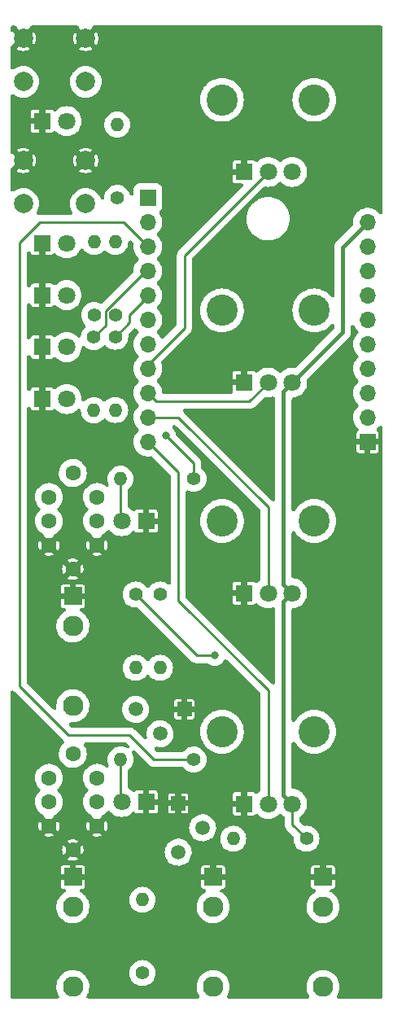
<source format=gbr>
%TF.GenerationSoftware,KiCad,Pcbnew,(6.0.0)*%
%TF.CreationDate,2022-11-14T01:28:24+01:00*%
%TF.ProjectId,Apeks,4170656b-732e-46b6-9963-61645f706362,rev?*%
%TF.SameCoordinates,Original*%
%TF.FileFunction,Copper,L2,Bot*%
%TF.FilePolarity,Positive*%
%FSLAX46Y46*%
G04 Gerber Fmt 4.6, Leading zero omitted, Abs format (unit mm)*
G04 Created by KiCad (PCBNEW (6.0.0)) date 2022-11-14 01:28:24*
%MOMM*%
%LPD*%
G01*
G04 APERTURE LIST*
%TA.AperFunction,ComponentPad*%
%ADD10R,1.800000X1.800000*%
%TD*%
%TA.AperFunction,ComponentPad*%
%ADD11C,1.800000*%
%TD*%
%TA.AperFunction,ComponentPad*%
%ADD12R,1.930000X1.830000*%
%TD*%
%TA.AperFunction,ComponentPad*%
%ADD13C,2.130000*%
%TD*%
%TA.AperFunction,ComponentPad*%
%ADD14R,1.500000X1.500000*%
%TD*%
%TA.AperFunction,ComponentPad*%
%ADD15C,1.500000*%
%TD*%
%TA.AperFunction,ComponentPad*%
%ADD16C,1.400000*%
%TD*%
%TA.AperFunction,ComponentPad*%
%ADD17O,1.400000X1.400000*%
%TD*%
%TA.AperFunction,ComponentPad*%
%ADD18C,3.240000*%
%TD*%
%TA.AperFunction,ComponentPad*%
%ADD19C,1.600000*%
%TD*%
%TA.AperFunction,ComponentPad*%
%ADD20C,2.000000*%
%TD*%
%TA.AperFunction,ComponentPad*%
%ADD21R,1.700000X1.700000*%
%TD*%
%TA.AperFunction,ComponentPad*%
%ADD22O,1.700000X1.700000*%
%TD*%
%TA.AperFunction,ViaPad*%
%ADD23C,0.800000*%
%TD*%
%TA.AperFunction,Conductor*%
%ADD24C,0.250000*%
%TD*%
%TA.AperFunction,Conductor*%
%ADD25C,0.400000*%
%TD*%
G04 APERTURE END LIST*
D10*
%TO.P,D3,1,K*%
%TO.N,GND*%
X23950000Y-44100000D03*
D11*
%TO.P,D3,2,A*%
%TO.N,Net-(D3-Pad2)*%
X26490000Y-44100000D03*
%TD*%
D10*
%TO.P,D4,1,K*%
%TO.N,GND*%
X23950000Y-56800000D03*
D11*
%TO.P,D4,2,A*%
%TO.N,Net-(D4-Pad2)*%
X26490000Y-56800000D03*
%TD*%
D10*
%TO.P,D5,1,K*%
%TO.N,GND*%
X23950000Y-62200000D03*
D11*
%TO.P,D5,2,A*%
%TO.N,Net-(D5-Pad2)*%
X26490000Y-62200000D03*
%TD*%
D10*
%TO.P,D6,1,K*%
%TO.N,GND*%
X23950000Y-67600000D03*
D11*
%TO.P,D6,2,A*%
%TO.N,Net-(D6-Pad2)*%
X26490000Y-67600000D03*
%TD*%
D10*
%TO.P,D7,1,K*%
%TO.N,GND*%
X23950000Y-73000000D03*
D11*
%TO.P,D7,2,A*%
%TO.N,Net-(D7-Pad2)*%
X26490000Y-73000000D03*
%TD*%
D12*
%TO.P,J1,S*%
%TO.N,GND*%
X27130000Y-93510000D03*
D13*
%TO.P,J1,T*%
%TO.N,Net-(J1-PadT)*%
X27130000Y-104910000D03*
%TO.P,J1,TN*%
%TO.N,unconnected-(J1-PadTN)*%
X27130000Y-96610000D03*
%TD*%
D12*
%TO.P,J2,S*%
%TO.N,GND*%
X27130000Y-122720000D03*
D13*
%TO.P,J2,T*%
%TO.N,Net-(J2-PadT)*%
X27130000Y-134120000D03*
%TO.P,J2,TN*%
%TO.N,unconnected-(J2-PadTN)*%
X27130000Y-125820000D03*
%TD*%
D14*
%TO.P,Q1,1,E*%
%TO.N,GND*%
X38735000Y-105275000D03*
D15*
%TO.P,Q1,2,B*%
%TO.N,Net-(Q1-Pad2)*%
X36195000Y-107815000D03*
%TO.P,Q1,3,C*%
%TO.N,from_Trigger1*%
X33655000Y-105275000D03*
%TD*%
D14*
%TO.P,Q2,1,E*%
%TO.N,GND*%
X38092000Y-115062000D03*
D15*
%TO.P,Q2,2,B*%
%TO.N,Net-(Q2-Pad2)*%
X40632000Y-117602000D03*
%TO.P,Q2,3,C*%
%TO.N,from_Trigger2*%
X38092000Y-120142000D03*
%TD*%
D16*
%TO.P,R1,1*%
%TO.N,Net-(J1-PadT)*%
X36195000Y-93345000D03*
D17*
%TO.P,R1,2*%
%TO.N,Net-(Q1-Pad2)*%
X36195000Y-100965000D03*
%TD*%
D16*
%TO.P,R3,1*%
%TO.N,Net-(J2-PadT)*%
X34366200Y-132715000D03*
D17*
%TO.P,R3,2*%
%TO.N,Net-(Q2-Pad2)*%
X34366200Y-125095000D03*
%TD*%
D16*
%TO.P,R2,1*%
%TO.N,+3V3*%
X33655000Y-93345000D03*
D17*
%TO.P,R2,2*%
%TO.N,from_Trigger1*%
X33655000Y-100965000D03*
%TD*%
D16*
%TO.P,R5,1*%
%TO.N,+3V3*%
X51435000Y-118745000D03*
D17*
%TO.P,R5,2*%
%TO.N,from_Trigger2*%
X43815000Y-118745000D03*
%TD*%
D16*
%TO.P,R18,1*%
%TO.N,fromLed_Split*%
X31750000Y-52070000D03*
D17*
%TO.P,R18,2*%
%TO.N,Net-(D3-Pad2)*%
X31750000Y-44450000D03*
%TD*%
D16*
%TO.P,R21,1*%
%TO.N,fromLed_Env*%
X29337000Y-64262000D03*
D17*
%TO.P,R21,2*%
%TO.N,Net-(D4-Pad2)*%
X29337000Y-56642000D03*
%TD*%
D16*
%TO.P,R22,1*%
%TO.N,fromLed_Lfo*%
X31546800Y-64262000D03*
D17*
%TO.P,R22,2*%
%TO.N,Net-(D5-Pad2)*%
X31546800Y-56642000D03*
%TD*%
D16*
%TO.P,R23,1*%
%TO.N,fromLed_Tap*%
X31546800Y-66522600D03*
D17*
%TO.P,R23,2*%
%TO.N,Net-(D6-Pad2)*%
X31546800Y-74142600D03*
%TD*%
D16*
%TO.P,R24,1*%
%TO.N,fromLed_Drum*%
X29311600Y-66548000D03*
D17*
%TO.P,R24,2*%
%TO.N,Net-(D7-Pad2)*%
X29311600Y-74168000D03*
%TD*%
D16*
%TO.P,R19,1*%
%TO.N,fromLed_Trigger1*%
X39700000Y-81280000D03*
D17*
%TO.P,R19,2*%
%TO.N,Net-(D8-Pad2)*%
X32080000Y-81280000D03*
%TD*%
D16*
%TO.P,R20,1*%
%TO.N,fromLed_Trigger2*%
X39700000Y-110490000D03*
D17*
%TO.P,R20,2*%
%TO.N,Net-(D9-Pad2)*%
X32080000Y-110490000D03*
%TD*%
D18*
%TO.P,RV1,*%
%TO.N,*%
X52250000Y-41880000D03*
X42650000Y-41880000D03*
D10*
%TO.P,RV1,1,1*%
%TO.N,GND*%
X44950000Y-49380000D03*
D11*
%TO.P,RV1,2,2*%
%TO.N,from_Pot1*%
X47450000Y-49380000D03*
%TO.P,RV1,3,3*%
%TO.N,+3V3*%
X49950000Y-49380000D03*
%TD*%
D18*
%TO.P,RV2,*%
%TO.N,*%
X42650000Y-63790000D03*
X52250000Y-63790000D03*
D10*
%TO.P,RV2,1,1*%
%TO.N,GND*%
X44950000Y-71290000D03*
D11*
%TO.P,RV2,2,2*%
%TO.N,from_Pot2*%
X47450000Y-71290000D03*
%TO.P,RV2,3,3*%
%TO.N,+3V3*%
X49950000Y-71290000D03*
%TD*%
D18*
%TO.P,RV3,*%
%TO.N,*%
X42650000Y-85700000D03*
X52250000Y-85700000D03*
D10*
%TO.P,RV3,1,1*%
%TO.N,GND*%
X44950000Y-93200000D03*
D11*
%TO.P,RV3,2,2*%
%TO.N,from_Pot3*%
X47450000Y-93200000D03*
%TO.P,RV3,3,3*%
%TO.N,+3V3*%
X49950000Y-93200000D03*
%TD*%
D18*
%TO.P,RV4,*%
%TO.N,*%
X42650000Y-107610000D03*
X52250000Y-107610000D03*
D10*
%TO.P,RV4,1,1*%
%TO.N,GND*%
X44950000Y-115110000D03*
D11*
%TO.P,RV4,2,2*%
%TO.N,from_Pot4*%
X47450000Y-115110000D03*
%TO.P,RV4,3,3*%
%TO.N,+3V3*%
X49950000Y-115110000D03*
%TD*%
D19*
%TO.P,SW3,1,A1*%
%TO.N,unconnected-(SW3-Pad1)*%
X24630000Y-83200000D03*
%TO.P,SW3,2,A2*%
%TO.N,fromSW_Trigger1*%
X24630000Y-85700000D03*
%TO.P,SW3,3,A3*%
%TO.N,GND*%
X24630000Y-88200000D03*
%TO.P,SW3,4,B1*%
%TO.N,unconnected-(SW3-Pad4)*%
X29630000Y-83200000D03*
%TO.P,SW3,5,B2*%
%TO.N,fromSW_Trigger1*%
X29630000Y-85700000D03*
%TO.P,SW3,6,B3*%
%TO.N,GND*%
X29630000Y-88200000D03*
%TO.P,SW3,L1,LED+*%
%TO.N,Net-(D8-Pad2)*%
X27130000Y-80700000D03*
%TO.P,SW3,L2,LED-*%
%TO.N,GND*%
X27130000Y-90700000D03*
%TD*%
%TO.P,SW4,1,A1*%
%TO.N,unconnected-(SW4-Pad1)*%
X24630000Y-112410000D03*
%TO.P,SW4,2,A2*%
%TO.N,fromSW_Trigger2*%
X24630000Y-114910000D03*
%TO.P,SW4,3,A3*%
%TO.N,GND*%
X24630000Y-117410000D03*
%TO.P,SW4,4,B1*%
%TO.N,unconnected-(SW4-Pad4)*%
X29630000Y-112410000D03*
%TO.P,SW4,5,B2*%
%TO.N,fromSW_Trigger2*%
X29630000Y-114910000D03*
%TO.P,SW4,6,B3*%
%TO.N,GND*%
X29630000Y-117410000D03*
%TO.P,SW4,L1,LED+*%
%TO.N,Net-(D9-Pad2)*%
X27130000Y-109910000D03*
%TO.P,SW4,L2,LED-*%
%TO.N,GND*%
X27130000Y-119910000D03*
%TD*%
D20*
%TO.P,SW1,1,1*%
%TO.N,GND*%
X21970000Y-35500000D03*
X28470000Y-35500000D03*
%TO.P,SW1,2,2*%
%TO.N,from_SW_DUAL*%
X21970000Y-40000000D03*
X28470000Y-40000000D03*
%TD*%
%TO.P,SW2,1,1*%
%TO.N,GND*%
X28470000Y-48200000D03*
X21970000Y-48200000D03*
%TO.P,SW2,2,2*%
%TO.N,from_SW_MODE*%
X28470000Y-52700000D03*
X21970000Y-52700000D03*
%TD*%
D12*
%TO.P,J4,S*%
%TO.N,GND*%
X41730000Y-122720000D03*
D13*
%TO.P,J4,T*%
%TO.N,from_OUT1*%
X41730000Y-134120000D03*
%TO.P,J4,TN*%
%TO.N,unconnected-(J4-PadTN)*%
X41730000Y-125820000D03*
%TD*%
D12*
%TO.P,J5,S*%
%TO.N,GND*%
X53160000Y-122720000D03*
D13*
%TO.P,J5,T*%
%TO.N,from_OUT2*%
X53160000Y-134120000D03*
%TO.P,J5,TN*%
%TO.N,unconnected-(J5-PadTN)*%
X53160000Y-125820000D03*
%TD*%
D10*
%TO.P,D8,1,K*%
%TO.N,GND*%
X34750000Y-85700000D03*
D11*
%TO.P,D8,2,A*%
%TO.N,Net-(D8-Pad2)*%
X32210000Y-85700000D03*
%TD*%
D10*
%TO.P,D9,1,K*%
%TO.N,GND*%
X34750000Y-114910000D03*
D11*
%TO.P,D9,2,A*%
%TO.N,Net-(D9-Pad2)*%
X32210000Y-114910000D03*
%TD*%
D21*
%TO.P,J9,1,Pin_1*%
%TO.N,GND*%
X57795000Y-77470000D03*
D22*
%TO.P,J9,2,Pin_2*%
%TO.N,from_OUT1*%
X57795000Y-74930000D03*
%TO.P,J9,3,Pin_3*%
%TO.N,from_OUT2*%
X57795000Y-72390000D03*
%TO.P,J9,4,Pin_4*%
%TO.N,from_Trigger2*%
X57795000Y-69850000D03*
%TO.P,J9,5,Pin_5*%
%TO.N,fromSW_Trigger2*%
X57795000Y-67310000D03*
%TO.P,J9,6,Pin_6*%
%TO.N,from_Trigger1*%
X57795000Y-64770000D03*
%TO.P,J9,7,Pin_7*%
%TO.N,fromSW_Trigger1*%
X57795000Y-62230000D03*
%TO.P,J9,8,Pin_8*%
%TO.N,from_SW_MODE*%
X57795000Y-59690000D03*
%TO.P,J9,9,Pin_9*%
%TO.N,from_SW_DUAL*%
X57795000Y-57150000D03*
%TO.P,J9,10,Pin_10*%
%TO.N,+3V3*%
X57795000Y-54610000D03*
%TD*%
D21*
%TO.P,J8,1,Pin_1*%
%TO.N,fromLed_Split*%
X34935000Y-52070000D03*
D22*
%TO.P,J8,2,Pin_2*%
%TO.N,fromLed_Trigger1*%
X34935000Y-54610000D03*
%TO.P,J8,3,Pin_3*%
%TO.N,fromLed_Trigger2*%
X34935000Y-57150000D03*
%TO.P,J8,4,Pin_4*%
%TO.N,fromLed_Drum*%
X34935000Y-59690000D03*
%TO.P,J8,5,Pin_5*%
%TO.N,fromLed_Tap*%
X34935000Y-62230000D03*
%TO.P,J8,6,Pin_6*%
%TO.N,fromLed_Lfo*%
X34935000Y-64770000D03*
%TO.P,J8,7,Pin_7*%
%TO.N,fromLed_Env*%
X34935000Y-67310000D03*
%TO.P,J8,8,Pin_8*%
%TO.N,from_Pot1*%
X34935000Y-69850000D03*
%TO.P,J8,9,Pin_9*%
%TO.N,from_Pot2*%
X34935000Y-72390000D03*
%TO.P,J8,10,Pin_10*%
%TO.N,from_Pot3*%
X34935000Y-74930000D03*
%TO.P,J8,11,Pin_11*%
%TO.N,from_Pot4*%
X34935000Y-77470000D03*
%TD*%
D23*
%TO.N,+3V3*%
X41910000Y-99695000D03*
%TO.N,fromLed_Trigger1*%
X36830000Y-76835000D03*
%TD*%
D24*
%TO.N,+3V3*%
X49950000Y-115110000D02*
X49950000Y-117260000D01*
D25*
X49950000Y-93200000D02*
X49050000Y-94100000D01*
D24*
X49950000Y-117260000D02*
X51435000Y-118745000D01*
X33655000Y-93345000D02*
X40005000Y-99695000D01*
D25*
X49950000Y-71290000D02*
X49050000Y-72190000D01*
X49050000Y-94100000D02*
X49050000Y-114210000D01*
X49050000Y-114210000D02*
X49950000Y-115110000D01*
X49050000Y-72190000D02*
X49050000Y-92300000D01*
X55200000Y-57205000D02*
X57795000Y-54610000D01*
X55200000Y-66040000D02*
X55200000Y-57205000D01*
X49050000Y-92300000D02*
X49950000Y-93200000D01*
D24*
X40005000Y-99695000D02*
X41910000Y-99695000D01*
D25*
X49950000Y-71290000D02*
X55200000Y-66040000D01*
D24*
%TO.N,from_Pot4*%
X38100000Y-93980000D02*
X38100000Y-80635000D01*
X47450000Y-103330000D02*
X38100000Y-93980000D01*
X38100000Y-80635000D02*
X34935000Y-77470000D01*
X47450000Y-115110000D02*
X47450000Y-103330000D01*
%TO.N,from_Pot3*%
X47450000Y-84280000D02*
X47450000Y-93200000D01*
X34935000Y-74930000D02*
X38100000Y-74930000D01*
X38100000Y-74930000D02*
X47450000Y-84280000D01*
%TO.N,from_Pot2*%
X34935000Y-72390000D02*
X35785000Y-73240000D01*
X35785000Y-73240000D02*
X45500000Y-73240000D01*
X45500000Y-73240000D02*
X47450000Y-71290000D01*
%TO.N,from_Pot1*%
X38735000Y-65599780D02*
X38735000Y-58095000D01*
X34935000Y-69399780D02*
X38735000Y-65599780D01*
X34935000Y-69850000D02*
X34935000Y-69399780D01*
X38735000Y-58095000D02*
X47450000Y-49380000D01*
%TO.N,Net-(D8-Pad2)*%
X32080000Y-85570000D02*
X32210000Y-85700000D01*
X32080000Y-81280000D02*
X32080000Y-85570000D01*
%TO.N,Net-(D9-Pad2)*%
X32080000Y-114780000D02*
X32210000Y-114910000D01*
X32080000Y-110490000D02*
X32080000Y-114780000D01*
%TO.N,fromLed_Trigger2*%
X35560000Y-110490000D02*
X39700000Y-110490000D01*
X33020000Y-107950000D02*
X35560000Y-110490000D01*
X26670000Y-107950000D02*
X33020000Y-107950000D01*
X21590000Y-56710978D02*
X21590000Y-102870000D01*
X21590000Y-102870000D02*
X26670000Y-107950000D01*
X32395000Y-54610000D02*
X23690978Y-54610000D01*
X23690978Y-54610000D02*
X21590000Y-56710978D01*
X34935000Y-57150000D02*
X32395000Y-54610000D01*
%TO.N,fromLed_Trigger1*%
X39700000Y-79705000D02*
X36830000Y-76835000D01*
X39700000Y-81280000D02*
X39700000Y-79705000D01*
%TO.N,fromLed_Drum*%
X30522289Y-65337311D02*
X30522289Y-63837633D01*
X29311600Y-66548000D02*
X30522289Y-65337311D01*
X30522289Y-63837633D02*
X34669922Y-59690000D01*
X34669922Y-59690000D02*
X34935000Y-59690000D01*
%TO.N,fromLed_Tap*%
X34935000Y-62322678D02*
X33020000Y-64237678D01*
X33020000Y-65049400D02*
X31546800Y-66522600D01*
X33020000Y-64237678D02*
X33020000Y-65049400D01*
X34935000Y-62230000D02*
X34935000Y-62322678D01*
%TD*%
%TA.AperFunction,Conductor*%
%TO.N,GND*%
G36*
X33158949Y-56501663D02*
G01*
X33238637Y-56550359D01*
X33398427Y-56710150D01*
X33445544Y-56785137D01*
X33455584Y-56872008D01*
X33429806Y-57113214D01*
X33430276Y-57121367D01*
X33430276Y-57121373D01*
X33434391Y-57192728D01*
X33444010Y-57359545D01*
X33498255Y-57600249D01*
X33591084Y-57828861D01*
X33595351Y-57835824D01*
X33595352Y-57835826D01*
X33715739Y-58032279D01*
X33715743Y-58032284D01*
X33720006Y-58039241D01*
X33725352Y-58045412D01*
X33725353Y-58045414D01*
X33789268Y-58119199D01*
X33881557Y-58225741D01*
X33887841Y-58230958D01*
X33887842Y-58230959D01*
X33928495Y-58264710D01*
X33982339Y-58335026D01*
X34000341Y-58421740D01*
X33978937Y-58507678D01*
X33935605Y-58563902D01*
X33935364Y-58564083D01*
X33764896Y-58742468D01*
X33760298Y-58749208D01*
X33760295Y-58749212D01*
X33740525Y-58778194D01*
X33625851Y-58946300D01*
X33521965Y-59170104D01*
X33456026Y-59407871D01*
X33429806Y-59653214D01*
X33432232Y-59695282D01*
X33434493Y-59734491D01*
X33419789Y-59821826D01*
X33376537Y-59886662D01*
X31775961Y-61487239D01*
X30222753Y-63040447D01*
X30147765Y-63087566D01*
X30059758Y-63097482D01*
X29997938Y-63080088D01*
X29837904Y-63005463D01*
X29800663Y-62988097D01*
X29792275Y-62985850D01*
X29792271Y-62985848D01*
X29580803Y-62929186D01*
X29580799Y-62929185D01*
X29572408Y-62926937D01*
X29337000Y-62906341D01*
X29101592Y-62926937D01*
X29093201Y-62929185D01*
X29093197Y-62929186D01*
X28935419Y-62971462D01*
X28873337Y-62988097D01*
X28836096Y-63005463D01*
X28667047Y-63084292D01*
X28667044Y-63084294D01*
X28659171Y-63087965D01*
X28652053Y-63092949D01*
X28652048Y-63092952D01*
X28472719Y-63218519D01*
X28472715Y-63218522D01*
X28465599Y-63223505D01*
X28298505Y-63390599D01*
X28293522Y-63397715D01*
X28293519Y-63397719D01*
X28167952Y-63577048D01*
X28167949Y-63577053D01*
X28162965Y-63584171D01*
X28063097Y-63798337D01*
X28060848Y-63806731D01*
X28027262Y-63932078D01*
X28001937Y-64026592D01*
X27981341Y-64262000D01*
X28001937Y-64497408D01*
X28004185Y-64505799D01*
X28004186Y-64505803D01*
X28009086Y-64524089D01*
X28063097Y-64725663D01*
X28066768Y-64733535D01*
X28157303Y-64927686D01*
X28162965Y-64939829D01*
X28167949Y-64946947D01*
X28167952Y-64946952D01*
X28293519Y-65126281D01*
X28293522Y-65126285D01*
X28298505Y-65133401D01*
X28416690Y-65251586D01*
X28463809Y-65326574D01*
X28473725Y-65414581D01*
X28444474Y-65498174D01*
X28416690Y-65533014D01*
X28273105Y-65676599D01*
X28268122Y-65683715D01*
X28268119Y-65683719D01*
X28142552Y-65863048D01*
X28142549Y-65863053D01*
X28137565Y-65870171D01*
X28133894Y-65878044D01*
X28133892Y-65878047D01*
X28101843Y-65946776D01*
X28037697Y-66084337D01*
X28026292Y-66126901D01*
X27982804Y-66289204D01*
X27976537Y-66312592D01*
X27972690Y-66356567D01*
X27967067Y-66420830D01*
X27939909Y-66505126D01*
X27878866Y-66569292D01*
X27796027Y-66600617D01*
X27707801Y-66592898D01*
X27631661Y-66547663D01*
X27617503Y-66532725D01*
X27594834Y-66506183D01*
X27589759Y-66500241D01*
X27498646Y-66422423D01*
X27410125Y-66346819D01*
X27410122Y-66346817D01*
X27404179Y-66341741D01*
X27196089Y-66214223D01*
X26970612Y-66120828D01*
X26733302Y-66063854D01*
X26490000Y-66044706D01*
X26246698Y-66063854D01*
X26009388Y-66120828D01*
X25783911Y-66214223D01*
X25575821Y-66341741D01*
X25569878Y-66346817D01*
X25569875Y-66346819D01*
X25481354Y-66422423D01*
X25390241Y-66500241D01*
X25385166Y-66506183D01*
X25385162Y-66506187D01*
X25384659Y-66506776D01*
X25384323Y-66507026D01*
X25379634Y-66511715D01*
X25378945Y-66511026D01*
X25313599Y-66559634D01*
X25226642Y-66576425D01*
X25141011Y-66553825D01*
X25092746Y-66518375D01*
X25035429Y-66461159D01*
X25005622Y-66440749D01*
X24933896Y-66409040D01*
X24905346Y-66401256D01*
X24900313Y-66400669D01*
X24888797Y-66400000D01*
X24272423Y-66400000D01*
X24253453Y-66404330D01*
X24250000Y-66411500D01*
X24250000Y-68777577D01*
X24254330Y-68796547D01*
X24261500Y-68800000D01*
X24888682Y-68800000D01*
X24900426Y-68799304D01*
X24905900Y-68798652D01*
X24934377Y-68790826D01*
X25006073Y-68758980D01*
X25035847Y-68738517D01*
X25092452Y-68681813D01*
X25167399Y-68634629D01*
X25255397Y-68624637D01*
X25339016Y-68653815D01*
X25379320Y-68688599D01*
X25379634Y-68688285D01*
X25383906Y-68692557D01*
X25384606Y-68693161D01*
X25390241Y-68699759D01*
X25396183Y-68704834D01*
X25506138Y-68798744D01*
X25575821Y-68858259D01*
X25783911Y-68985777D01*
X26009388Y-69079172D01*
X26246698Y-69136146D01*
X26490000Y-69155294D01*
X26733302Y-69136146D01*
X26970612Y-69079172D01*
X27196089Y-68985777D01*
X27404179Y-68858259D01*
X27473863Y-68798744D01*
X27583817Y-68704834D01*
X27589759Y-68699759D01*
X27617159Y-68667678D01*
X27743181Y-68520125D01*
X27743183Y-68520122D01*
X27748259Y-68514179D01*
X27875777Y-68306089D01*
X27969172Y-68080612D01*
X28026146Y-67843302D01*
X28041224Y-67651719D01*
X28067644Y-67567191D01*
X28128124Y-67502495D01*
X28210686Y-67470447D01*
X28298976Y-67477395D01*
X28380324Y-67526620D01*
X28440199Y-67586495D01*
X28633770Y-67722035D01*
X28847937Y-67821903D01*
X28856325Y-67824150D01*
X28856329Y-67824152D01*
X29067797Y-67880814D01*
X29067801Y-67880815D01*
X29076192Y-67883063D01*
X29311600Y-67903659D01*
X29547008Y-67883063D01*
X29555399Y-67880815D01*
X29555403Y-67880814D01*
X29766871Y-67824152D01*
X29766875Y-67824150D01*
X29775263Y-67821903D01*
X29989430Y-67722035D01*
X30183001Y-67586495D01*
X30301186Y-67468310D01*
X30376174Y-67421191D01*
X30464181Y-67411275D01*
X30547774Y-67440526D01*
X30582614Y-67468310D01*
X30675399Y-67561095D01*
X30868970Y-67696635D01*
X31083137Y-67796503D01*
X31091525Y-67798750D01*
X31091529Y-67798752D01*
X31302997Y-67855414D01*
X31303001Y-67855415D01*
X31311392Y-67857663D01*
X31546800Y-67878259D01*
X31782208Y-67857663D01*
X31790599Y-67855415D01*
X31790603Y-67855414D01*
X32002071Y-67798752D01*
X32002075Y-67798750D01*
X32010463Y-67796503D01*
X32224630Y-67696635D01*
X32418201Y-67561095D01*
X32585295Y-67394001D01*
X32590278Y-67386885D01*
X32590281Y-67386881D01*
X32715848Y-67207552D01*
X32715851Y-67207547D01*
X32720835Y-67200429D01*
X32820703Y-66986263D01*
X32873263Y-66790104D01*
X32879614Y-66766403D01*
X32879615Y-66766399D01*
X32881863Y-66758008D01*
X32902459Y-66522600D01*
X32899333Y-66486869D01*
X32889715Y-66376936D01*
X32901822Y-66289204D01*
X32947244Y-66218878D01*
X33469921Y-65696202D01*
X33544910Y-65649083D01*
X33632916Y-65639167D01*
X33716510Y-65668418D01*
X33761048Y-65706621D01*
X33881557Y-65845741D01*
X33887841Y-65850958D01*
X33887842Y-65850959D01*
X33928495Y-65884710D01*
X33982339Y-65955026D01*
X34000341Y-66041740D01*
X33978937Y-66127678D01*
X33935605Y-66183902D01*
X33935364Y-66184083D01*
X33929721Y-66189988D01*
X33804289Y-66321246D01*
X33764896Y-66362468D01*
X33760298Y-66369208D01*
X33760295Y-66369212D01*
X33663556Y-66511026D01*
X33625851Y-66566300D01*
X33600268Y-66621414D01*
X33530402Y-66771929D01*
X33521965Y-66790104D01*
X33456026Y-67027871D01*
X33429806Y-67273214D01*
X33430276Y-67281367D01*
X33430276Y-67281373D01*
X33431927Y-67310000D01*
X33444010Y-67519545D01*
X33498255Y-67760249D01*
X33591084Y-67988861D01*
X33595351Y-67995824D01*
X33595352Y-67995826D01*
X33715739Y-68192279D01*
X33715743Y-68192284D01*
X33720006Y-68199241D01*
X33881557Y-68385741D01*
X33887841Y-68390958D01*
X33887842Y-68390959D01*
X33928495Y-68424710D01*
X33982339Y-68495026D01*
X34000341Y-68581740D01*
X33978937Y-68667678D01*
X33935605Y-68723902D01*
X33935364Y-68724083D01*
X33929721Y-68729988D01*
X33811996Y-68853181D01*
X33764896Y-68902468D01*
X33760298Y-68909208D01*
X33760295Y-68909212D01*
X33690125Y-69012078D01*
X33625851Y-69106300D01*
X33521965Y-69330104D01*
X33456026Y-69567871D01*
X33429806Y-69813214D01*
X33430276Y-69821367D01*
X33430276Y-69821373D01*
X33435863Y-69918264D01*
X33444010Y-70059545D01*
X33498255Y-70300249D01*
X33591084Y-70528861D01*
X33595351Y-70535824D01*
X33595352Y-70535826D01*
X33715739Y-70732279D01*
X33715743Y-70732284D01*
X33720006Y-70739241D01*
X33881557Y-70925741D01*
X33887841Y-70930958D01*
X33887842Y-70930959D01*
X33928495Y-70964710D01*
X33982339Y-71035026D01*
X34000341Y-71121740D01*
X33978937Y-71207678D01*
X33935605Y-71263902D01*
X33935364Y-71264083D01*
X33929721Y-71269988D01*
X33918041Y-71282211D01*
X33764896Y-71442468D01*
X33760298Y-71449208D01*
X33760295Y-71449212D01*
X33649774Y-71611230D01*
X33625851Y-71646300D01*
X33622413Y-71653707D01*
X33554196Y-71800669D01*
X33521965Y-71870104D01*
X33456026Y-72107871D01*
X33429806Y-72353214D01*
X33430276Y-72361367D01*
X33430276Y-72361373D01*
X33435555Y-72452921D01*
X33444010Y-72599545D01*
X33498255Y-72840249D01*
X33591084Y-73068861D01*
X33595351Y-73075824D01*
X33595352Y-73075826D01*
X33715739Y-73272279D01*
X33715743Y-73272284D01*
X33720006Y-73279241D01*
X33881557Y-73465741D01*
X33887841Y-73470958D01*
X33887842Y-73470959D01*
X33928495Y-73504710D01*
X33982339Y-73575026D01*
X34000341Y-73661740D01*
X33978937Y-73747678D01*
X33935605Y-73803902D01*
X33935364Y-73804083D01*
X33929721Y-73809988D01*
X33844854Y-73898797D01*
X33764896Y-73982468D01*
X33760298Y-73989208D01*
X33760295Y-73989212D01*
X33638334Y-74168000D01*
X33625851Y-74186300D01*
X33620075Y-74198744D01*
X33532804Y-74386754D01*
X33521965Y-74410104D01*
X33456026Y-74647871D01*
X33429806Y-74893214D01*
X33430276Y-74901367D01*
X33430276Y-74901373D01*
X33431927Y-74930000D01*
X33444010Y-75139545D01*
X33498255Y-75380249D01*
X33591084Y-75608861D01*
X33595351Y-75615824D01*
X33595352Y-75615826D01*
X33715739Y-75812279D01*
X33715743Y-75812284D01*
X33720006Y-75819241D01*
X33881557Y-76005741D01*
X33887841Y-76010958D01*
X33887842Y-76010959D01*
X33928495Y-76044710D01*
X33982339Y-76115026D01*
X34000341Y-76201740D01*
X33978937Y-76287678D01*
X33935605Y-76343902D01*
X33935364Y-76344083D01*
X33929721Y-76349988D01*
X33841732Y-76442064D01*
X33764896Y-76522468D01*
X33760298Y-76529208D01*
X33760295Y-76529212D01*
X33691563Y-76629970D01*
X33625851Y-76726300D01*
X33521965Y-76950104D01*
X33456026Y-77187871D01*
X33429806Y-77433214D01*
X33444010Y-77679545D01*
X33498255Y-77920249D01*
X33591084Y-78148861D01*
X33595351Y-78155824D01*
X33595352Y-78155826D01*
X33715739Y-78352279D01*
X33715743Y-78352284D01*
X33720006Y-78359241D01*
X33725352Y-78365412D01*
X33725353Y-78365414D01*
X33734436Y-78375900D01*
X33881557Y-78545741D01*
X34071399Y-78703351D01*
X34284433Y-78827838D01*
X34292063Y-78830752D01*
X34292066Y-78830753D01*
X34507313Y-78912947D01*
X34514939Y-78915859D01*
X34635832Y-78940455D01*
X34748728Y-78963425D01*
X34748731Y-78963425D01*
X34756726Y-78965052D01*
X34858741Y-78968793D01*
X34995139Y-78973794D01*
X34995142Y-78973794D01*
X35003300Y-78974093D01*
X35011393Y-78973056D01*
X35011398Y-78973056D01*
X35132681Y-78957519D01*
X35206956Y-78948004D01*
X35295102Y-78956580D01*
X35372955Y-79004677D01*
X37266214Y-80897936D01*
X37313333Y-80972924D01*
X37324500Y-81038650D01*
X37324500Y-92104952D01*
X37304793Y-92191295D01*
X37249574Y-92260536D01*
X37169782Y-92298963D01*
X37081218Y-92298963D01*
X37011359Y-92267963D01*
X36879957Y-92175955D01*
X36879952Y-92175952D01*
X36872830Y-92170965D01*
X36658663Y-92071097D01*
X36650275Y-92068850D01*
X36650271Y-92068848D01*
X36438803Y-92012186D01*
X36438799Y-92012185D01*
X36430408Y-92009937D01*
X36195000Y-91989341D01*
X35959592Y-92009937D01*
X35951201Y-92012185D01*
X35951197Y-92012186D01*
X35843587Y-92041020D01*
X35731337Y-92071097D01*
X35723465Y-92074768D01*
X35525047Y-92167292D01*
X35525044Y-92167294D01*
X35517171Y-92170965D01*
X35510053Y-92175949D01*
X35510048Y-92175952D01*
X35330719Y-92301519D01*
X35330718Y-92301520D01*
X35323599Y-92306505D01*
X35156505Y-92473599D01*
X35151522Y-92480715D01*
X35151519Y-92480719D01*
X35088011Y-92571419D01*
X35022344Y-92630844D01*
X34937397Y-92655891D01*
X34849994Y-92641601D01*
X34777447Y-92590804D01*
X34761989Y-92571419D01*
X34698481Y-92480719D01*
X34698478Y-92480715D01*
X34693495Y-92473599D01*
X34526401Y-92306505D01*
X34361864Y-92191295D01*
X34339951Y-92175951D01*
X34339950Y-92175950D01*
X34332830Y-92170965D01*
X34118663Y-92071097D01*
X34110275Y-92068850D01*
X34110271Y-92068848D01*
X33898803Y-92012186D01*
X33898799Y-92012185D01*
X33890408Y-92009937D01*
X33655000Y-91989341D01*
X33419592Y-92009937D01*
X33411201Y-92012185D01*
X33411197Y-92012186D01*
X33303587Y-92041020D01*
X33191337Y-92071097D01*
X33183465Y-92074768D01*
X32985047Y-92167292D01*
X32985044Y-92167294D01*
X32977171Y-92170965D01*
X32970053Y-92175949D01*
X32970048Y-92175952D01*
X32790719Y-92301519D01*
X32790718Y-92301520D01*
X32783599Y-92306505D01*
X32616505Y-92473599D01*
X32611522Y-92480715D01*
X32611519Y-92480719D01*
X32485952Y-92660048D01*
X32485949Y-92660053D01*
X32480965Y-92667171D01*
X32477294Y-92675044D01*
X32477292Y-92675047D01*
X32453068Y-92726995D01*
X32381097Y-92881337D01*
X32319937Y-93109592D01*
X32299341Y-93345000D01*
X32319937Y-93580408D01*
X32322185Y-93588799D01*
X32322186Y-93588803D01*
X32340936Y-93658778D01*
X32381097Y-93808663D01*
X32480965Y-94022829D01*
X32485949Y-94029947D01*
X32485952Y-94029952D01*
X32611519Y-94209281D01*
X32611522Y-94209285D01*
X32616505Y-94216401D01*
X32783599Y-94383495D01*
X32977170Y-94519035D01*
X33191337Y-94618903D01*
X33199725Y-94621150D01*
X33199729Y-94621152D01*
X33411197Y-94677814D01*
X33411201Y-94677815D01*
X33419592Y-94680063D01*
X33655000Y-94700659D01*
X33663652Y-94699902D01*
X33663653Y-94699902D01*
X33800664Y-94687915D01*
X33888396Y-94700022D01*
X33958722Y-94745444D01*
X39450044Y-100236766D01*
X39451510Y-100238247D01*
X39511760Y-100299772D01*
X39543396Y-100320160D01*
X39559731Y-100331898D01*
X39589140Y-100355375D01*
X39613793Y-100367293D01*
X39634975Y-100379179D01*
X39658004Y-100394020D01*
X39668457Y-100397825D01*
X39668464Y-100397828D01*
X39693368Y-100406892D01*
X39711914Y-100414726D01*
X39730515Y-100423718D01*
X39745780Y-100431097D01*
X39772462Y-100437257D01*
X39795757Y-100444158D01*
X39811033Y-100449718D01*
X39811035Y-100449718D01*
X39821493Y-100453525D01*
X39832530Y-100454919D01*
X39832533Y-100454920D01*
X39853032Y-100457509D01*
X39858827Y-100458241D01*
X39878639Y-100461771D01*
X39915302Y-100470235D01*
X39926428Y-100470274D01*
X39926430Y-100470274D01*
X39954504Y-100470372D01*
X39954973Y-100470388D01*
X39955863Y-100470500D01*
X39990851Y-100470500D01*
X39991544Y-100470501D01*
X40089284Y-100470842D01*
X40090522Y-100470565D01*
X40091729Y-100470500D01*
X41127079Y-100470500D01*
X41213422Y-100490207D01*
X41256054Y-100517953D01*
X41307564Y-100561791D01*
X41316057Y-100566538D01*
X41316062Y-100566541D01*
X41351342Y-100586258D01*
X41487398Y-100662297D01*
X41496653Y-100665304D01*
X41496655Y-100665305D01*
X41674070Y-100722951D01*
X41674074Y-100722952D01*
X41683329Y-100725959D01*
X41692993Y-100727111D01*
X41692996Y-100727112D01*
X41878232Y-100749199D01*
X41878233Y-100749199D01*
X41887894Y-100750351D01*
X41897590Y-100749605D01*
X41897592Y-100749605D01*
X41958037Y-100744954D01*
X42093300Y-100734546D01*
X42291725Y-100679145D01*
X42300404Y-100674761D01*
X42300409Y-100674759D01*
X42466929Y-100590643D01*
X42466928Y-100590643D01*
X42475610Y-100586258D01*
X42637951Y-100459424D01*
X42727763Y-100355375D01*
X42766208Y-100310836D01*
X42766210Y-100310834D01*
X42772564Y-100303472D01*
X42844304Y-100177187D01*
X42904086Y-100111848D01*
X42986299Y-100078918D01*
X43074659Y-100084919D01*
X43158046Y-100134769D01*
X46616214Y-103592937D01*
X46663333Y-103667925D01*
X46674500Y-103733651D01*
X46674500Y-113655313D01*
X46654793Y-113741656D01*
X46599574Y-113810897D01*
X46579477Y-113824988D01*
X46542493Y-113847652D01*
X46542490Y-113847654D01*
X46535821Y-113851741D01*
X46529878Y-113856817D01*
X46529875Y-113856819D01*
X46378522Y-113986087D01*
X46350241Y-114010241D01*
X46350038Y-114010003D01*
X46278568Y-114054912D01*
X46190561Y-114064828D01*
X46106968Y-114035577D01*
X46072251Y-114007916D01*
X46035429Y-113971159D01*
X46005622Y-113950749D01*
X45933896Y-113919040D01*
X45905346Y-113911256D01*
X45900313Y-113910669D01*
X45888797Y-113910000D01*
X45272423Y-113910000D01*
X45253453Y-113914330D01*
X45250000Y-113921500D01*
X45250000Y-116287577D01*
X45254330Y-116306547D01*
X45261500Y-116310000D01*
X45888682Y-116310000D01*
X45900426Y-116309304D01*
X45905900Y-116308652D01*
X45934377Y-116300826D01*
X46006073Y-116268980D01*
X46035844Y-116248519D01*
X46071989Y-116212311D01*
X46146937Y-116165128D01*
X46234935Y-116155136D01*
X46318554Y-116184314D01*
X46349715Y-116209143D01*
X46350241Y-116209759D01*
X46356183Y-116214834D01*
X46516987Y-116352173D01*
X46535821Y-116368259D01*
X46743911Y-116495777D01*
X46969388Y-116589172D01*
X47206698Y-116646146D01*
X47450000Y-116665294D01*
X47693302Y-116646146D01*
X47930612Y-116589172D01*
X48156089Y-116495777D01*
X48364179Y-116368259D01*
X48383014Y-116352173D01*
X48543817Y-116214834D01*
X48549759Y-116209759D01*
X48554834Y-116203817D01*
X48559286Y-116199365D01*
X48634274Y-116152246D01*
X48722281Y-116142330D01*
X48805874Y-116171581D01*
X48840714Y-116199365D01*
X48845166Y-116203817D01*
X48850241Y-116209759D01*
X48856183Y-116214834D01*
X49016987Y-116352173D01*
X49035821Y-116368259D01*
X49042490Y-116372346D01*
X49042493Y-116372348D01*
X49079477Y-116395012D01*
X49142800Y-116456929D01*
X49172986Y-116540189D01*
X49174500Y-116564687D01*
X49174500Y-117250750D01*
X49174489Y-117252834D01*
X49173588Y-117338865D01*
X49175938Y-117349733D01*
X49175938Y-117349735D01*
X49181540Y-117375645D01*
X49184794Y-117395516D01*
X49188987Y-117432898D01*
X49192646Y-117443404D01*
X49197991Y-117458752D01*
X49204567Y-117482148D01*
X49210355Y-117508919D01*
X49215057Y-117519002D01*
X49226259Y-117543025D01*
X49233831Y-117561672D01*
X49246204Y-117597203D01*
X49260720Y-117620433D01*
X49272306Y-117641773D01*
X49283883Y-117666599D01*
X49306945Y-117696331D01*
X49318457Y-117712833D01*
X49338400Y-117744748D01*
X49366031Y-117772572D01*
X49366343Y-117772906D01*
X49366894Y-117773616D01*
X49391428Y-117798150D01*
X49391919Y-117798642D01*
X49460994Y-117868201D01*
X49462066Y-117868881D01*
X49462972Y-117869694D01*
X50034556Y-118441278D01*
X50081675Y-118516266D01*
X50092085Y-118599336D01*
X50080098Y-118736347D01*
X50079341Y-118745000D01*
X50099937Y-118980408D01*
X50102185Y-118988799D01*
X50102186Y-118988803D01*
X50131183Y-119097022D01*
X50161097Y-119208663D01*
X50164768Y-119216535D01*
X50246954Y-119392782D01*
X50260965Y-119422829D01*
X50265949Y-119429947D01*
X50265952Y-119429952D01*
X50391519Y-119609281D01*
X50391522Y-119609285D01*
X50396505Y-119616401D01*
X50563599Y-119783495D01*
X50688276Y-119870795D01*
X50747806Y-119912478D01*
X50757170Y-119919035D01*
X50971337Y-120018903D01*
X50979725Y-120021150D01*
X50979729Y-120021152D01*
X51191197Y-120077814D01*
X51191201Y-120077815D01*
X51199592Y-120080063D01*
X51435000Y-120100659D01*
X51670408Y-120080063D01*
X51678799Y-120077815D01*
X51678803Y-120077814D01*
X51890271Y-120021152D01*
X51890275Y-120021150D01*
X51898663Y-120018903D01*
X52112830Y-119919035D01*
X52122195Y-119912478D01*
X52181724Y-119870795D01*
X52306401Y-119783495D01*
X52473495Y-119616401D01*
X52478478Y-119609285D01*
X52478481Y-119609281D01*
X52604048Y-119429952D01*
X52604051Y-119429947D01*
X52609035Y-119422829D01*
X52623047Y-119392782D01*
X52705232Y-119216535D01*
X52708903Y-119208663D01*
X52738817Y-119097022D01*
X52767814Y-118988803D01*
X52767815Y-118988799D01*
X52770063Y-118980408D01*
X52790659Y-118745000D01*
X52770063Y-118509592D01*
X52763608Y-118485499D01*
X52711152Y-118289731D01*
X52708903Y-118281337D01*
X52609035Y-118067171D01*
X52604051Y-118060053D01*
X52604048Y-118060048D01*
X52478481Y-117880719D01*
X52478478Y-117880715D01*
X52473495Y-117873599D01*
X52306401Y-117706505D01*
X52112830Y-117570965D01*
X51898663Y-117471097D01*
X51890275Y-117468850D01*
X51890271Y-117468848D01*
X51678803Y-117412186D01*
X51678799Y-117412185D01*
X51670408Y-117409937D01*
X51435000Y-117389341D01*
X51426348Y-117390098D01*
X51426347Y-117390098D01*
X51289336Y-117402085D01*
X51201604Y-117389978D01*
X51131278Y-117344556D01*
X50783786Y-116997064D01*
X50736667Y-116922076D01*
X50725500Y-116856350D01*
X50725500Y-116564687D01*
X50745207Y-116478344D01*
X50800426Y-116409103D01*
X50820523Y-116395012D01*
X50857507Y-116372348D01*
X50857510Y-116372346D01*
X50864179Y-116368259D01*
X50883014Y-116352173D01*
X51043817Y-116214834D01*
X51049759Y-116209759D01*
X51056934Y-116201358D01*
X51203181Y-116030125D01*
X51203183Y-116030122D01*
X51208259Y-116024179D01*
X51335777Y-115816089D01*
X51429172Y-115590612D01*
X51486146Y-115353302D01*
X51505294Y-115110000D01*
X51486146Y-114866698D01*
X51429172Y-114629388D01*
X51335777Y-114403911D01*
X51208259Y-114195821D01*
X51198449Y-114184334D01*
X51054834Y-114016183D01*
X51049759Y-114010241D01*
X51021478Y-113986087D01*
X50870125Y-113856819D01*
X50870122Y-113856817D01*
X50864179Y-113851741D01*
X50656089Y-113724223D01*
X50430612Y-113630828D01*
X50193302Y-113573854D01*
X50083887Y-113565243D01*
X49999356Y-113538822D01*
X49934661Y-113478341D01*
X49902613Y-113395780D01*
X49900500Y-113366856D01*
X49900500Y-108832677D01*
X49920207Y-108746334D01*
X49975426Y-108677093D01*
X50055218Y-108638666D01*
X50143782Y-108638666D01*
X50223574Y-108677093D01*
X50271854Y-108737052D01*
X50273330Y-108736200D01*
X50276592Y-108741851D01*
X50279470Y-108747686D01*
X50283084Y-108753094D01*
X50283087Y-108753100D01*
X50425445Y-108966154D01*
X50444826Y-108995159D01*
X50449118Y-109000053D01*
X50449121Y-109000057D01*
X50521286Y-109082345D01*
X50641069Y-109218931D01*
X50645962Y-109223222D01*
X50757402Y-109320952D01*
X50864841Y-109415174D01*
X50870256Y-109418792D01*
X50870257Y-109418793D01*
X51106900Y-109576913D01*
X51106906Y-109576916D01*
X51112314Y-109580530D01*
X51118145Y-109583406D01*
X51118151Y-109583409D01*
X51298372Y-109672284D01*
X51379253Y-109712170D01*
X51385411Y-109714260D01*
X51385415Y-109714262D01*
X51652862Y-109805048D01*
X51661090Y-109807841D01*
X51953004Y-109865906D01*
X51959500Y-109866332D01*
X51959502Y-109866332D01*
X52243500Y-109884946D01*
X52250000Y-109885372D01*
X52256500Y-109884946D01*
X52540498Y-109866332D01*
X52540500Y-109866332D01*
X52546996Y-109865906D01*
X52838910Y-109807841D01*
X52847138Y-109805048D01*
X53114585Y-109714262D01*
X53114589Y-109714260D01*
X53120747Y-109712170D01*
X53201628Y-109672284D01*
X53381849Y-109583409D01*
X53381855Y-109583406D01*
X53387686Y-109580530D01*
X53393094Y-109576916D01*
X53393100Y-109576913D01*
X53629743Y-109418793D01*
X53629744Y-109418792D01*
X53635159Y-109415174D01*
X53742599Y-109320952D01*
X53854038Y-109223222D01*
X53858931Y-109218931D01*
X53978714Y-109082345D01*
X54050879Y-109000057D01*
X54050882Y-109000053D01*
X54055174Y-108995159D01*
X54074555Y-108966154D01*
X54216913Y-108753100D01*
X54216916Y-108753094D01*
X54220530Y-108747686D01*
X54223406Y-108741855D01*
X54223409Y-108741849D01*
X54349293Y-108486581D01*
X54352170Y-108480747D01*
X54363077Y-108448618D01*
X54445746Y-108205082D01*
X54445746Y-108205080D01*
X54447841Y-108198910D01*
X54505906Y-107906996D01*
X54511590Y-107820282D01*
X54524946Y-107616500D01*
X54525372Y-107610000D01*
X54505906Y-107313004D01*
X54447841Y-107021090D01*
X54428603Y-106964417D01*
X54354262Y-106745415D01*
X54354260Y-106745411D01*
X54352170Y-106739253D01*
X54317420Y-106668787D01*
X54223409Y-106478151D01*
X54223406Y-106478145D01*
X54220530Y-106472314D01*
X54216916Y-106466906D01*
X54216913Y-106466900D01*
X54058793Y-106230257D01*
X54058792Y-106230256D01*
X54055174Y-106224841D01*
X54025996Y-106191569D01*
X53863222Y-106005962D01*
X53858931Y-106001069D01*
X53635159Y-105804826D01*
X53533746Y-105737064D01*
X53393100Y-105643087D01*
X53393094Y-105643084D01*
X53387686Y-105639470D01*
X53381855Y-105636594D01*
X53381849Y-105636591D01*
X53126581Y-105510707D01*
X53120747Y-105507830D01*
X53114589Y-105505740D01*
X53114585Y-105505738D01*
X52845082Y-105414254D01*
X52845080Y-105414254D01*
X52838910Y-105412159D01*
X52546996Y-105354094D01*
X52540500Y-105353668D01*
X52540498Y-105353668D01*
X52256500Y-105335054D01*
X52250000Y-105334628D01*
X52243500Y-105335054D01*
X51959502Y-105353668D01*
X51959500Y-105353668D01*
X51953004Y-105354094D01*
X51661090Y-105412159D01*
X51654920Y-105414254D01*
X51654918Y-105414254D01*
X51385415Y-105505738D01*
X51385411Y-105505740D01*
X51379253Y-105507830D01*
X51373419Y-105510707D01*
X51118151Y-105636591D01*
X51118145Y-105636594D01*
X51112314Y-105639470D01*
X51106906Y-105643084D01*
X51106900Y-105643087D01*
X50966254Y-105737064D01*
X50864841Y-105804826D01*
X50641069Y-106001069D01*
X50636778Y-106005962D01*
X50474005Y-106191569D01*
X50444826Y-106224841D01*
X50441208Y-106230256D01*
X50441207Y-106230257D01*
X50283087Y-106466900D01*
X50283084Y-106466906D01*
X50279470Y-106472314D01*
X50276592Y-106478149D01*
X50273330Y-106483800D01*
X50271814Y-106482925D01*
X50222105Y-106544068D01*
X50141954Y-106581742D01*
X50053394Y-106580908D01*
X49973967Y-106541733D01*
X49919402Y-106471974D01*
X49900500Y-106387323D01*
X49900500Y-94943144D01*
X49920207Y-94856801D01*
X49975426Y-94787560D01*
X50055218Y-94749133D01*
X50083887Y-94744757D01*
X50193302Y-94736146D01*
X50430612Y-94679172D01*
X50656089Y-94585777D01*
X50864179Y-94458259D01*
X50933863Y-94398744D01*
X51043817Y-94304834D01*
X51049759Y-94299759D01*
X51087070Y-94256073D01*
X51203181Y-94120125D01*
X51203183Y-94120122D01*
X51208259Y-94114179D01*
X51335777Y-93906089D01*
X51429172Y-93680612D01*
X51486146Y-93443302D01*
X51505294Y-93200000D01*
X51486146Y-92956698D01*
X51429172Y-92719388D01*
X51335777Y-92493911D01*
X51208259Y-92285821D01*
X51187234Y-92261203D01*
X51054834Y-92106183D01*
X51049759Y-92100241D01*
X51015636Y-92071097D01*
X50870125Y-91946819D01*
X50870122Y-91946817D01*
X50864179Y-91941741D01*
X50656089Y-91814223D01*
X50430612Y-91720828D01*
X50193302Y-91663854D01*
X50083887Y-91655243D01*
X49999356Y-91628822D01*
X49934661Y-91568341D01*
X49902613Y-91485780D01*
X49900500Y-91456856D01*
X49900500Y-86922677D01*
X49920207Y-86836334D01*
X49975426Y-86767093D01*
X50055218Y-86728666D01*
X50143782Y-86728666D01*
X50223574Y-86767093D01*
X50271854Y-86827052D01*
X50273330Y-86826200D01*
X50276592Y-86831851D01*
X50279470Y-86837686D01*
X50283084Y-86843094D01*
X50283087Y-86843100D01*
X50397275Y-87013994D01*
X50444826Y-87085159D01*
X50449118Y-87090053D01*
X50449121Y-87090057D01*
X50594559Y-87255897D01*
X50641069Y-87308931D01*
X50864841Y-87505174D01*
X50870256Y-87508792D01*
X50870257Y-87508793D01*
X51106900Y-87666913D01*
X51106906Y-87666916D01*
X51112314Y-87670530D01*
X51379253Y-87802170D01*
X51385411Y-87804260D01*
X51385415Y-87804262D01*
X51410815Y-87812884D01*
X51661090Y-87897841D01*
X51953004Y-87955906D01*
X51959500Y-87956332D01*
X51959502Y-87956332D01*
X52243500Y-87974946D01*
X52250000Y-87975372D01*
X52256500Y-87974946D01*
X52540498Y-87956332D01*
X52540500Y-87956332D01*
X52546996Y-87955906D01*
X52838910Y-87897841D01*
X53089185Y-87812884D01*
X53114585Y-87804262D01*
X53114589Y-87804260D01*
X53120747Y-87802170D01*
X53387686Y-87670530D01*
X53393094Y-87666916D01*
X53393100Y-87666913D01*
X53629743Y-87508793D01*
X53629744Y-87508792D01*
X53635159Y-87505174D01*
X53858931Y-87308931D01*
X53905441Y-87255897D01*
X54050879Y-87090057D01*
X54050882Y-87090053D01*
X54055174Y-87085159D01*
X54102725Y-87013994D01*
X54216913Y-86843100D01*
X54216916Y-86843094D01*
X54220530Y-86837686D01*
X54223406Y-86831855D01*
X54223409Y-86831849D01*
X54349293Y-86576581D01*
X54352170Y-86570747D01*
X54386484Y-86469663D01*
X54445746Y-86295082D01*
X54445746Y-86295080D01*
X54447841Y-86288910D01*
X54505906Y-85996996D01*
X54512096Y-85902562D01*
X54524946Y-85706500D01*
X54525372Y-85700000D01*
X54509425Y-85456698D01*
X54506332Y-85409502D01*
X54506332Y-85409500D01*
X54505906Y-85403004D01*
X54447841Y-85111090D01*
X54414278Y-85012216D01*
X54354262Y-84835415D01*
X54354260Y-84835411D01*
X54352170Y-84829253D01*
X54343638Y-84811951D01*
X54223409Y-84568151D01*
X54223406Y-84568145D01*
X54220530Y-84562314D01*
X54216916Y-84556906D01*
X54216913Y-84556900D01*
X54058793Y-84320257D01*
X54058792Y-84320256D01*
X54055174Y-84314841D01*
X54018838Y-84273407D01*
X53863222Y-84095962D01*
X53858931Y-84091069D01*
X53697643Y-83949623D01*
X53640057Y-83899121D01*
X53640053Y-83899118D01*
X53635159Y-83894826D01*
X53603094Y-83873401D01*
X53393100Y-83733087D01*
X53393094Y-83733084D01*
X53387686Y-83729470D01*
X53381855Y-83726594D01*
X53381849Y-83726591D01*
X53126581Y-83600707D01*
X53120747Y-83597830D01*
X53114589Y-83595740D01*
X53114585Y-83595738D01*
X52845082Y-83504254D01*
X52845080Y-83504254D01*
X52838910Y-83502159D01*
X52546996Y-83444094D01*
X52540500Y-83443668D01*
X52540498Y-83443668D01*
X52256500Y-83425054D01*
X52250000Y-83424628D01*
X52243500Y-83425054D01*
X51959502Y-83443668D01*
X51959500Y-83443668D01*
X51953004Y-83444094D01*
X51661090Y-83502159D01*
X51654920Y-83504254D01*
X51654918Y-83504254D01*
X51385415Y-83595738D01*
X51385411Y-83595740D01*
X51379253Y-83597830D01*
X51373419Y-83600707D01*
X51118151Y-83726591D01*
X51118145Y-83726594D01*
X51112314Y-83729470D01*
X51106906Y-83733084D01*
X51106900Y-83733087D01*
X50896906Y-83873401D01*
X50864841Y-83894826D01*
X50859947Y-83899118D01*
X50859943Y-83899121D01*
X50802357Y-83949623D01*
X50641069Y-84091069D01*
X50636778Y-84095962D01*
X50481163Y-84273407D01*
X50444826Y-84314841D01*
X50441208Y-84320256D01*
X50441207Y-84320257D01*
X50283087Y-84556900D01*
X50283084Y-84556906D01*
X50279470Y-84562314D01*
X50276592Y-84568149D01*
X50273330Y-84573800D01*
X50271814Y-84572925D01*
X50222105Y-84634068D01*
X50141954Y-84671742D01*
X50053394Y-84670908D01*
X49973967Y-84631733D01*
X49919402Y-84561974D01*
X49900500Y-84477323D01*
X49900500Y-78358682D01*
X56645000Y-78358682D01*
X56645696Y-78370426D01*
X56646348Y-78375900D01*
X56654174Y-78404377D01*
X56686020Y-78476073D01*
X56706483Y-78505846D01*
X56759571Y-78558842D01*
X56789378Y-78579251D01*
X56861104Y-78610960D01*
X56889654Y-78618744D01*
X56894687Y-78619331D01*
X56906203Y-78620000D01*
X57472577Y-78620000D01*
X57491547Y-78615670D01*
X57495000Y-78608500D01*
X57495000Y-78597577D01*
X58095000Y-78597577D01*
X58099330Y-78616547D01*
X58106500Y-78620000D01*
X58683682Y-78620000D01*
X58695426Y-78619304D01*
X58700900Y-78618652D01*
X58729377Y-78610826D01*
X58801073Y-78578980D01*
X58830846Y-78558517D01*
X58883842Y-78505429D01*
X58904251Y-78475622D01*
X58935960Y-78403896D01*
X58943744Y-78375346D01*
X58944331Y-78370313D01*
X58945000Y-78358797D01*
X58945000Y-77792423D01*
X58940670Y-77773453D01*
X58933500Y-77770000D01*
X58117423Y-77770000D01*
X58098453Y-77774330D01*
X58095000Y-77781500D01*
X58095000Y-78597577D01*
X57495000Y-78597577D01*
X57495000Y-77792423D01*
X57490670Y-77773453D01*
X57483500Y-77770000D01*
X56667423Y-77770000D01*
X56648453Y-77774330D01*
X56645000Y-77781500D01*
X56645000Y-78358682D01*
X49900500Y-78358682D01*
X49900500Y-73033144D01*
X49920207Y-72946801D01*
X49975426Y-72877560D01*
X50055218Y-72839133D01*
X50083887Y-72834757D01*
X50193302Y-72826146D01*
X50430612Y-72769172D01*
X50656089Y-72675777D01*
X50864179Y-72548259D01*
X50962249Y-72464500D01*
X51043817Y-72394834D01*
X51049759Y-72389759D01*
X51087913Y-72345086D01*
X51203181Y-72210125D01*
X51203183Y-72210122D01*
X51208259Y-72204179D01*
X51335777Y-71996089D01*
X51429172Y-71770612D01*
X51486146Y-71533302D01*
X51505294Y-71290000D01*
X51486773Y-71054668D01*
X51499645Y-70967048D01*
X51544446Y-70898343D01*
X55770198Y-66672591D01*
X55782466Y-66661310D01*
X55811304Y-66636940D01*
X55819540Y-66629980D01*
X55867887Y-66566745D01*
X55870837Y-66562981D01*
X55920730Y-66500927D01*
X55925398Y-66491523D01*
X55931777Y-66483180D01*
X55965408Y-66411059D01*
X55967508Y-66406695D01*
X55998101Y-66345067D01*
X55998105Y-66345057D01*
X56002895Y-66335407D01*
X56005435Y-66325221D01*
X56009873Y-66315703D01*
X56027227Y-66238063D01*
X56028346Y-66233330D01*
X56044993Y-66166563D01*
X56044993Y-66166560D01*
X56047600Y-66156106D01*
X56047844Y-66147354D01*
X56048403Y-66143324D01*
X56050183Y-66135363D01*
X56050500Y-66129693D01*
X56050500Y-66055035D01*
X56050578Y-66049479D01*
X56052264Y-65989113D01*
X56052759Y-65971389D01*
X56050994Y-65962137D01*
X56050500Y-65949836D01*
X56050500Y-65481358D01*
X56070207Y-65395015D01*
X56125426Y-65325774D01*
X56205218Y-65287347D01*
X56293782Y-65287347D01*
X56373574Y-65325774D01*
X56428793Y-65395015D01*
X56433879Y-65406490D01*
X56451084Y-65448861D01*
X56455351Y-65455824D01*
X56455352Y-65455826D01*
X56575739Y-65652279D01*
X56575743Y-65652284D01*
X56580006Y-65659241D01*
X56585352Y-65665412D01*
X56585353Y-65665414D01*
X56615588Y-65700318D01*
X56741557Y-65845741D01*
X56747841Y-65850958D01*
X56747842Y-65850959D01*
X56788495Y-65884710D01*
X56842339Y-65955026D01*
X56860341Y-66041740D01*
X56838937Y-66127678D01*
X56795605Y-66183902D01*
X56795364Y-66184083D01*
X56789721Y-66189988D01*
X56664289Y-66321246D01*
X56624896Y-66362468D01*
X56620298Y-66369208D01*
X56620295Y-66369212D01*
X56523556Y-66511026D01*
X56485851Y-66566300D01*
X56460268Y-66621414D01*
X56390402Y-66771929D01*
X56381965Y-66790104D01*
X56316026Y-67027871D01*
X56289806Y-67273214D01*
X56290276Y-67281367D01*
X56290276Y-67281373D01*
X56291927Y-67310000D01*
X56304010Y-67519545D01*
X56358255Y-67760249D01*
X56451084Y-67988861D01*
X56455351Y-67995824D01*
X56455352Y-67995826D01*
X56575739Y-68192279D01*
X56575743Y-68192284D01*
X56580006Y-68199241D01*
X56741557Y-68385741D01*
X56747841Y-68390958D01*
X56747842Y-68390959D01*
X56788495Y-68424710D01*
X56842339Y-68495026D01*
X56860341Y-68581740D01*
X56838937Y-68667678D01*
X56795605Y-68723902D01*
X56795364Y-68724083D01*
X56789721Y-68729988D01*
X56671996Y-68853181D01*
X56624896Y-68902468D01*
X56620298Y-68909208D01*
X56620295Y-68909212D01*
X56550125Y-69012078D01*
X56485851Y-69106300D01*
X56381965Y-69330104D01*
X56316026Y-69567871D01*
X56289806Y-69813214D01*
X56290276Y-69821367D01*
X56290276Y-69821373D01*
X56295863Y-69918264D01*
X56304010Y-70059545D01*
X56358255Y-70300249D01*
X56451084Y-70528861D01*
X56455351Y-70535824D01*
X56455352Y-70535826D01*
X56575739Y-70732279D01*
X56575743Y-70732284D01*
X56580006Y-70739241D01*
X56741557Y-70925741D01*
X56747841Y-70930958D01*
X56747842Y-70930959D01*
X56788495Y-70964710D01*
X56842339Y-71035026D01*
X56860341Y-71121740D01*
X56838937Y-71207678D01*
X56795605Y-71263902D01*
X56795364Y-71264083D01*
X56789721Y-71269988D01*
X56778041Y-71282211D01*
X56624896Y-71442468D01*
X56620298Y-71449208D01*
X56620295Y-71449212D01*
X56509774Y-71611230D01*
X56485851Y-71646300D01*
X56482413Y-71653707D01*
X56414196Y-71800669D01*
X56381965Y-71870104D01*
X56316026Y-72107871D01*
X56289806Y-72353214D01*
X56290276Y-72361367D01*
X56290276Y-72361373D01*
X56295555Y-72452921D01*
X56304010Y-72599545D01*
X56358255Y-72840249D01*
X56451084Y-73068861D01*
X56455351Y-73075824D01*
X56455352Y-73075826D01*
X56575739Y-73272279D01*
X56575743Y-73272284D01*
X56580006Y-73279241D01*
X56741557Y-73465741D01*
X56747841Y-73470958D01*
X56747842Y-73470959D01*
X56788495Y-73504710D01*
X56842339Y-73575026D01*
X56860341Y-73661740D01*
X56838937Y-73747678D01*
X56795605Y-73803902D01*
X56795364Y-73804083D01*
X56789721Y-73809988D01*
X56704854Y-73898797D01*
X56624896Y-73982468D01*
X56620298Y-73989208D01*
X56620295Y-73989212D01*
X56498334Y-74168000D01*
X56485851Y-74186300D01*
X56480075Y-74198744D01*
X56392804Y-74386754D01*
X56381965Y-74410104D01*
X56316026Y-74647871D01*
X56289806Y-74893214D01*
X56290276Y-74901367D01*
X56290276Y-74901373D01*
X56291927Y-74930000D01*
X56304010Y-75139545D01*
X56358255Y-75380249D01*
X56451084Y-75608861D01*
X56455351Y-75615824D01*
X56455352Y-75615826D01*
X56575739Y-75812279D01*
X56575743Y-75812284D01*
X56580006Y-75819241D01*
X56741557Y-76005741D01*
X56747841Y-76010958D01*
X56747842Y-76010959D01*
X56794685Y-76049849D01*
X56848529Y-76120165D01*
X56866531Y-76206879D01*
X56845127Y-76292817D01*
X56788556Y-76360957D01*
X56780285Y-76366960D01*
X56759153Y-76381483D01*
X56706158Y-76434571D01*
X56685749Y-76464378D01*
X56654040Y-76536104D01*
X56646256Y-76564654D01*
X56645669Y-76569687D01*
X56645000Y-76581203D01*
X56645000Y-77147577D01*
X56649330Y-77166547D01*
X56656500Y-77170000D01*
X58922577Y-77170000D01*
X58941547Y-77165670D01*
X58945000Y-77158500D01*
X58945000Y-76581318D01*
X58944304Y-76569574D01*
X58943652Y-76564100D01*
X58935826Y-76535623D01*
X58903980Y-76463927D01*
X58883517Y-76434154D01*
X58830429Y-76381158D01*
X58811732Y-76368356D01*
X58751623Y-76303314D01*
X58725688Y-76218633D01*
X58739063Y-76131086D01*
X58783691Y-76063201D01*
X58941605Y-75905837D01*
X58946369Y-75899207D01*
X58946376Y-75899199D01*
X58989395Y-75839331D01*
X59055784Y-75780713D01*
X59141031Y-75756705D01*
X59228253Y-75772062D01*
X59300173Y-75823742D01*
X59342549Y-75901510D01*
X59350000Y-75955455D01*
X59350000Y-135151000D01*
X59330293Y-135237343D01*
X59275074Y-135306584D01*
X59195282Y-135345011D01*
X59151000Y-135350000D01*
X54773284Y-135350000D01*
X54686941Y-135330293D01*
X54617700Y-135275074D01*
X54579273Y-135195282D01*
X54579273Y-135106718D01*
X54605918Y-135043346D01*
X54667843Y-134947074D01*
X54667850Y-134947061D01*
X54671838Y-134940861D01*
X54776563Y-134708381D01*
X54845774Y-134462975D01*
X54877952Y-134210034D01*
X54880310Y-134120000D01*
X54876644Y-134070659D01*
X54861961Y-133873084D01*
X54861414Y-133865722D01*
X54805141Y-133617030D01*
X54785815Y-133567334D01*
X54715404Y-133386272D01*
X54715401Y-133386266D01*
X54712726Y-133379387D01*
X54709062Y-133372976D01*
X54589869Y-133164430D01*
X54589865Y-133164425D01*
X54586202Y-133158015D01*
X54428346Y-132957775D01*
X54388252Y-132920058D01*
X54248007Y-132788130D01*
X54242626Y-132783068D01*
X54033123Y-132637731D01*
X54026514Y-132634472D01*
X54026511Y-132634470D01*
X53921133Y-132582504D01*
X53804439Y-132524956D01*
X53797417Y-132522708D01*
X53797414Y-132522707D01*
X53662722Y-132479592D01*
X53561598Y-132447222D01*
X53554317Y-132446036D01*
X53554312Y-132446035D01*
X53317231Y-132407424D01*
X53317228Y-132407424D01*
X53309935Y-132406236D01*
X53302549Y-132406139D01*
X53302545Y-132406139D01*
X53185236Y-132404604D01*
X53054978Y-132402899D01*
X52802327Y-132437283D01*
X52557535Y-132508633D01*
X52325977Y-132615383D01*
X52112742Y-132755186D01*
X51922513Y-132924972D01*
X51759469Y-133121011D01*
X51755639Y-133127322D01*
X51755638Y-133127324D01*
X51729579Y-133170269D01*
X51627193Y-133338996D01*
X51528589Y-133574138D01*
X51465825Y-133821271D01*
X51440280Y-134074968D01*
X51440634Y-134082340D01*
X51440634Y-134082343D01*
X51442443Y-134120000D01*
X51452513Y-134329653D01*
X51502257Y-134579733D01*
X51504750Y-134586677D01*
X51504751Y-134586680D01*
X51550862Y-134715108D01*
X51588419Y-134819713D01*
X51591910Y-134826210D01*
X51705613Y-135037824D01*
X51705616Y-135037829D01*
X51709105Y-135044322D01*
X51710215Y-135045808D01*
X51739369Y-135127484D01*
X51730003Y-135215551D01*
X51683354Y-135290832D01*
X51608661Y-135338418D01*
X51541763Y-135350000D01*
X43343284Y-135350000D01*
X43256941Y-135330293D01*
X43187700Y-135275074D01*
X43149273Y-135195282D01*
X43149273Y-135106718D01*
X43175918Y-135043346D01*
X43237843Y-134947074D01*
X43237850Y-134947061D01*
X43241838Y-134940861D01*
X43346563Y-134708381D01*
X43415774Y-134462975D01*
X43447952Y-134210034D01*
X43450310Y-134120000D01*
X43446644Y-134070659D01*
X43431961Y-133873084D01*
X43431414Y-133865722D01*
X43375141Y-133617030D01*
X43355815Y-133567334D01*
X43285404Y-133386272D01*
X43285401Y-133386266D01*
X43282726Y-133379387D01*
X43279062Y-133372976D01*
X43159869Y-133164430D01*
X43159865Y-133164425D01*
X43156202Y-133158015D01*
X42998346Y-132957775D01*
X42958252Y-132920058D01*
X42818007Y-132788130D01*
X42812626Y-132783068D01*
X42603123Y-132637731D01*
X42596514Y-132634472D01*
X42596511Y-132634470D01*
X42491133Y-132582504D01*
X42374439Y-132524956D01*
X42367417Y-132522708D01*
X42367414Y-132522707D01*
X42232722Y-132479592D01*
X42131598Y-132447222D01*
X42124317Y-132446036D01*
X42124312Y-132446035D01*
X41887231Y-132407424D01*
X41887228Y-132407424D01*
X41879935Y-132406236D01*
X41872549Y-132406139D01*
X41872545Y-132406139D01*
X41755236Y-132404604D01*
X41624978Y-132402899D01*
X41372327Y-132437283D01*
X41127535Y-132508633D01*
X40895977Y-132615383D01*
X40682742Y-132755186D01*
X40492513Y-132924972D01*
X40329469Y-133121011D01*
X40325639Y-133127322D01*
X40325638Y-133127324D01*
X40299579Y-133170269D01*
X40197193Y-133338996D01*
X40098589Y-133574138D01*
X40035825Y-133821271D01*
X40010280Y-134074968D01*
X40010634Y-134082340D01*
X40010634Y-134082343D01*
X40012443Y-134120000D01*
X40022513Y-134329653D01*
X40072257Y-134579733D01*
X40074750Y-134586677D01*
X40074751Y-134586680D01*
X40120862Y-134715108D01*
X40158419Y-134819713D01*
X40161910Y-134826210D01*
X40275613Y-135037824D01*
X40275616Y-135037829D01*
X40279105Y-135044322D01*
X40280215Y-135045808D01*
X40309369Y-135127484D01*
X40300003Y-135215551D01*
X40253354Y-135290832D01*
X40178661Y-135338418D01*
X40111763Y-135350000D01*
X28743284Y-135350000D01*
X28656941Y-135330293D01*
X28587700Y-135275074D01*
X28549273Y-135195282D01*
X28549273Y-135106718D01*
X28575918Y-135043346D01*
X28637843Y-134947074D01*
X28637850Y-134947061D01*
X28641838Y-134940861D01*
X28746563Y-134708381D01*
X28815774Y-134462975D01*
X28847952Y-134210034D01*
X28850310Y-134120000D01*
X28846644Y-134070659D01*
X28831961Y-133873084D01*
X28831414Y-133865722D01*
X28775141Y-133617030D01*
X28755815Y-133567334D01*
X28685404Y-133386272D01*
X28685401Y-133386266D01*
X28682726Y-133379387D01*
X28679062Y-133372976D01*
X28559869Y-133164430D01*
X28559865Y-133164425D01*
X28556202Y-133158015D01*
X28398346Y-132957775D01*
X28358252Y-132920058D01*
X28218007Y-132788130D01*
X28212626Y-132783068D01*
X28114506Y-132715000D01*
X33010541Y-132715000D01*
X33031137Y-132950408D01*
X33092297Y-133178663D01*
X33192165Y-133392829D01*
X33197149Y-133399947D01*
X33197152Y-133399952D01*
X33322719Y-133579281D01*
X33322722Y-133579285D01*
X33327705Y-133586401D01*
X33494799Y-133753495D01*
X33591593Y-133821271D01*
X33665590Y-133873084D01*
X33688370Y-133889035D01*
X33902537Y-133988903D01*
X33910925Y-133991150D01*
X33910929Y-133991152D01*
X34122397Y-134047814D01*
X34122401Y-134047815D01*
X34130792Y-134050063D01*
X34366200Y-134070659D01*
X34601608Y-134050063D01*
X34609999Y-134047815D01*
X34610003Y-134047814D01*
X34821471Y-133991152D01*
X34821475Y-133991150D01*
X34829863Y-133988903D01*
X35044030Y-133889035D01*
X35066811Y-133873084D01*
X35140807Y-133821271D01*
X35237601Y-133753495D01*
X35404695Y-133586401D01*
X35409678Y-133579285D01*
X35409681Y-133579281D01*
X35535248Y-133399952D01*
X35535251Y-133399947D01*
X35540235Y-133392829D01*
X35640103Y-133178663D01*
X35701263Y-132950408D01*
X35721859Y-132715000D01*
X35701263Y-132479592D01*
X35693193Y-132449472D01*
X35642352Y-132259731D01*
X35640103Y-132251337D01*
X35540235Y-132037171D01*
X35535251Y-132030053D01*
X35535248Y-132030048D01*
X35409681Y-131850719D01*
X35409678Y-131850715D01*
X35404695Y-131843599D01*
X35237601Y-131676505D01*
X35044030Y-131540965D01*
X34829863Y-131441097D01*
X34821475Y-131438850D01*
X34821471Y-131438848D01*
X34610003Y-131382186D01*
X34609999Y-131382185D01*
X34601608Y-131379937D01*
X34366200Y-131359341D01*
X34130792Y-131379937D01*
X34122401Y-131382185D01*
X34122397Y-131382186D01*
X33964619Y-131424462D01*
X33902537Y-131441097D01*
X33894665Y-131444768D01*
X33696247Y-131537292D01*
X33696244Y-131537294D01*
X33688371Y-131540965D01*
X33681253Y-131545949D01*
X33681248Y-131545952D01*
X33501919Y-131671519D01*
X33501918Y-131671520D01*
X33494799Y-131676505D01*
X33327705Y-131843599D01*
X33322722Y-131850715D01*
X33322719Y-131850719D01*
X33197152Y-132030048D01*
X33197149Y-132030053D01*
X33192165Y-132037171D01*
X33092297Y-132251337D01*
X33090048Y-132259731D01*
X33039208Y-132449472D01*
X33031137Y-132479592D01*
X33010541Y-132715000D01*
X28114506Y-132715000D01*
X28003123Y-132637731D01*
X27996514Y-132634472D01*
X27996511Y-132634470D01*
X27891133Y-132582504D01*
X27774439Y-132524956D01*
X27767417Y-132522708D01*
X27767414Y-132522707D01*
X27632722Y-132479592D01*
X27531598Y-132447222D01*
X27524317Y-132446036D01*
X27524312Y-132446035D01*
X27287231Y-132407424D01*
X27287228Y-132407424D01*
X27279935Y-132406236D01*
X27272549Y-132406139D01*
X27272545Y-132406139D01*
X27155236Y-132404604D01*
X27024978Y-132402899D01*
X26772327Y-132437283D01*
X26527535Y-132508633D01*
X26295977Y-132615383D01*
X26082742Y-132755186D01*
X25892513Y-132924972D01*
X25729469Y-133121011D01*
X25725639Y-133127322D01*
X25725638Y-133127324D01*
X25699579Y-133170269D01*
X25597193Y-133338996D01*
X25498589Y-133574138D01*
X25435825Y-133821271D01*
X25410280Y-134074968D01*
X25410634Y-134082340D01*
X25410634Y-134082343D01*
X25412443Y-134120000D01*
X25422513Y-134329653D01*
X25472257Y-134579733D01*
X25474750Y-134586677D01*
X25474751Y-134586680D01*
X25520862Y-134715108D01*
X25558419Y-134819713D01*
X25561910Y-134826210D01*
X25675613Y-135037824D01*
X25675616Y-135037829D01*
X25679105Y-135044322D01*
X25680215Y-135045808D01*
X25709369Y-135127484D01*
X25700003Y-135215551D01*
X25653354Y-135290832D01*
X25578661Y-135338418D01*
X25511763Y-135350000D01*
X20849000Y-135350000D01*
X20762657Y-135330293D01*
X20693416Y-135275074D01*
X20654989Y-135195282D01*
X20650000Y-135151000D01*
X20650000Y-125774968D01*
X25410280Y-125774968D01*
X25410634Y-125782340D01*
X25410634Y-125782343D01*
X25412443Y-125820000D01*
X25422513Y-126029653D01*
X25472257Y-126279733D01*
X25474750Y-126286677D01*
X25474751Y-126286680D01*
X25520862Y-126415108D01*
X25558419Y-126519713D01*
X25679105Y-126744322D01*
X25831666Y-126948625D01*
X25836907Y-126953820D01*
X25836910Y-126953824D01*
X26007503Y-127122935D01*
X26012748Y-127128134D01*
X26218375Y-127278906D01*
X26338394Y-127342051D01*
X26437491Y-127394189D01*
X26437494Y-127394190D01*
X26444028Y-127397628D01*
X26450993Y-127400060D01*
X26450997Y-127400062D01*
X26573415Y-127442812D01*
X26684751Y-127481692D01*
X26692001Y-127483068D01*
X26692003Y-127483069D01*
X26765227Y-127496971D01*
X26935255Y-127529252D01*
X26942627Y-127529542D01*
X26942630Y-127529542D01*
X27118134Y-127536437D01*
X27190038Y-127539262D01*
X27197377Y-127538458D01*
X27197383Y-127538458D01*
X27302807Y-127526912D01*
X27443502Y-127511503D01*
X27450643Y-127509623D01*
X27450648Y-127509622D01*
X27682946Y-127448463D01*
X27682950Y-127448462D01*
X27690078Y-127446585D01*
X27924351Y-127345934D01*
X27930626Y-127342051D01*
X28134894Y-127215646D01*
X28134898Y-127215643D01*
X28141173Y-127211760D01*
X28335781Y-127047012D01*
X28503901Y-126855308D01*
X28641838Y-126640861D01*
X28746563Y-126408381D01*
X28815774Y-126162975D01*
X28819525Y-126133495D01*
X28847322Y-125914988D01*
X28847322Y-125914984D01*
X28847952Y-125910034D01*
X28850310Y-125820000D01*
X28831414Y-125565722D01*
X28775141Y-125317030D01*
X28755815Y-125267334D01*
X28688798Y-125095000D01*
X33010541Y-125095000D01*
X33031137Y-125330408D01*
X33092297Y-125558663D01*
X33192165Y-125772829D01*
X33197149Y-125779947D01*
X33197152Y-125779952D01*
X33322719Y-125959281D01*
X33322722Y-125959285D01*
X33327705Y-125966401D01*
X33494799Y-126133495D01*
X33688370Y-126269035D01*
X33902537Y-126368903D01*
X33910925Y-126371150D01*
X33910929Y-126371152D01*
X34122397Y-126427814D01*
X34122401Y-126427815D01*
X34130792Y-126430063D01*
X34366200Y-126450659D01*
X34601608Y-126430063D01*
X34609999Y-126427815D01*
X34610003Y-126427814D01*
X34821471Y-126371152D01*
X34821475Y-126371150D01*
X34829863Y-126368903D01*
X35044030Y-126269035D01*
X35237601Y-126133495D01*
X35404695Y-125966401D01*
X35409678Y-125959285D01*
X35409681Y-125959281D01*
X35535248Y-125779952D01*
X35535251Y-125779947D01*
X35538737Y-125774968D01*
X40010280Y-125774968D01*
X40010634Y-125782340D01*
X40010634Y-125782343D01*
X40012443Y-125820000D01*
X40022513Y-126029653D01*
X40072257Y-126279733D01*
X40074750Y-126286677D01*
X40074751Y-126286680D01*
X40120862Y-126415108D01*
X40158419Y-126519713D01*
X40279105Y-126744322D01*
X40431666Y-126948625D01*
X40436907Y-126953820D01*
X40436910Y-126953824D01*
X40607503Y-127122935D01*
X40612748Y-127128134D01*
X40818375Y-127278906D01*
X40938394Y-127342051D01*
X41037491Y-127394189D01*
X41037494Y-127394190D01*
X41044028Y-127397628D01*
X41050993Y-127400060D01*
X41050997Y-127400062D01*
X41173415Y-127442812D01*
X41284751Y-127481692D01*
X41292001Y-127483068D01*
X41292003Y-127483069D01*
X41365227Y-127496971D01*
X41535255Y-127529252D01*
X41542627Y-127529542D01*
X41542630Y-127529542D01*
X41718134Y-127536437D01*
X41790038Y-127539262D01*
X41797377Y-127538458D01*
X41797383Y-127538458D01*
X41902807Y-127526912D01*
X42043502Y-127511503D01*
X42050643Y-127509623D01*
X42050648Y-127509622D01*
X42282946Y-127448463D01*
X42282950Y-127448462D01*
X42290078Y-127446585D01*
X42524351Y-127345934D01*
X42530626Y-127342051D01*
X42734894Y-127215646D01*
X42734898Y-127215643D01*
X42741173Y-127211760D01*
X42935781Y-127047012D01*
X43103901Y-126855308D01*
X43241838Y-126640861D01*
X43346563Y-126408381D01*
X43415774Y-126162975D01*
X43419525Y-126133495D01*
X43447322Y-125914988D01*
X43447322Y-125914984D01*
X43447952Y-125910034D01*
X43450310Y-125820000D01*
X43446964Y-125774968D01*
X51440280Y-125774968D01*
X51440634Y-125782340D01*
X51440634Y-125782343D01*
X51442443Y-125820000D01*
X51452513Y-126029653D01*
X51502257Y-126279733D01*
X51504750Y-126286677D01*
X51504751Y-126286680D01*
X51550862Y-126415108D01*
X51588419Y-126519713D01*
X51709105Y-126744322D01*
X51861666Y-126948625D01*
X51866907Y-126953820D01*
X51866910Y-126953824D01*
X52037503Y-127122935D01*
X52042748Y-127128134D01*
X52248375Y-127278906D01*
X52368394Y-127342051D01*
X52467491Y-127394189D01*
X52467494Y-127394190D01*
X52474028Y-127397628D01*
X52480993Y-127400060D01*
X52480997Y-127400062D01*
X52603415Y-127442812D01*
X52714751Y-127481692D01*
X52722001Y-127483068D01*
X52722003Y-127483069D01*
X52795227Y-127496971D01*
X52965255Y-127529252D01*
X52972627Y-127529542D01*
X52972630Y-127529542D01*
X53148134Y-127536437D01*
X53220038Y-127539262D01*
X53227377Y-127538458D01*
X53227383Y-127538458D01*
X53332807Y-127526912D01*
X53473502Y-127511503D01*
X53480643Y-127509623D01*
X53480648Y-127509622D01*
X53712946Y-127448463D01*
X53712950Y-127448462D01*
X53720078Y-127446585D01*
X53954351Y-127345934D01*
X53960626Y-127342051D01*
X54164894Y-127215646D01*
X54164898Y-127215643D01*
X54171173Y-127211760D01*
X54365781Y-127047012D01*
X54533901Y-126855308D01*
X54671838Y-126640861D01*
X54776563Y-126408381D01*
X54845774Y-126162975D01*
X54849525Y-126133495D01*
X54877322Y-125914988D01*
X54877322Y-125914984D01*
X54877952Y-125910034D01*
X54880310Y-125820000D01*
X54861414Y-125565722D01*
X54805141Y-125317030D01*
X54785815Y-125267334D01*
X54715404Y-125086272D01*
X54715401Y-125086266D01*
X54712726Y-125079387D01*
X54709062Y-125072976D01*
X54589869Y-124864430D01*
X54589865Y-124864425D01*
X54586202Y-124858015D01*
X54428346Y-124657775D01*
X54400242Y-124631337D01*
X54248007Y-124488130D01*
X54242626Y-124483068D01*
X54033123Y-124337731D01*
X54026515Y-124334472D01*
X54026506Y-124334467D01*
X53981916Y-124312478D01*
X53913193Y-124256614D01*
X53875515Y-124176466D01*
X53876343Y-124087906D01*
X53915513Y-124008476D01*
X53985268Y-123953908D01*
X54069931Y-123935000D01*
X54163682Y-123935000D01*
X54175426Y-123934304D01*
X54180900Y-123933652D01*
X54209377Y-123925826D01*
X54281073Y-123893980D01*
X54310846Y-123873517D01*
X54363842Y-123820429D01*
X54384251Y-123790622D01*
X54415960Y-123718896D01*
X54423744Y-123690346D01*
X54424331Y-123685313D01*
X54425000Y-123673797D01*
X54425000Y-123042423D01*
X54420670Y-123023453D01*
X54413500Y-123020000D01*
X51917423Y-123020000D01*
X51898453Y-123024330D01*
X51895000Y-123031500D01*
X51895000Y-123673682D01*
X51895696Y-123685426D01*
X51896348Y-123690900D01*
X51904174Y-123719377D01*
X51936020Y-123791073D01*
X51956483Y-123820846D01*
X52009571Y-123873842D01*
X52039378Y-123894251D01*
X52111104Y-123925960D01*
X52139654Y-123933744D01*
X52144687Y-123934331D01*
X52156203Y-123935000D01*
X52244102Y-123935000D01*
X52330445Y-123954707D01*
X52399686Y-124009926D01*
X52438113Y-124089718D01*
X52438113Y-124178282D01*
X52399686Y-124258074D01*
X52337909Y-124306497D01*
X52339138Y-124308714D01*
X52332688Y-124312289D01*
X52325977Y-124315383D01*
X52112742Y-124455186D01*
X51922513Y-124624972D01*
X51759469Y-124821011D01*
X51755639Y-124827322D01*
X51755638Y-124827324D01*
X51736058Y-124859592D01*
X51627193Y-125038996D01*
X51528589Y-125274138D01*
X51465825Y-125521271D01*
X51440280Y-125774968D01*
X43446964Y-125774968D01*
X43431414Y-125565722D01*
X43375141Y-125317030D01*
X43355815Y-125267334D01*
X43285404Y-125086272D01*
X43285401Y-125086266D01*
X43282726Y-125079387D01*
X43279062Y-125072976D01*
X43159869Y-124864430D01*
X43159865Y-124864425D01*
X43156202Y-124858015D01*
X42998346Y-124657775D01*
X42970242Y-124631337D01*
X42818007Y-124488130D01*
X42812626Y-124483068D01*
X42603123Y-124337731D01*
X42596515Y-124334472D01*
X42596506Y-124334467D01*
X42551916Y-124312478D01*
X42483193Y-124256614D01*
X42445515Y-124176466D01*
X42446343Y-124087906D01*
X42485513Y-124008476D01*
X42555268Y-123953908D01*
X42639931Y-123935000D01*
X42733682Y-123935000D01*
X42745426Y-123934304D01*
X42750900Y-123933652D01*
X42779377Y-123925826D01*
X42851073Y-123893980D01*
X42880846Y-123873517D01*
X42933842Y-123820429D01*
X42954251Y-123790622D01*
X42985960Y-123718896D01*
X42993744Y-123690346D01*
X42994331Y-123685313D01*
X42995000Y-123673797D01*
X42995000Y-123042423D01*
X42990670Y-123023453D01*
X42983500Y-123020000D01*
X40487423Y-123020000D01*
X40468453Y-123024330D01*
X40465000Y-123031500D01*
X40465000Y-123673682D01*
X40465696Y-123685426D01*
X40466348Y-123690900D01*
X40474174Y-123719377D01*
X40506020Y-123791073D01*
X40526483Y-123820846D01*
X40579571Y-123873842D01*
X40609378Y-123894251D01*
X40681104Y-123925960D01*
X40709654Y-123933744D01*
X40714687Y-123934331D01*
X40726203Y-123935000D01*
X40814102Y-123935000D01*
X40900445Y-123954707D01*
X40969686Y-124009926D01*
X41008113Y-124089718D01*
X41008113Y-124178282D01*
X40969686Y-124258074D01*
X40907909Y-124306497D01*
X40909138Y-124308714D01*
X40902688Y-124312289D01*
X40895977Y-124315383D01*
X40682742Y-124455186D01*
X40492513Y-124624972D01*
X40329469Y-124821011D01*
X40325639Y-124827322D01*
X40325638Y-124827324D01*
X40306058Y-124859592D01*
X40197193Y-125038996D01*
X40098589Y-125274138D01*
X40035825Y-125521271D01*
X40010280Y-125774968D01*
X35538737Y-125774968D01*
X35540235Y-125772829D01*
X35640103Y-125558663D01*
X35701263Y-125330408D01*
X35721859Y-125095000D01*
X35701263Y-124859592D01*
X35690926Y-124821011D01*
X35642352Y-124639731D01*
X35640103Y-124631337D01*
X35570964Y-124483068D01*
X35543908Y-124425047D01*
X35543906Y-124425044D01*
X35540235Y-124417171D01*
X35535251Y-124410053D01*
X35535248Y-124410048D01*
X35409681Y-124230719D01*
X35409678Y-124230715D01*
X35404695Y-124223599D01*
X35237601Y-124056505D01*
X35044030Y-123920965D01*
X34829863Y-123821097D01*
X34821475Y-123818850D01*
X34821471Y-123818848D01*
X34610003Y-123762186D01*
X34609999Y-123762185D01*
X34601608Y-123759937D01*
X34366200Y-123739341D01*
X34130792Y-123759937D01*
X34122401Y-123762185D01*
X34122397Y-123762186D01*
X34014589Y-123791073D01*
X33902537Y-123821097D01*
X33894665Y-123824768D01*
X33696247Y-123917292D01*
X33696244Y-123917294D01*
X33688371Y-123920965D01*
X33681253Y-123925949D01*
X33681248Y-123925952D01*
X33501919Y-124051519D01*
X33501918Y-124051520D01*
X33494799Y-124056505D01*
X33327705Y-124223599D01*
X33322722Y-124230715D01*
X33322719Y-124230719D01*
X33197152Y-124410048D01*
X33197149Y-124410053D01*
X33192165Y-124417171D01*
X33188494Y-124425044D01*
X33188492Y-124425047D01*
X33161436Y-124483068D01*
X33092297Y-124631337D01*
X33090048Y-124639731D01*
X33041475Y-124821011D01*
X33031137Y-124859592D01*
X33010541Y-125095000D01*
X28688798Y-125095000D01*
X28685404Y-125086272D01*
X28685401Y-125086266D01*
X28682726Y-125079387D01*
X28679062Y-125072976D01*
X28559869Y-124864430D01*
X28559865Y-124864425D01*
X28556202Y-124858015D01*
X28398346Y-124657775D01*
X28370242Y-124631337D01*
X28218007Y-124488130D01*
X28212626Y-124483068D01*
X28003123Y-124337731D01*
X27996515Y-124334472D01*
X27996506Y-124334467D01*
X27951916Y-124312478D01*
X27883193Y-124256614D01*
X27845515Y-124176466D01*
X27846343Y-124087906D01*
X27885513Y-124008476D01*
X27955268Y-123953908D01*
X28039931Y-123935000D01*
X28133682Y-123935000D01*
X28145426Y-123934304D01*
X28150900Y-123933652D01*
X28179377Y-123925826D01*
X28251073Y-123893980D01*
X28280846Y-123873517D01*
X28333842Y-123820429D01*
X28354251Y-123790622D01*
X28385960Y-123718896D01*
X28393744Y-123690346D01*
X28394331Y-123685313D01*
X28395000Y-123673797D01*
X28395000Y-123042423D01*
X28390670Y-123023453D01*
X28383500Y-123020000D01*
X25887423Y-123020000D01*
X25868453Y-123024330D01*
X25865000Y-123031500D01*
X25865000Y-123673682D01*
X25865696Y-123685426D01*
X25866348Y-123690900D01*
X25874174Y-123719377D01*
X25906020Y-123791073D01*
X25926483Y-123820846D01*
X25979571Y-123873842D01*
X26009378Y-123894251D01*
X26081104Y-123925960D01*
X26109654Y-123933744D01*
X26114687Y-123934331D01*
X26126203Y-123935000D01*
X26214102Y-123935000D01*
X26300445Y-123954707D01*
X26369686Y-124009926D01*
X26408113Y-124089718D01*
X26408113Y-124178282D01*
X26369686Y-124258074D01*
X26307909Y-124306497D01*
X26309138Y-124308714D01*
X26302688Y-124312289D01*
X26295977Y-124315383D01*
X26082742Y-124455186D01*
X25892513Y-124624972D01*
X25729469Y-124821011D01*
X25725639Y-124827322D01*
X25725638Y-124827324D01*
X25706058Y-124859592D01*
X25597193Y-125038996D01*
X25498589Y-125274138D01*
X25435825Y-125521271D01*
X25410280Y-125774968D01*
X20650000Y-125774968D01*
X20650000Y-122397577D01*
X25865000Y-122397577D01*
X25869330Y-122416547D01*
X25876500Y-122420000D01*
X26807577Y-122420000D01*
X26826547Y-122415670D01*
X26830000Y-122408500D01*
X26830000Y-122397577D01*
X27430000Y-122397577D01*
X27434330Y-122416547D01*
X27441500Y-122420000D01*
X28372577Y-122420000D01*
X28391547Y-122415670D01*
X28395000Y-122408500D01*
X28395000Y-122397577D01*
X40465000Y-122397577D01*
X40469330Y-122416547D01*
X40476500Y-122420000D01*
X41407577Y-122420000D01*
X41426547Y-122415670D01*
X41430000Y-122408500D01*
X41430000Y-122397577D01*
X42030000Y-122397577D01*
X42034330Y-122416547D01*
X42041500Y-122420000D01*
X42972577Y-122420000D01*
X42991547Y-122415670D01*
X42995000Y-122408500D01*
X42995000Y-122397577D01*
X51895000Y-122397577D01*
X51899330Y-122416547D01*
X51906500Y-122420000D01*
X52837577Y-122420000D01*
X52856547Y-122415670D01*
X52860000Y-122408500D01*
X52860000Y-122397577D01*
X53460000Y-122397577D01*
X53464330Y-122416547D01*
X53471500Y-122420000D01*
X54402577Y-122420000D01*
X54421547Y-122415670D01*
X54425000Y-122408500D01*
X54425000Y-121766318D01*
X54424304Y-121754574D01*
X54423652Y-121749100D01*
X54415826Y-121720623D01*
X54383980Y-121648927D01*
X54363517Y-121619154D01*
X54310429Y-121566158D01*
X54280622Y-121545749D01*
X54208896Y-121514040D01*
X54180346Y-121506256D01*
X54175313Y-121505669D01*
X54163797Y-121505000D01*
X53482423Y-121505000D01*
X53463453Y-121509330D01*
X53460000Y-121516500D01*
X53460000Y-122397577D01*
X52860000Y-122397577D01*
X52860000Y-121527423D01*
X52855670Y-121508453D01*
X52848500Y-121505000D01*
X52156318Y-121505000D01*
X52144574Y-121505696D01*
X52139100Y-121506348D01*
X52110623Y-121514174D01*
X52038927Y-121546020D01*
X52009154Y-121566483D01*
X51956158Y-121619571D01*
X51935749Y-121649378D01*
X51904040Y-121721104D01*
X51896256Y-121749654D01*
X51895669Y-121754687D01*
X51895000Y-121766203D01*
X51895000Y-122397577D01*
X42995000Y-122397577D01*
X42995000Y-121766318D01*
X42994304Y-121754574D01*
X42993652Y-121749100D01*
X42985826Y-121720623D01*
X42953980Y-121648927D01*
X42933517Y-121619154D01*
X42880429Y-121566158D01*
X42850622Y-121545749D01*
X42778896Y-121514040D01*
X42750346Y-121506256D01*
X42745313Y-121505669D01*
X42733797Y-121505000D01*
X42052423Y-121505000D01*
X42033453Y-121509330D01*
X42030000Y-121516500D01*
X42030000Y-122397577D01*
X41430000Y-122397577D01*
X41430000Y-121527423D01*
X41425670Y-121508453D01*
X41418500Y-121505000D01*
X40726318Y-121505000D01*
X40714574Y-121505696D01*
X40709100Y-121506348D01*
X40680623Y-121514174D01*
X40608927Y-121546020D01*
X40579154Y-121566483D01*
X40526158Y-121619571D01*
X40505749Y-121649378D01*
X40474040Y-121721104D01*
X40466256Y-121749654D01*
X40465669Y-121754687D01*
X40465000Y-121766203D01*
X40465000Y-122397577D01*
X28395000Y-122397577D01*
X28395000Y-121766318D01*
X28394304Y-121754574D01*
X28393652Y-121749100D01*
X28385826Y-121720623D01*
X28353980Y-121648927D01*
X28333517Y-121619154D01*
X28280429Y-121566158D01*
X28250622Y-121545749D01*
X28178896Y-121514040D01*
X28150346Y-121506256D01*
X28145313Y-121505669D01*
X28133797Y-121505000D01*
X27452423Y-121505000D01*
X27433453Y-121509330D01*
X27430000Y-121516500D01*
X27430000Y-122397577D01*
X26830000Y-122397577D01*
X26830000Y-121527423D01*
X26825670Y-121508453D01*
X26818500Y-121505000D01*
X26126318Y-121505000D01*
X26114574Y-121505696D01*
X26109100Y-121506348D01*
X26080623Y-121514174D01*
X26008927Y-121546020D01*
X25979154Y-121566483D01*
X25926158Y-121619571D01*
X25905749Y-121649378D01*
X25874040Y-121721104D01*
X25866256Y-121749654D01*
X25865669Y-121754687D01*
X25865000Y-121766203D01*
X25865000Y-122397577D01*
X20650000Y-122397577D01*
X20650000Y-120872907D01*
X26597197Y-120872907D01*
X26605231Y-120881169D01*
X26611260Y-120884442D01*
X26780241Y-120957042D01*
X26797527Y-120962658D01*
X26976909Y-121003249D01*
X26994918Y-121005620D01*
X27178707Y-121012841D01*
X27196838Y-121011891D01*
X27378861Y-120985499D01*
X27396532Y-120981256D01*
X27570684Y-120922140D01*
X27587292Y-120914745D01*
X27646693Y-120881479D01*
X27659960Y-120869488D01*
X27653259Y-120857523D01*
X27145855Y-120350119D01*
X27129380Y-120339767D01*
X27121869Y-120342395D01*
X26607070Y-120857194D01*
X26597197Y-120872907D01*
X20650000Y-120872907D01*
X20650000Y-119890186D01*
X26026263Y-119890186D01*
X26038291Y-120073712D01*
X26041133Y-120091656D01*
X26086406Y-120269919D01*
X26092473Y-120287049D01*
X26157620Y-120428363D01*
X26168533Y-120442530D01*
X26177202Y-120438534D01*
X26689881Y-119925855D01*
X26699454Y-119910620D01*
X27559767Y-119910620D01*
X27562395Y-119918131D01*
X28074667Y-120430403D01*
X28089807Y-120439917D01*
X28099503Y-120430221D01*
X28134745Y-120367292D01*
X28142140Y-120350684D01*
X28201256Y-120176532D01*
X28205499Y-120158861D01*
X28212922Y-120107665D01*
X36687119Y-120107665D01*
X36687589Y-120115819D01*
X36687589Y-120115824D01*
X36689403Y-120147282D01*
X36700376Y-120337580D01*
X36751006Y-120562242D01*
X36837649Y-120775618D01*
X36957979Y-120971978D01*
X36963325Y-120978149D01*
X36963326Y-120978151D01*
X37022245Y-121046169D01*
X37108763Y-121146048D01*
X37285953Y-121293154D01*
X37292997Y-121297270D01*
X37477744Y-121405228D01*
X37477747Y-121405230D01*
X37484790Y-121409345D01*
X37699934Y-121491501D01*
X37707933Y-121493128D01*
X37707935Y-121493129D01*
X37917608Y-121535787D01*
X37917613Y-121535788D01*
X37925607Y-121537414D01*
X38022554Y-121540969D01*
X38147588Y-121545554D01*
X38147591Y-121545554D01*
X38155749Y-121545853D01*
X38163842Y-121544816D01*
X38163848Y-121544816D01*
X38376079Y-121517629D01*
X38376085Y-121517628D01*
X38384178Y-121516591D01*
X38604761Y-121450413D01*
X38612090Y-121446823D01*
X38612094Y-121446821D01*
X38718604Y-121394642D01*
X38811574Y-121349096D01*
X38999062Y-121215363D01*
X39004842Y-121209603D01*
X39004848Y-121209598D01*
X39156404Y-121058569D01*
X39156405Y-121058568D01*
X39162190Y-121052803D01*
X39215833Y-120978151D01*
X39291812Y-120872415D01*
X39291815Y-120872410D01*
X39296577Y-120865783D01*
X39300195Y-120858463D01*
X39395000Y-120666640D01*
X39395001Y-120666637D01*
X39398615Y-120659325D01*
X39465563Y-120438975D01*
X39495622Y-120210649D01*
X39497300Y-120142000D01*
X39478430Y-119912478D01*
X39446032Y-119783495D01*
X39424317Y-119697045D01*
X39424316Y-119697041D01*
X39422326Y-119689120D01*
X39330496Y-119477924D01*
X39205405Y-119284563D01*
X39050412Y-119114229D01*
X39014944Y-119086218D01*
X38876092Y-118976559D01*
X38876091Y-118976558D01*
X38869681Y-118971496D01*
X38771991Y-118917568D01*
X38675212Y-118864143D01*
X38675209Y-118864141D01*
X38668065Y-118860198D01*
X38533913Y-118812692D01*
X38458674Y-118786048D01*
X38458671Y-118786047D01*
X38450978Y-118783323D01*
X38224250Y-118742937D01*
X38216082Y-118742837D01*
X38216080Y-118742837D01*
X38123061Y-118741700D01*
X37993971Y-118740123D01*
X37985902Y-118741358D01*
X37985898Y-118741358D01*
X37774395Y-118773723D01*
X37774394Y-118773723D01*
X37766325Y-118774958D01*
X37758570Y-118777493D01*
X37758569Y-118777493D01*
X37555179Y-118843971D01*
X37555176Y-118843972D01*
X37547424Y-118846506D01*
X37343149Y-118952845D01*
X37158984Y-119091119D01*
X36999877Y-119257616D01*
X36870099Y-119447863D01*
X36773136Y-119656752D01*
X36770953Y-119664623D01*
X36770951Y-119664629D01*
X36739692Y-119777348D01*
X36711592Y-119878673D01*
X36710724Y-119886795D01*
X36710723Y-119886800D01*
X36701446Y-119973609D01*
X36687119Y-120107665D01*
X28212922Y-120107665D01*
X28232359Y-119973609D01*
X28233352Y-119961963D01*
X28234560Y-119915853D01*
X28234177Y-119904167D01*
X28217049Y-119717765D01*
X28213739Y-119699907D01*
X28163814Y-119522884D01*
X28157303Y-119505924D01*
X28101507Y-119392782D01*
X28090229Y-119378907D01*
X28080617Y-119383647D01*
X27570119Y-119894145D01*
X27559767Y-119910620D01*
X26699454Y-119910620D01*
X26700233Y-119909380D01*
X26697605Y-119901869D01*
X26185082Y-119389346D01*
X26169942Y-119379832D01*
X26161393Y-119388381D01*
X26113628Y-119479168D01*
X26106672Y-119495960D01*
X26052134Y-119671602D01*
X26048356Y-119689376D01*
X26026738Y-119872023D01*
X26026263Y-119890186D01*
X20650000Y-119890186D01*
X20650000Y-118949620D01*
X26600207Y-118949620D01*
X26610161Y-118965897D01*
X27114145Y-119469881D01*
X27130620Y-119480233D01*
X27138131Y-119477605D01*
X27651551Y-118964185D01*
X27661089Y-118949006D01*
X27648522Y-118936416D01*
X27639243Y-118930561D01*
X27623061Y-118922315D01*
X27452225Y-118854158D01*
X27434807Y-118848999D01*
X27254430Y-118813120D01*
X27236346Y-118811219D01*
X27052450Y-118808811D01*
X27034333Y-118810237D01*
X26853063Y-118841385D01*
X26835524Y-118846085D01*
X26662972Y-118909743D01*
X26646566Y-118917568D01*
X26612710Y-118937710D01*
X26600207Y-118949620D01*
X20650000Y-118949620D01*
X20650000Y-118372907D01*
X24097197Y-118372907D01*
X24105231Y-118381169D01*
X24111260Y-118384442D01*
X24280241Y-118457042D01*
X24297527Y-118462658D01*
X24476909Y-118503249D01*
X24494918Y-118505620D01*
X24678707Y-118512841D01*
X24696838Y-118511891D01*
X24878861Y-118485499D01*
X24896532Y-118481256D01*
X25070684Y-118422140D01*
X25087292Y-118414745D01*
X25146693Y-118381479D01*
X25156177Y-118372907D01*
X29097197Y-118372907D01*
X29105231Y-118381169D01*
X29111260Y-118384442D01*
X29280241Y-118457042D01*
X29297527Y-118462658D01*
X29476909Y-118503249D01*
X29494918Y-118505620D01*
X29678707Y-118512841D01*
X29696838Y-118511891D01*
X29878861Y-118485499D01*
X29896532Y-118481256D01*
X30070684Y-118422140D01*
X30087292Y-118414745D01*
X30146693Y-118381479D01*
X30159960Y-118369488D01*
X30153259Y-118357523D01*
X29645855Y-117850119D01*
X29629380Y-117839767D01*
X29621869Y-117842395D01*
X29107070Y-118357194D01*
X29097197Y-118372907D01*
X25156177Y-118372907D01*
X25159960Y-118369488D01*
X25153259Y-118357523D01*
X24645855Y-117850119D01*
X24629380Y-117839767D01*
X24621869Y-117842395D01*
X24107070Y-118357194D01*
X24097197Y-118372907D01*
X20650000Y-118372907D01*
X20650000Y-117390186D01*
X23526263Y-117390186D01*
X23538291Y-117573712D01*
X23541133Y-117591656D01*
X23586406Y-117769919D01*
X23592473Y-117787049D01*
X23657620Y-117928363D01*
X23668533Y-117942530D01*
X23677202Y-117938534D01*
X24189881Y-117425855D01*
X24199454Y-117410620D01*
X25059767Y-117410620D01*
X25062395Y-117418131D01*
X25574667Y-117930403D01*
X25589807Y-117939917D01*
X25599503Y-117930221D01*
X25634745Y-117867292D01*
X25642140Y-117850684D01*
X25701256Y-117676532D01*
X25705499Y-117658861D01*
X25732359Y-117473609D01*
X25733352Y-117461963D01*
X25734560Y-117415853D01*
X25734177Y-117404167D01*
X25732892Y-117390186D01*
X28526263Y-117390186D01*
X28538291Y-117573712D01*
X28541133Y-117591656D01*
X28586406Y-117769919D01*
X28592473Y-117787049D01*
X28657620Y-117928363D01*
X28668533Y-117942530D01*
X28677202Y-117938534D01*
X29189881Y-117425855D01*
X29199454Y-117410620D01*
X30059767Y-117410620D01*
X30062395Y-117418131D01*
X30574667Y-117930403D01*
X30589807Y-117939917D01*
X30599503Y-117930221D01*
X30634745Y-117867292D01*
X30642140Y-117850684D01*
X30701256Y-117676532D01*
X30705499Y-117658861D01*
X30718722Y-117567665D01*
X39227119Y-117567665D01*
X39227589Y-117575819D01*
X39227589Y-117575824D01*
X39236786Y-117735314D01*
X39240376Y-117797580D01*
X39291006Y-118022242D01*
X39377649Y-118235618D01*
X39497979Y-118431978D01*
X39648763Y-118606048D01*
X39825953Y-118753154D01*
X39877581Y-118783323D01*
X40017744Y-118865228D01*
X40017747Y-118865230D01*
X40024790Y-118869345D01*
X40239934Y-118951501D01*
X40247933Y-118953128D01*
X40247935Y-118953129D01*
X40457608Y-118995787D01*
X40457613Y-118995788D01*
X40465607Y-118997414D01*
X40562554Y-119000969D01*
X40687588Y-119005554D01*
X40687591Y-119005554D01*
X40695749Y-119005853D01*
X40703842Y-119004816D01*
X40703848Y-119004816D01*
X40916079Y-118977629D01*
X40916085Y-118977628D01*
X40924178Y-118976591D01*
X41144761Y-118910413D01*
X41152090Y-118906823D01*
X41152094Y-118906821D01*
X41276070Y-118846085D01*
X41351574Y-118809096D01*
X41441434Y-118745000D01*
X42459341Y-118745000D01*
X42479937Y-118980408D01*
X42482185Y-118988799D01*
X42482186Y-118988803D01*
X42511183Y-119097022D01*
X42541097Y-119208663D01*
X42544768Y-119216535D01*
X42626954Y-119392782D01*
X42640965Y-119422829D01*
X42645949Y-119429947D01*
X42645952Y-119429952D01*
X42771519Y-119609281D01*
X42771522Y-119609285D01*
X42776505Y-119616401D01*
X42943599Y-119783495D01*
X43068276Y-119870795D01*
X43127806Y-119912478D01*
X43137170Y-119919035D01*
X43351337Y-120018903D01*
X43359725Y-120021150D01*
X43359729Y-120021152D01*
X43571197Y-120077814D01*
X43571201Y-120077815D01*
X43579592Y-120080063D01*
X43815000Y-120100659D01*
X44050408Y-120080063D01*
X44058799Y-120077815D01*
X44058803Y-120077814D01*
X44270271Y-120021152D01*
X44270275Y-120021150D01*
X44278663Y-120018903D01*
X44492830Y-119919035D01*
X44502195Y-119912478D01*
X44561724Y-119870795D01*
X44686401Y-119783495D01*
X44853495Y-119616401D01*
X44858478Y-119609285D01*
X44858481Y-119609281D01*
X44984048Y-119429952D01*
X44984051Y-119429947D01*
X44989035Y-119422829D01*
X45003047Y-119392782D01*
X45085232Y-119216535D01*
X45088903Y-119208663D01*
X45118817Y-119097022D01*
X45147814Y-118988803D01*
X45147815Y-118988799D01*
X45150063Y-118980408D01*
X45170659Y-118745000D01*
X45150063Y-118509592D01*
X45143608Y-118485499D01*
X45091152Y-118289731D01*
X45088903Y-118281337D01*
X44989035Y-118067171D01*
X44984051Y-118060053D01*
X44984048Y-118060048D01*
X44858481Y-117880719D01*
X44858478Y-117880715D01*
X44853495Y-117873599D01*
X44686401Y-117706505D01*
X44492830Y-117570965D01*
X44278663Y-117471097D01*
X44270275Y-117468850D01*
X44270271Y-117468848D01*
X44058803Y-117412186D01*
X44058799Y-117412185D01*
X44050408Y-117409937D01*
X43815000Y-117389341D01*
X43579592Y-117409937D01*
X43571201Y-117412185D01*
X43571197Y-117412186D01*
X43493899Y-117432898D01*
X43351337Y-117471097D01*
X43293554Y-117498042D01*
X43145047Y-117567292D01*
X43145044Y-117567294D01*
X43137171Y-117570965D01*
X43130053Y-117575949D01*
X43130048Y-117575952D01*
X42950719Y-117701519D01*
X42950718Y-117701520D01*
X42943599Y-117706505D01*
X42776505Y-117873599D01*
X42771522Y-117880715D01*
X42771519Y-117880719D01*
X42645952Y-118060048D01*
X42645949Y-118060053D01*
X42640965Y-118067171D01*
X42541097Y-118281337D01*
X42538848Y-118289731D01*
X42486393Y-118485499D01*
X42479937Y-118509592D01*
X42459341Y-118745000D01*
X41441434Y-118745000D01*
X41539062Y-118675363D01*
X41544842Y-118669603D01*
X41544848Y-118669598D01*
X41696404Y-118518569D01*
X41696405Y-118518568D01*
X41702190Y-118512803D01*
X41755833Y-118438151D01*
X41831812Y-118332415D01*
X41831815Y-118332410D01*
X41836577Y-118325783D01*
X41877698Y-118242581D01*
X41935000Y-118126640D01*
X41935001Y-118126637D01*
X41938615Y-118119325D01*
X41993544Y-117938534D01*
X42003188Y-117906793D01*
X42003189Y-117906789D01*
X42005563Y-117898975D01*
X42020298Y-117787049D01*
X42034932Y-117675893D01*
X42034933Y-117675886D01*
X42035622Y-117670649D01*
X42037300Y-117602000D01*
X42035159Y-117575952D01*
X42019099Y-117380614D01*
X42019099Y-117380613D01*
X42018430Y-117372478D01*
X41962326Y-117149120D01*
X41870496Y-116937924D01*
X41745405Y-116744563D01*
X41590412Y-116574229D01*
X41452477Y-116465294D01*
X41416092Y-116436559D01*
X41416091Y-116436558D01*
X41409681Y-116431496D01*
X41333011Y-116389172D01*
X41215212Y-116324143D01*
X41215209Y-116324141D01*
X41208065Y-116320198D01*
X41052545Y-116265125D01*
X40998674Y-116246048D01*
X40998671Y-116246047D01*
X40990978Y-116243323D01*
X40764250Y-116202937D01*
X40756082Y-116202837D01*
X40756080Y-116202837D01*
X40663061Y-116201700D01*
X40533971Y-116200123D01*
X40525902Y-116201358D01*
X40525898Y-116201358D01*
X40314395Y-116233723D01*
X40314394Y-116233723D01*
X40306325Y-116234958D01*
X40298570Y-116237493D01*
X40298569Y-116237493D01*
X40095179Y-116303971D01*
X40095176Y-116303972D01*
X40087424Y-116306506D01*
X39883149Y-116412845D01*
X39698984Y-116551119D01*
X39539877Y-116717616D01*
X39483702Y-116799965D01*
X39420387Y-116892782D01*
X39410099Y-116907863D01*
X39313136Y-117116752D01*
X39310953Y-117124623D01*
X39310951Y-117124629D01*
X39290075Y-117199907D01*
X39251592Y-117338673D01*
X39250724Y-117346795D01*
X39250723Y-117346800D01*
X39243100Y-117418131D01*
X39227119Y-117567665D01*
X30718722Y-117567665D01*
X30732359Y-117473609D01*
X30733352Y-117461963D01*
X30734560Y-117415853D01*
X30734177Y-117404167D01*
X30717049Y-117217765D01*
X30713739Y-117199907D01*
X30663814Y-117022884D01*
X30657303Y-117005924D01*
X30601507Y-116892782D01*
X30590229Y-116878907D01*
X30580617Y-116883647D01*
X30070119Y-117394145D01*
X30059767Y-117410620D01*
X29199454Y-117410620D01*
X29200233Y-117409380D01*
X29197605Y-117401869D01*
X28685082Y-116889346D01*
X28669942Y-116879832D01*
X28661393Y-116888381D01*
X28613628Y-116979168D01*
X28606672Y-116995960D01*
X28552134Y-117171602D01*
X28548356Y-117189376D01*
X28526738Y-117372023D01*
X28526263Y-117390186D01*
X25732892Y-117390186D01*
X25717049Y-117217765D01*
X25713739Y-117199907D01*
X25663814Y-117022884D01*
X25657303Y-117005924D01*
X25601507Y-116892782D01*
X25590229Y-116878907D01*
X25580617Y-116883647D01*
X25070119Y-117394145D01*
X25059767Y-117410620D01*
X24199454Y-117410620D01*
X24200233Y-117409380D01*
X24197605Y-117401869D01*
X23685082Y-116889346D01*
X23669942Y-116879832D01*
X23661393Y-116888381D01*
X23613628Y-116979168D01*
X23606672Y-116995960D01*
X23552134Y-117171602D01*
X23548356Y-117189376D01*
X23526738Y-117372023D01*
X23526263Y-117390186D01*
X20650000Y-117390186D01*
X20650000Y-114874440D01*
X23174963Y-114874440D01*
X23175433Y-114882593D01*
X23175433Y-114882599D01*
X23183240Y-115017987D01*
X23188694Y-115112562D01*
X23241131Y-115345245D01*
X23330867Y-115566239D01*
X23335134Y-115573202D01*
X23335135Y-115573204D01*
X23451226Y-115762647D01*
X23451230Y-115762653D01*
X23455493Y-115769609D01*
X23460839Y-115775781D01*
X23460840Y-115775782D01*
X23563153Y-115893896D01*
X23611660Y-115949894D01*
X23795176Y-116102252D01*
X23886217Y-116155452D01*
X24001112Y-116222591D01*
X24000236Y-116224090D01*
X24061146Y-116272459D01*
X24099736Y-116352173D01*
X24099918Y-116440736D01*
X24098224Y-116446378D01*
X24110161Y-116465897D01*
X24614145Y-116969881D01*
X24630620Y-116980233D01*
X24638131Y-116977605D01*
X25151551Y-116464185D01*
X25162575Y-116446640D01*
X25163426Y-116439096D01*
X25155664Y-116370211D01*
X25184915Y-116286617D01*
X25247539Y-116223994D01*
X25265861Y-116213787D01*
X25358795Y-116168259D01*
X25367932Y-116163783D01*
X25367933Y-116163783D01*
X25375264Y-116160191D01*
X25386403Y-116152246D01*
X25515129Y-116060426D01*
X25569445Y-116021683D01*
X25738397Y-115853320D01*
X25877582Y-115659623D01*
X25923736Y-115566239D01*
X25979647Y-115453112D01*
X25979648Y-115453109D01*
X25983263Y-115445795D01*
X26052600Y-115217577D01*
X26083733Y-114981099D01*
X26085471Y-114910000D01*
X26082552Y-114874489D01*
X26066596Y-114680420D01*
X26066596Y-114680419D01*
X26065927Y-114672284D01*
X26007821Y-114440952D01*
X25996668Y-114415300D01*
X25915970Y-114229709D01*
X25912712Y-114222216D01*
X25899952Y-114202491D01*
X25787589Y-114028805D01*
X25783155Y-114021951D01*
X25622629Y-113845536D01*
X25616224Y-113840478D01*
X25616218Y-113840472D01*
X25587558Y-113817838D01*
X25532012Y-113748859D01*
X25511895Y-113662610D01*
X25531193Y-113576175D01*
X25570424Y-113520708D01*
X25732611Y-113359086D01*
X25732612Y-113359085D01*
X25738397Y-113353320D01*
X25877582Y-113159623D01*
X25923736Y-113066239D01*
X25979647Y-112953112D01*
X25979648Y-112953109D01*
X25983263Y-112945795D01*
X26052600Y-112717577D01*
X26083733Y-112481099D01*
X26085471Y-112410000D01*
X26082548Y-112374440D01*
X26066596Y-112180420D01*
X26066596Y-112180419D01*
X26065927Y-112172284D01*
X26007821Y-111940952D01*
X25996668Y-111915300D01*
X25915970Y-111729709D01*
X25912712Y-111722216D01*
X25897363Y-111698489D01*
X25787589Y-111528805D01*
X25783155Y-111521951D01*
X25622629Y-111345536D01*
X25616228Y-111340481D01*
X25616224Y-111340477D01*
X25471393Y-111226097D01*
X25435445Y-111197707D01*
X25226631Y-111082436D01*
X25218936Y-111079711D01*
X25009485Y-111005540D01*
X25009479Y-111005538D01*
X25001794Y-111002817D01*
X24766972Y-110960988D01*
X24758805Y-110960888D01*
X24758803Y-110960888D01*
X24660300Y-110959685D01*
X24528471Y-110958074D01*
X24520402Y-110959309D01*
X24520398Y-110959309D01*
X24429605Y-110973203D01*
X24292698Y-110994153D01*
X24065982Y-111068255D01*
X24058744Y-111072023D01*
X24058739Y-111072025D01*
X23921570Y-111143431D01*
X23854414Y-111178390D01*
X23847882Y-111183294D01*
X23847881Y-111183295D01*
X23670211Y-111316694D01*
X23670207Y-111316698D01*
X23663675Y-111321602D01*
X23658029Y-111327510D01*
X23658028Y-111327511D01*
X23504532Y-111488134D01*
X23504527Y-111488140D01*
X23498887Y-111494042D01*
X23471984Y-111533480D01*
X23386327Y-111659049D01*
X23364475Y-111691082D01*
X23264051Y-111907428D01*
X23200309Y-112137272D01*
X23174963Y-112374440D01*
X23175433Y-112382593D01*
X23175433Y-112382599D01*
X23183240Y-112517987D01*
X23188694Y-112612562D01*
X23241131Y-112845245D01*
X23330867Y-113066239D01*
X23335134Y-113073202D01*
X23335135Y-113073204D01*
X23451226Y-113262647D01*
X23451230Y-113262653D01*
X23455493Y-113269609D01*
X23611660Y-113449894D01*
X23677595Y-113504634D01*
X23731438Y-113574950D01*
X23749440Y-113661664D01*
X23728036Y-113747602D01*
X23675462Y-113810319D01*
X23676313Y-113811277D01*
X23670211Y-113816695D01*
X23663675Y-113821602D01*
X23658029Y-113827510D01*
X23658028Y-113827511D01*
X23504532Y-113988134D01*
X23504527Y-113988140D01*
X23498887Y-113994042D01*
X23457364Y-114054912D01*
X23378036Y-114171203D01*
X23364475Y-114191082D01*
X23314263Y-114299255D01*
X23268781Y-114397239D01*
X23264051Y-114407428D01*
X23261868Y-114415300D01*
X23208830Y-114606547D01*
X23200309Y-114637272D01*
X23174963Y-114874440D01*
X20650000Y-114874440D01*
X20650000Y-103506858D01*
X20669707Y-103420515D01*
X20724926Y-103351274D01*
X20804718Y-103312847D01*
X20893282Y-103312847D01*
X20973074Y-103351274D01*
X20990201Y-103366632D01*
X21006029Y-103382570D01*
X21006344Y-103382906D01*
X21006894Y-103383616D01*
X21031428Y-103408150D01*
X21031919Y-103408642D01*
X21100994Y-103478201D01*
X21102066Y-103478881D01*
X21102972Y-103479694D01*
X26115044Y-108491766D01*
X26116510Y-108493247D01*
X26164708Y-108542465D01*
X26211039Y-108617943D01*
X26220033Y-108706048D01*
X26189908Y-108789331D01*
X26162907Y-108820868D01*
X26163675Y-108821602D01*
X26004532Y-108988134D01*
X26004527Y-108988140D01*
X25998887Y-108994042D01*
X25994282Y-109000793D01*
X25876744Y-109173097D01*
X25864475Y-109191082D01*
X25846545Y-109229709D01*
X25806507Y-109315965D01*
X25764051Y-109407428D01*
X25700309Y-109637272D01*
X25674963Y-109874440D01*
X25675433Y-109882593D01*
X25675433Y-109882599D01*
X25683240Y-110017987D01*
X25688694Y-110112562D01*
X25741131Y-110345245D01*
X25830867Y-110566239D01*
X25835134Y-110573202D01*
X25835135Y-110573204D01*
X25951226Y-110762647D01*
X25951230Y-110762653D01*
X25955493Y-110769609D01*
X26111660Y-110949894D01*
X26295176Y-111102252D01*
X26302220Y-111106368D01*
X26494066Y-111218474D01*
X26494069Y-111218476D01*
X26501112Y-111222591D01*
X26723937Y-111307680D01*
X26731936Y-111309307D01*
X26731938Y-111309308D01*
X26949667Y-111353606D01*
X26949672Y-111353607D01*
X26957666Y-111355233D01*
X27057066Y-111358878D01*
X27187864Y-111363674D01*
X27187867Y-111363674D01*
X27196025Y-111363973D01*
X27204118Y-111362936D01*
X27204123Y-111362936D01*
X27424514Y-111334702D01*
X27432609Y-111333665D01*
X27440422Y-111331321D01*
X27440427Y-111331320D01*
X27653247Y-111267472D01*
X27653254Y-111267469D01*
X27661068Y-111265125D01*
X27828103Y-111183295D01*
X27867932Y-111163783D01*
X27867933Y-111163783D01*
X27875264Y-111160191D01*
X28069445Y-111021683D01*
X28238397Y-110853320D01*
X28303552Y-110762647D01*
X28372819Y-110666252D01*
X28372821Y-110666249D01*
X28377582Y-110659623D01*
X28423736Y-110566239D01*
X28479647Y-110453112D01*
X28479648Y-110453109D01*
X28483263Y-110445795D01*
X28552600Y-110217577D01*
X28583733Y-109981099D01*
X28585471Y-109910000D01*
X28582548Y-109874440D01*
X28566596Y-109680420D01*
X28566596Y-109680419D01*
X28565927Y-109672284D01*
X28507821Y-109440952D01*
X28496668Y-109415300D01*
X28415970Y-109229709D01*
X28412712Y-109222216D01*
X28407422Y-109214038D01*
X28290039Y-109032592D01*
X28259686Y-108949392D01*
X28268438Y-108861262D01*
X28314562Y-108785657D01*
X28388921Y-108737552D01*
X28457123Y-108725500D01*
X32616350Y-108725500D01*
X32702693Y-108745207D01*
X32757064Y-108783786D01*
X32955530Y-108982252D01*
X33002649Y-109057240D01*
X33012565Y-109145247D01*
X32983314Y-109228840D01*
X32920690Y-109291464D01*
X32837097Y-109320715D01*
X32749090Y-109310799D01*
X32730715Y-109303321D01*
X32570990Y-109228840D01*
X32543663Y-109216097D01*
X32535275Y-109213850D01*
X32535271Y-109213848D01*
X32323803Y-109157186D01*
X32323799Y-109157185D01*
X32315408Y-109154937D01*
X32080000Y-109134341D01*
X31844592Y-109154937D01*
X31836201Y-109157185D01*
X31836197Y-109157186D01*
X31724015Y-109187245D01*
X31616337Y-109216097D01*
X31608465Y-109219768D01*
X31410047Y-109312292D01*
X31410044Y-109312294D01*
X31402171Y-109315965D01*
X31395053Y-109320949D01*
X31395048Y-109320952D01*
X31215719Y-109446519D01*
X31215718Y-109446520D01*
X31208599Y-109451505D01*
X31041505Y-109618599D01*
X31036522Y-109625715D01*
X31036519Y-109625719D01*
X30910952Y-109805048D01*
X30910949Y-109805053D01*
X30905965Y-109812171D01*
X30902294Y-109820044D01*
X30902292Y-109820047D01*
X30862803Y-109904732D01*
X30806097Y-110026337D01*
X30803848Y-110034731D01*
X30752762Y-110225390D01*
X30744937Y-110254592D01*
X30724341Y-110490000D01*
X30744937Y-110725408D01*
X30747185Y-110733799D01*
X30747186Y-110733803D01*
X30780755Y-110859085D01*
X30806097Y-110953663D01*
X30843231Y-111033295D01*
X30847916Y-111043343D01*
X30866546Y-111129925D01*
X30845764Y-111216015D01*
X30789687Y-111284564D01*
X30709422Y-111321992D01*
X30620865Y-111320889D01*
X30544225Y-111283616D01*
X30471393Y-111226097D01*
X30435445Y-111197707D01*
X30226631Y-111082436D01*
X30218936Y-111079711D01*
X30009485Y-111005540D01*
X30009479Y-111005538D01*
X30001794Y-111002817D01*
X29766972Y-110960988D01*
X29758805Y-110960888D01*
X29758803Y-110960888D01*
X29660300Y-110959685D01*
X29528471Y-110958074D01*
X29520402Y-110959309D01*
X29520398Y-110959309D01*
X29429605Y-110973203D01*
X29292698Y-110994153D01*
X29065982Y-111068255D01*
X29058744Y-111072023D01*
X29058739Y-111072025D01*
X28921570Y-111143431D01*
X28854414Y-111178390D01*
X28847882Y-111183294D01*
X28847881Y-111183295D01*
X28670211Y-111316694D01*
X28670207Y-111316698D01*
X28663675Y-111321602D01*
X28658029Y-111327510D01*
X28658028Y-111327511D01*
X28504532Y-111488134D01*
X28504527Y-111488140D01*
X28498887Y-111494042D01*
X28471984Y-111533480D01*
X28386327Y-111659049D01*
X28364475Y-111691082D01*
X28264051Y-111907428D01*
X28200309Y-112137272D01*
X28174963Y-112374440D01*
X28175433Y-112382593D01*
X28175433Y-112382599D01*
X28183240Y-112517987D01*
X28188694Y-112612562D01*
X28241131Y-112845245D01*
X28330867Y-113066239D01*
X28335134Y-113073202D01*
X28335135Y-113073204D01*
X28451226Y-113262647D01*
X28451230Y-113262653D01*
X28455493Y-113269609D01*
X28611660Y-113449894D01*
X28677595Y-113504634D01*
X28731438Y-113574950D01*
X28749440Y-113661664D01*
X28728036Y-113747602D01*
X28675462Y-113810319D01*
X28676313Y-113811277D01*
X28670211Y-113816695D01*
X28663675Y-113821602D01*
X28658029Y-113827510D01*
X28658028Y-113827511D01*
X28504532Y-113988134D01*
X28504527Y-113988140D01*
X28498887Y-113994042D01*
X28457364Y-114054912D01*
X28378036Y-114171203D01*
X28364475Y-114191082D01*
X28314263Y-114299255D01*
X28268781Y-114397239D01*
X28264051Y-114407428D01*
X28261868Y-114415300D01*
X28208830Y-114606547D01*
X28200309Y-114637272D01*
X28174963Y-114874440D01*
X28175433Y-114882593D01*
X28175433Y-114882599D01*
X28183240Y-115017987D01*
X28188694Y-115112562D01*
X28241131Y-115345245D01*
X28330867Y-115566239D01*
X28335134Y-115573202D01*
X28335135Y-115573204D01*
X28451226Y-115762647D01*
X28451230Y-115762653D01*
X28455493Y-115769609D01*
X28460839Y-115775781D01*
X28460840Y-115775782D01*
X28563153Y-115893896D01*
X28611660Y-115949894D01*
X28795176Y-116102252D01*
X28886217Y-116155452D01*
X29001112Y-116222591D01*
X29000236Y-116224090D01*
X29061146Y-116272459D01*
X29099736Y-116352173D01*
X29099918Y-116440736D01*
X29098224Y-116446378D01*
X29110161Y-116465897D01*
X29614145Y-116969881D01*
X29630620Y-116980233D01*
X29638131Y-116977605D01*
X30151551Y-116464185D01*
X30162575Y-116446640D01*
X30163426Y-116439096D01*
X30155664Y-116370211D01*
X30184915Y-116286617D01*
X30247539Y-116223994D01*
X30265861Y-116213787D01*
X30358795Y-116168259D01*
X30367932Y-116163783D01*
X30367933Y-116163783D01*
X30375264Y-116160191D01*
X30386403Y-116152246D01*
X30515129Y-116060426D01*
X30569445Y-116021683D01*
X30714872Y-115876763D01*
X30789943Y-115829776D01*
X30877966Y-115820013D01*
X30961508Y-115849410D01*
X31006660Y-115888482D01*
X31105165Y-116003816D01*
X31110241Y-116009759D01*
X31116183Y-116014834D01*
X31286375Y-116160191D01*
X31295821Y-116168259D01*
X31503911Y-116295777D01*
X31729388Y-116389172D01*
X31966698Y-116446146D01*
X32210000Y-116465294D01*
X32453302Y-116446146D01*
X32690612Y-116389172D01*
X32916089Y-116295777D01*
X33124179Y-116168259D01*
X33133626Y-116160191D01*
X33303817Y-116014834D01*
X33309759Y-116009759D01*
X33314835Y-116003816D01*
X33314838Y-116003813D01*
X33315341Y-116003224D01*
X33315677Y-116002974D01*
X33320366Y-115998285D01*
X33321055Y-115998974D01*
X33386401Y-115950366D01*
X33473358Y-115933575D01*
X33558989Y-115956175D01*
X33607254Y-115991625D01*
X33664571Y-116048841D01*
X33694378Y-116069251D01*
X33766104Y-116100960D01*
X33794654Y-116108744D01*
X33799687Y-116109331D01*
X33811203Y-116110000D01*
X34427577Y-116110000D01*
X34446547Y-116105670D01*
X34450000Y-116098500D01*
X34450000Y-116087577D01*
X35050000Y-116087577D01*
X35054330Y-116106547D01*
X35061500Y-116110000D01*
X35688682Y-116110000D01*
X35700426Y-116109304D01*
X35705900Y-116108652D01*
X35734377Y-116100826D01*
X35806073Y-116068980D01*
X35835846Y-116048517D01*
X35888842Y-115995429D01*
X35909251Y-115965622D01*
X35940960Y-115893896D01*
X35948744Y-115865346D01*
X35949331Y-115860313D01*
X35949890Y-115850682D01*
X37042000Y-115850682D01*
X37042696Y-115862426D01*
X37043348Y-115867900D01*
X37051174Y-115896377D01*
X37083020Y-115968073D01*
X37103483Y-115997846D01*
X37156571Y-116050842D01*
X37186378Y-116071251D01*
X37258104Y-116102960D01*
X37286654Y-116110744D01*
X37291687Y-116111331D01*
X37303203Y-116112000D01*
X37769577Y-116112000D01*
X37788547Y-116107670D01*
X37792000Y-116100500D01*
X37792000Y-116089577D01*
X38392000Y-116089577D01*
X38396330Y-116108547D01*
X38403500Y-116112000D01*
X38880682Y-116112000D01*
X38892426Y-116111304D01*
X38897900Y-116110652D01*
X38926377Y-116102826D01*
X38998073Y-116070980D01*
X39027846Y-116050517D01*
X39029678Y-116048682D01*
X43750000Y-116048682D01*
X43750696Y-116060426D01*
X43751348Y-116065900D01*
X43759174Y-116094377D01*
X43791020Y-116166073D01*
X43811483Y-116195846D01*
X43864571Y-116248842D01*
X43894378Y-116269251D01*
X43966104Y-116300960D01*
X43994654Y-116308744D01*
X43999687Y-116309331D01*
X44011203Y-116310000D01*
X44627577Y-116310000D01*
X44646547Y-116305670D01*
X44650000Y-116298500D01*
X44650000Y-115432423D01*
X44645670Y-115413453D01*
X44638500Y-115410000D01*
X43772423Y-115410000D01*
X43753453Y-115414330D01*
X43750000Y-115421500D01*
X43750000Y-116048682D01*
X39029678Y-116048682D01*
X39080842Y-115997429D01*
X39101251Y-115967622D01*
X39132960Y-115895896D01*
X39140744Y-115867346D01*
X39141331Y-115862313D01*
X39142000Y-115850797D01*
X39142000Y-115384423D01*
X39137670Y-115365453D01*
X39130500Y-115362000D01*
X38414423Y-115362000D01*
X38395453Y-115366330D01*
X38392000Y-115373500D01*
X38392000Y-116089577D01*
X37792000Y-116089577D01*
X37792000Y-115384423D01*
X37787670Y-115365453D01*
X37780500Y-115362000D01*
X37064423Y-115362000D01*
X37045453Y-115366330D01*
X37042000Y-115373500D01*
X37042000Y-115850682D01*
X35949890Y-115850682D01*
X35950000Y-115848797D01*
X35950000Y-115232423D01*
X35945670Y-115213453D01*
X35938500Y-115210000D01*
X35072423Y-115210000D01*
X35053453Y-115214330D01*
X35050000Y-115221500D01*
X35050000Y-116087577D01*
X34450000Y-116087577D01*
X34450000Y-114787577D01*
X43750000Y-114787577D01*
X43754330Y-114806547D01*
X43761500Y-114810000D01*
X44627577Y-114810000D01*
X44646547Y-114805670D01*
X44650000Y-114798500D01*
X44650000Y-113932423D01*
X44645670Y-113913453D01*
X44638500Y-113910000D01*
X44011318Y-113910000D01*
X43999574Y-113910696D01*
X43994100Y-113911348D01*
X43965623Y-113919174D01*
X43893927Y-113951020D01*
X43864154Y-113971483D01*
X43811158Y-114024571D01*
X43790749Y-114054378D01*
X43759040Y-114126104D01*
X43751256Y-114154654D01*
X43750669Y-114159687D01*
X43750000Y-114171203D01*
X43750000Y-114787577D01*
X34450000Y-114787577D01*
X34450000Y-114739577D01*
X37042000Y-114739577D01*
X37046330Y-114758547D01*
X37053500Y-114762000D01*
X37769577Y-114762000D01*
X37788547Y-114757670D01*
X37792000Y-114750500D01*
X37792000Y-114739577D01*
X38392000Y-114739577D01*
X38396330Y-114758547D01*
X38403500Y-114762000D01*
X39119577Y-114762000D01*
X39138547Y-114757670D01*
X39142000Y-114750500D01*
X39142000Y-114273318D01*
X39141304Y-114261574D01*
X39140652Y-114256100D01*
X39132826Y-114227623D01*
X39100980Y-114155927D01*
X39080517Y-114126154D01*
X39027429Y-114073158D01*
X38997622Y-114052749D01*
X38925896Y-114021040D01*
X38897346Y-114013256D01*
X38892313Y-114012669D01*
X38880797Y-114012000D01*
X38414423Y-114012000D01*
X38395453Y-114016330D01*
X38392000Y-114023500D01*
X38392000Y-114739577D01*
X37792000Y-114739577D01*
X37792000Y-114034423D01*
X37787670Y-114015453D01*
X37780500Y-114012000D01*
X37303318Y-114012000D01*
X37291574Y-114012696D01*
X37286100Y-114013348D01*
X37257623Y-114021174D01*
X37185927Y-114053020D01*
X37156154Y-114073483D01*
X37103158Y-114126571D01*
X37082749Y-114156378D01*
X37051040Y-114228104D01*
X37043256Y-114256654D01*
X37042669Y-114261687D01*
X37042000Y-114273203D01*
X37042000Y-114739577D01*
X34450000Y-114739577D01*
X34450000Y-114587577D01*
X35050000Y-114587577D01*
X35054330Y-114606547D01*
X35061500Y-114610000D01*
X35927577Y-114610000D01*
X35946547Y-114605670D01*
X35950000Y-114598500D01*
X35950000Y-113971318D01*
X35949304Y-113959574D01*
X35948652Y-113954100D01*
X35940826Y-113925623D01*
X35908980Y-113853927D01*
X35888517Y-113824154D01*
X35835429Y-113771158D01*
X35805622Y-113750749D01*
X35733896Y-113719040D01*
X35705346Y-113711256D01*
X35700313Y-113710669D01*
X35688797Y-113710000D01*
X35072423Y-113710000D01*
X35053453Y-113714330D01*
X35050000Y-113721500D01*
X35050000Y-114587577D01*
X34450000Y-114587577D01*
X34450000Y-113732423D01*
X34445670Y-113713453D01*
X34438500Y-113710000D01*
X33811318Y-113710000D01*
X33799574Y-113710696D01*
X33794100Y-113711348D01*
X33765623Y-113719174D01*
X33693927Y-113751020D01*
X33664153Y-113771483D01*
X33607548Y-113828187D01*
X33532601Y-113875371D01*
X33444603Y-113885363D01*
X33360984Y-113856185D01*
X33320680Y-113821401D01*
X33320366Y-113821715D01*
X33316094Y-113817443D01*
X33315393Y-113816838D01*
X33314831Y-113816180D01*
X33309759Y-113810241D01*
X33218646Y-113732423D01*
X33130125Y-113656819D01*
X33130122Y-113656817D01*
X33124179Y-113651741D01*
X32950521Y-113545323D01*
X32887200Y-113483407D01*
X32857014Y-113400147D01*
X32855500Y-113375649D01*
X32855500Y-111699238D01*
X32875207Y-111612895D01*
X32930426Y-111543654D01*
X32940349Y-111536234D01*
X32951401Y-111528495D01*
X33118495Y-111361401D01*
X33123478Y-111354285D01*
X33123481Y-111354281D01*
X33249048Y-111174952D01*
X33249051Y-111174947D01*
X33254035Y-111167829D01*
X33262175Y-111150374D01*
X33319975Y-111026422D01*
X33353903Y-110953663D01*
X33379245Y-110859085D01*
X33412814Y-110733803D01*
X33412815Y-110733799D01*
X33415063Y-110725408D01*
X33435659Y-110490000D01*
X33415063Y-110254592D01*
X33407239Y-110225390D01*
X33356152Y-110034731D01*
X33353903Y-110026337D01*
X33266679Y-109839285D01*
X33248049Y-109752705D01*
X33268831Y-109666615D01*
X33324908Y-109598066D01*
X33405173Y-109560638D01*
X33493730Y-109561741D01*
X33573038Y-109601159D01*
X33587748Y-109614471D01*
X35005091Y-111031814D01*
X35006557Y-111033295D01*
X35066760Y-111094772D01*
X35076114Y-111100800D01*
X35076116Y-111100802D01*
X35098393Y-111115159D01*
X35114741Y-111126905D01*
X35144140Y-111150374D01*
X35154159Y-111155217D01*
X35154160Y-111155218D01*
X35168791Y-111162291D01*
X35189974Y-111174178D01*
X35213004Y-111189020D01*
X35248375Y-111201894D01*
X35266903Y-111209721D01*
X35300779Y-111226097D01*
X35327471Y-111232260D01*
X35350742Y-111239153D01*
X35376493Y-111248525D01*
X35413827Y-111253241D01*
X35433639Y-111256771D01*
X35470302Y-111265235D01*
X35481428Y-111265274D01*
X35481430Y-111265274D01*
X35509504Y-111265372D01*
X35509973Y-111265388D01*
X35510863Y-111265500D01*
X35545850Y-111265500D01*
X35546543Y-111265501D01*
X35644283Y-111265842D01*
X35645521Y-111265565D01*
X35646728Y-111265500D01*
X38490761Y-111265500D01*
X38577104Y-111285207D01*
X38646345Y-111340426D01*
X38653770Y-111350355D01*
X38656004Y-111353544D01*
X38661505Y-111361401D01*
X38828599Y-111528495D01*
X39022170Y-111664035D01*
X39236337Y-111763903D01*
X39244725Y-111766150D01*
X39244729Y-111766152D01*
X39456197Y-111822814D01*
X39456201Y-111822815D01*
X39464592Y-111825063D01*
X39700000Y-111845659D01*
X39935408Y-111825063D01*
X39943799Y-111822815D01*
X39943803Y-111822814D01*
X40155271Y-111766152D01*
X40155275Y-111766150D01*
X40163663Y-111763903D01*
X40377830Y-111664035D01*
X40571401Y-111528495D01*
X40738495Y-111361401D01*
X40743478Y-111354285D01*
X40743481Y-111354281D01*
X40869048Y-111174952D01*
X40869051Y-111174947D01*
X40874035Y-111167829D01*
X40882175Y-111150374D01*
X40939975Y-111026422D01*
X40973903Y-110953663D01*
X40999245Y-110859085D01*
X41032814Y-110733803D01*
X41032815Y-110733799D01*
X41035063Y-110725408D01*
X41055659Y-110490000D01*
X41035063Y-110254592D01*
X41027239Y-110225390D01*
X40976152Y-110034731D01*
X40973903Y-110026337D01*
X40917197Y-109904732D01*
X40877708Y-109820047D01*
X40877706Y-109820044D01*
X40874035Y-109812171D01*
X40869051Y-109805053D01*
X40869048Y-109805048D01*
X40743481Y-109625719D01*
X40743478Y-109625715D01*
X40738495Y-109618599D01*
X40571401Y-109451505D01*
X40377830Y-109315965D01*
X40163663Y-109216097D01*
X40155275Y-109213850D01*
X40155271Y-109213848D01*
X39943803Y-109157186D01*
X39943799Y-109157185D01*
X39935408Y-109154937D01*
X39700000Y-109134341D01*
X39464592Y-109154937D01*
X39456201Y-109157185D01*
X39456197Y-109157186D01*
X39344015Y-109187245D01*
X39236337Y-109216097D01*
X39228465Y-109219768D01*
X39030047Y-109312292D01*
X39030044Y-109312294D01*
X39022171Y-109315965D01*
X39015053Y-109320949D01*
X39015048Y-109320952D01*
X38835719Y-109446519D01*
X38835718Y-109446520D01*
X38828599Y-109451505D01*
X38661505Y-109618599D01*
X38656520Y-109625719D01*
X38656519Y-109625720D01*
X38653770Y-109629645D01*
X38651505Y-109631695D01*
X38650934Y-109632375D01*
X38650840Y-109632296D01*
X38588102Y-109689068D01*
X38503154Y-109714114D01*
X38490761Y-109714500D01*
X35963651Y-109714500D01*
X35877308Y-109694793D01*
X35822940Y-109656217D01*
X35678279Y-109511556D01*
X35631163Y-109436572D01*
X35621247Y-109348566D01*
X35650498Y-109264972D01*
X35713121Y-109202348D01*
X35796714Y-109173097D01*
X35858669Y-109175841D01*
X36020605Y-109208786D01*
X36028607Y-109210414D01*
X36125554Y-109213969D01*
X36250588Y-109218554D01*
X36250591Y-109218554D01*
X36258749Y-109218853D01*
X36266842Y-109217816D01*
X36266848Y-109217816D01*
X36479079Y-109190629D01*
X36479085Y-109190628D01*
X36487178Y-109189591D01*
X36707761Y-109123413D01*
X36715090Y-109119823D01*
X36715094Y-109119821D01*
X36893149Y-109032592D01*
X36914574Y-109022096D01*
X37102062Y-108888363D01*
X37107842Y-108882603D01*
X37107848Y-108882598D01*
X37259404Y-108731569D01*
X37259405Y-108731568D01*
X37265190Y-108725803D01*
X37320364Y-108649020D01*
X37394812Y-108545415D01*
X37394815Y-108545410D01*
X37399577Y-108538783D01*
X37403195Y-108531463D01*
X37498000Y-108339640D01*
X37498001Y-108339637D01*
X37501615Y-108332325D01*
X37544093Y-108192515D01*
X37566188Y-108119793D01*
X37566189Y-108119789D01*
X37568563Y-108111975D01*
X37582985Y-108002427D01*
X37597932Y-107888893D01*
X37597933Y-107888886D01*
X37598622Y-107883649D01*
X37600300Y-107815000D01*
X37583981Y-107616500D01*
X37583446Y-107610000D01*
X40374628Y-107610000D01*
X40375054Y-107616500D01*
X40388411Y-107820282D01*
X40394094Y-107906996D01*
X40452159Y-108198910D01*
X40454254Y-108205080D01*
X40454254Y-108205082D01*
X40536924Y-108448618D01*
X40547830Y-108480747D01*
X40550707Y-108486581D01*
X40676591Y-108741849D01*
X40676594Y-108741855D01*
X40679470Y-108747686D01*
X40683084Y-108753094D01*
X40683087Y-108753100D01*
X40825445Y-108966154D01*
X40844826Y-108995159D01*
X40849118Y-109000053D01*
X40849121Y-109000057D01*
X40921286Y-109082345D01*
X41041069Y-109218931D01*
X41045962Y-109223222D01*
X41157402Y-109320952D01*
X41264841Y-109415174D01*
X41270256Y-109418792D01*
X41270257Y-109418793D01*
X41506900Y-109576913D01*
X41506906Y-109576916D01*
X41512314Y-109580530D01*
X41518145Y-109583406D01*
X41518151Y-109583409D01*
X41698372Y-109672284D01*
X41779253Y-109712170D01*
X41785411Y-109714260D01*
X41785415Y-109714262D01*
X42052862Y-109805048D01*
X42061090Y-109807841D01*
X42353004Y-109865906D01*
X42359500Y-109866332D01*
X42359502Y-109866332D01*
X42643500Y-109884946D01*
X42650000Y-109885372D01*
X42656500Y-109884946D01*
X42940498Y-109866332D01*
X42940500Y-109866332D01*
X42946996Y-109865906D01*
X43238910Y-109807841D01*
X43247138Y-109805048D01*
X43514585Y-109714262D01*
X43514589Y-109714260D01*
X43520747Y-109712170D01*
X43601628Y-109672284D01*
X43781849Y-109583409D01*
X43781855Y-109583406D01*
X43787686Y-109580530D01*
X43793094Y-109576916D01*
X43793100Y-109576913D01*
X44029743Y-109418793D01*
X44029744Y-109418792D01*
X44035159Y-109415174D01*
X44142599Y-109320952D01*
X44254038Y-109223222D01*
X44258931Y-109218931D01*
X44378714Y-109082345D01*
X44450879Y-109000057D01*
X44450882Y-109000053D01*
X44455174Y-108995159D01*
X44474555Y-108966154D01*
X44616913Y-108753100D01*
X44616916Y-108753094D01*
X44620530Y-108747686D01*
X44623406Y-108741855D01*
X44623409Y-108741849D01*
X44749293Y-108486581D01*
X44752170Y-108480747D01*
X44763077Y-108448618D01*
X44845746Y-108205082D01*
X44845746Y-108205080D01*
X44847841Y-108198910D01*
X44905906Y-107906996D01*
X44911590Y-107820282D01*
X44924946Y-107616500D01*
X44925372Y-107610000D01*
X44905906Y-107313004D01*
X44847841Y-107021090D01*
X44828603Y-106964417D01*
X44754262Y-106745415D01*
X44754260Y-106745411D01*
X44752170Y-106739253D01*
X44717420Y-106668787D01*
X44623409Y-106478151D01*
X44623406Y-106478145D01*
X44620530Y-106472314D01*
X44616916Y-106466906D01*
X44616913Y-106466900D01*
X44458793Y-106230257D01*
X44458792Y-106230256D01*
X44455174Y-106224841D01*
X44425996Y-106191569D01*
X44263222Y-106005962D01*
X44258931Y-106001069D01*
X44035159Y-105804826D01*
X43933746Y-105737064D01*
X43793100Y-105643087D01*
X43793094Y-105643084D01*
X43787686Y-105639470D01*
X43781855Y-105636594D01*
X43781849Y-105636591D01*
X43526581Y-105510707D01*
X43520747Y-105507830D01*
X43514589Y-105505740D01*
X43514585Y-105505738D01*
X43245082Y-105414254D01*
X43245080Y-105414254D01*
X43238910Y-105412159D01*
X42946996Y-105354094D01*
X42940500Y-105353668D01*
X42940498Y-105353668D01*
X42656500Y-105335054D01*
X42650000Y-105334628D01*
X42643500Y-105335054D01*
X42359502Y-105353668D01*
X42359500Y-105353668D01*
X42353004Y-105354094D01*
X42061090Y-105412159D01*
X42054920Y-105414254D01*
X42054918Y-105414254D01*
X41785415Y-105505738D01*
X41785411Y-105505740D01*
X41779253Y-105507830D01*
X41773419Y-105510707D01*
X41518151Y-105636591D01*
X41518145Y-105636594D01*
X41512314Y-105639470D01*
X41506906Y-105643084D01*
X41506900Y-105643087D01*
X41366254Y-105737064D01*
X41264841Y-105804826D01*
X41041069Y-106001069D01*
X41036778Y-106005962D01*
X40874005Y-106191569D01*
X40844826Y-106224841D01*
X40841208Y-106230256D01*
X40841207Y-106230257D01*
X40683087Y-106466900D01*
X40683084Y-106466906D01*
X40679470Y-106472314D01*
X40676594Y-106478145D01*
X40676591Y-106478151D01*
X40582580Y-106668787D01*
X40547830Y-106739253D01*
X40545740Y-106745411D01*
X40545738Y-106745415D01*
X40471397Y-106964417D01*
X40452159Y-107021090D01*
X40394094Y-107313004D01*
X40374628Y-107610000D01*
X37583446Y-107610000D01*
X37582099Y-107593614D01*
X37582099Y-107593613D01*
X37581430Y-107585478D01*
X37525326Y-107362120D01*
X37433496Y-107150924D01*
X37308405Y-106957563D01*
X37153412Y-106787229D01*
X37117944Y-106759218D01*
X36979092Y-106649559D01*
X36979091Y-106649558D01*
X36972681Y-106644496D01*
X36891392Y-106599622D01*
X36778212Y-106537143D01*
X36778209Y-106537141D01*
X36771065Y-106533198D01*
X36636913Y-106485692D01*
X36561674Y-106459048D01*
X36561671Y-106459047D01*
X36553978Y-106456323D01*
X36327250Y-106415937D01*
X36319082Y-106415837D01*
X36319080Y-106415837D01*
X36226061Y-106414700D01*
X36096971Y-106413123D01*
X36088902Y-106414358D01*
X36088898Y-106414358D01*
X35877395Y-106446723D01*
X35877394Y-106446723D01*
X35869325Y-106447958D01*
X35861570Y-106450493D01*
X35861569Y-106450493D01*
X35658179Y-106516971D01*
X35658176Y-106516972D01*
X35650424Y-106519506D01*
X35446149Y-106625845D01*
X35261984Y-106764119D01*
X35102877Y-106930616D01*
X34973099Y-107120863D01*
X34876136Y-107329752D01*
X34873953Y-107337623D01*
X34873951Y-107337629D01*
X34854782Y-107406752D01*
X34814592Y-107551673D01*
X34813724Y-107559795D01*
X34813723Y-107559800D01*
X34809053Y-107603500D01*
X34790119Y-107780665D01*
X34790589Y-107788819D01*
X34790589Y-107788824D01*
X34797403Y-107906996D01*
X34803376Y-108010580D01*
X34805171Y-108018547D01*
X34805172Y-108018551D01*
X34834436Y-108148406D01*
X34834193Y-108236969D01*
X34795548Y-108316656D01*
X34726156Y-108371684D01*
X34639759Y-108391154D01*
X34553470Y-108371210D01*
X34499591Y-108332869D01*
X33574955Y-107408233D01*
X33573489Y-107406752D01*
X33521027Y-107353180D01*
X33513240Y-107345228D01*
X33481604Y-107324840D01*
X33465269Y-107313102D01*
X33435860Y-107289625D01*
X33411207Y-107277707D01*
X33390023Y-107265820D01*
X33376347Y-107257006D01*
X33376345Y-107257005D01*
X33366996Y-107250980D01*
X33356543Y-107247175D01*
X33356536Y-107247172D01*
X33331632Y-107238108D01*
X33313086Y-107230274D01*
X33289240Y-107218747D01*
X33289241Y-107218747D01*
X33279220Y-107213903D01*
X33252538Y-107207743D01*
X33229243Y-107200842D01*
X33213967Y-107195282D01*
X33213965Y-107195282D01*
X33203507Y-107191475D01*
X33192470Y-107190081D01*
X33192467Y-107190080D01*
X33171968Y-107187491D01*
X33166173Y-107186759D01*
X33146361Y-107183229D01*
X33109698Y-107174765D01*
X33098572Y-107174726D01*
X33098570Y-107174726D01*
X33070492Y-107174628D01*
X33070026Y-107174613D01*
X33069137Y-107174500D01*
X33034276Y-107174500D01*
X33033581Y-107174499D01*
X33033392Y-107174498D01*
X32935716Y-107174157D01*
X32934475Y-107174434D01*
X32933264Y-107174500D01*
X27073650Y-107174500D01*
X26987307Y-107154793D01*
X26932936Y-107116214D01*
X26774096Y-106957374D01*
X26726977Y-106882386D01*
X26717061Y-106794379D01*
X26746312Y-106710786D01*
X26808936Y-106648162D01*
X26892529Y-106618911D01*
X26933594Y-106618937D01*
X26935255Y-106619252D01*
X27190038Y-106629262D01*
X27197377Y-106628458D01*
X27197383Y-106628458D01*
X27302807Y-106616912D01*
X27443502Y-106601503D01*
X27450643Y-106599623D01*
X27450648Y-106599622D01*
X27682946Y-106538463D01*
X27682950Y-106538462D01*
X27690078Y-106536585D01*
X27924351Y-106435934D01*
X27956666Y-106415937D01*
X28134894Y-106305646D01*
X28134898Y-106305643D01*
X28141173Y-106301760D01*
X28161856Y-106284251D01*
X28330144Y-106141784D01*
X28335781Y-106137012D01*
X28503901Y-105945308D01*
X28641838Y-105730861D01*
X28746563Y-105498381D01*
X28752157Y-105478548D01*
X28787376Y-105353668D01*
X28815774Y-105252975D01*
X28817340Y-105240665D01*
X32250119Y-105240665D01*
X32250589Y-105248819D01*
X32250589Y-105248824D01*
X32257561Y-105369733D01*
X32263376Y-105470580D01*
X32314006Y-105695242D01*
X32400649Y-105908618D01*
X32520979Y-106104978D01*
X32526325Y-106111149D01*
X32526326Y-106111151D01*
X32548728Y-106137012D01*
X32671763Y-106279048D01*
X32848953Y-106426154D01*
X32900581Y-106456323D01*
X33040744Y-106538228D01*
X33040747Y-106538230D01*
X33047790Y-106542345D01*
X33262934Y-106624501D01*
X33270933Y-106626128D01*
X33270935Y-106626129D01*
X33480608Y-106668787D01*
X33480613Y-106668788D01*
X33488607Y-106670414D01*
X33585554Y-106673969D01*
X33710588Y-106678554D01*
X33710591Y-106678554D01*
X33718749Y-106678853D01*
X33726842Y-106677816D01*
X33726848Y-106677816D01*
X33939079Y-106650629D01*
X33939085Y-106650628D01*
X33947178Y-106649591D01*
X34167761Y-106583413D01*
X34175090Y-106579823D01*
X34175094Y-106579821D01*
X34298211Y-106519506D01*
X34374574Y-106482096D01*
X34562062Y-106348363D01*
X34567842Y-106342603D01*
X34567848Y-106342598D01*
X34719404Y-106191569D01*
X34719405Y-106191568D01*
X34725190Y-106185803D01*
X34778833Y-106111151D01*
X34812943Y-106063682D01*
X37685000Y-106063682D01*
X37685696Y-106075426D01*
X37686348Y-106080900D01*
X37694174Y-106109377D01*
X37726020Y-106181073D01*
X37746483Y-106210846D01*
X37799571Y-106263842D01*
X37829378Y-106284251D01*
X37901104Y-106315960D01*
X37929654Y-106323744D01*
X37934687Y-106324331D01*
X37946203Y-106325000D01*
X38412577Y-106325000D01*
X38431547Y-106320670D01*
X38435000Y-106313500D01*
X38435000Y-106302577D01*
X39035000Y-106302577D01*
X39039330Y-106321547D01*
X39046500Y-106325000D01*
X39523682Y-106325000D01*
X39535426Y-106324304D01*
X39540900Y-106323652D01*
X39569377Y-106315826D01*
X39641073Y-106283980D01*
X39670846Y-106263517D01*
X39723842Y-106210429D01*
X39744251Y-106180622D01*
X39775960Y-106108896D01*
X39783744Y-106080346D01*
X39784331Y-106075313D01*
X39785000Y-106063797D01*
X39785000Y-105597423D01*
X39780670Y-105578453D01*
X39773500Y-105575000D01*
X39057423Y-105575000D01*
X39038453Y-105579330D01*
X39035000Y-105586500D01*
X39035000Y-106302577D01*
X38435000Y-106302577D01*
X38435000Y-105597423D01*
X38430670Y-105578453D01*
X38423500Y-105575000D01*
X37707423Y-105575000D01*
X37688453Y-105579330D01*
X37685000Y-105586500D01*
X37685000Y-106063682D01*
X34812943Y-106063682D01*
X34854812Y-106005415D01*
X34854815Y-106005410D01*
X34859577Y-105998783D01*
X34886006Y-105945308D01*
X34958000Y-105799640D01*
X34958001Y-105799637D01*
X34961615Y-105792325D01*
X34993533Y-105687272D01*
X35026188Y-105579793D01*
X35026189Y-105579789D01*
X35028563Y-105571975D01*
X35058622Y-105343649D01*
X35060300Y-105275000D01*
X35057887Y-105245643D01*
X35042099Y-105053614D01*
X35042099Y-105053613D01*
X35041430Y-105045478D01*
X35018095Y-104952577D01*
X37685000Y-104952577D01*
X37689330Y-104971547D01*
X37696500Y-104975000D01*
X38412577Y-104975000D01*
X38431547Y-104970670D01*
X38435000Y-104963500D01*
X38435000Y-104952577D01*
X39035000Y-104952577D01*
X39039330Y-104971547D01*
X39046500Y-104975000D01*
X39762577Y-104975000D01*
X39781547Y-104970670D01*
X39785000Y-104963500D01*
X39785000Y-104486318D01*
X39784304Y-104474574D01*
X39783652Y-104469100D01*
X39775826Y-104440623D01*
X39743980Y-104368927D01*
X39723517Y-104339154D01*
X39670429Y-104286158D01*
X39640622Y-104265749D01*
X39568896Y-104234040D01*
X39540346Y-104226256D01*
X39535313Y-104225669D01*
X39523797Y-104225000D01*
X39057423Y-104225000D01*
X39038453Y-104229330D01*
X39035000Y-104236500D01*
X39035000Y-104952577D01*
X38435000Y-104952577D01*
X38435000Y-104247423D01*
X38430670Y-104228453D01*
X38423500Y-104225000D01*
X37946318Y-104225000D01*
X37934574Y-104225696D01*
X37929100Y-104226348D01*
X37900623Y-104234174D01*
X37828927Y-104266020D01*
X37799154Y-104286483D01*
X37746158Y-104339571D01*
X37725749Y-104369378D01*
X37694040Y-104441104D01*
X37686256Y-104469654D01*
X37685669Y-104474687D01*
X37685000Y-104486203D01*
X37685000Y-104952577D01*
X35018095Y-104952577D01*
X34987317Y-104830045D01*
X34987316Y-104830041D01*
X34985326Y-104822120D01*
X34893496Y-104610924D01*
X34768405Y-104417563D01*
X34613412Y-104247229D01*
X34514847Y-104169387D01*
X34439092Y-104109559D01*
X34439091Y-104109558D01*
X34432681Y-104104496D01*
X34379539Y-104075160D01*
X34238212Y-103997143D01*
X34238209Y-103997141D01*
X34231065Y-103993198D01*
X34087075Y-103942208D01*
X34021674Y-103919048D01*
X34021671Y-103919047D01*
X34013978Y-103916323D01*
X33787250Y-103875937D01*
X33779082Y-103875837D01*
X33779080Y-103875837D01*
X33686061Y-103874700D01*
X33556971Y-103873123D01*
X33548902Y-103874358D01*
X33548898Y-103874358D01*
X33337395Y-103906723D01*
X33337394Y-103906723D01*
X33329325Y-103907958D01*
X33321570Y-103910493D01*
X33321569Y-103910493D01*
X33118179Y-103976971D01*
X33118176Y-103976972D01*
X33110424Y-103979506D01*
X32906149Y-104085845D01*
X32721984Y-104224119D01*
X32562877Y-104390616D01*
X32433099Y-104580863D01*
X32336136Y-104789752D01*
X32333953Y-104797623D01*
X32333951Y-104797629D01*
X32304170Y-104905018D01*
X32274592Y-105011673D01*
X32273724Y-105019795D01*
X32273723Y-105019800D01*
X32263457Y-105115863D01*
X32250119Y-105240665D01*
X28817340Y-105240665D01*
X28845438Y-105019800D01*
X28847322Y-105004988D01*
X28847322Y-105004984D01*
X28847952Y-105000034D01*
X28850310Y-104910000D01*
X28843780Y-104822120D01*
X28831961Y-104663084D01*
X28831414Y-104655722D01*
X28775141Y-104407030D01*
X28760499Y-104369378D01*
X28685404Y-104176272D01*
X28685401Y-104176266D01*
X28682726Y-104169387D01*
X28679062Y-104162976D01*
X28559869Y-103954430D01*
X28559865Y-103954425D01*
X28556202Y-103948015D01*
X28398346Y-103747775D01*
X28358252Y-103710058D01*
X28218007Y-103578130D01*
X28212626Y-103573068D01*
X28003123Y-103427731D01*
X27996514Y-103424472D01*
X27996511Y-103424470D01*
X27848084Y-103351274D01*
X27774439Y-103314956D01*
X27767417Y-103312708D01*
X27767414Y-103312707D01*
X27654612Y-103276599D01*
X27531598Y-103237222D01*
X27524317Y-103236036D01*
X27524312Y-103236035D01*
X27287231Y-103197424D01*
X27287228Y-103197424D01*
X27279935Y-103196236D01*
X27272549Y-103196139D01*
X27272545Y-103196139D01*
X27155236Y-103194604D01*
X27024978Y-103192899D01*
X26772327Y-103227283D01*
X26527535Y-103298633D01*
X26295977Y-103405383D01*
X26082742Y-103545186D01*
X25892513Y-103714972D01*
X25729469Y-103911011D01*
X25725639Y-103917322D01*
X25725638Y-103917324D01*
X25608988Y-104109559D01*
X25597193Y-104128996D01*
X25498589Y-104364138D01*
X25435825Y-104611271D01*
X25410280Y-104864968D01*
X25410634Y-104872340D01*
X25410634Y-104872343D01*
X25422331Y-105115863D01*
X25406789Y-105203052D01*
X25354956Y-105274863D01*
X25277099Y-105317073D01*
X25188637Y-105321322D01*
X25107093Y-105286768D01*
X25082846Y-105266124D01*
X22423786Y-102607064D01*
X22376667Y-102532076D01*
X22365500Y-102466350D01*
X22365500Y-100965000D01*
X32299341Y-100965000D01*
X32319937Y-101200408D01*
X32381097Y-101428663D01*
X32480965Y-101642829D01*
X32485949Y-101649947D01*
X32485952Y-101649952D01*
X32611519Y-101829281D01*
X32611522Y-101829285D01*
X32616505Y-101836401D01*
X32783599Y-102003495D01*
X32977170Y-102139035D01*
X33191337Y-102238903D01*
X33199725Y-102241150D01*
X33199729Y-102241152D01*
X33411197Y-102297814D01*
X33411201Y-102297815D01*
X33419592Y-102300063D01*
X33655000Y-102320659D01*
X33890408Y-102300063D01*
X33898799Y-102297815D01*
X33898803Y-102297814D01*
X34110271Y-102241152D01*
X34110275Y-102241150D01*
X34118663Y-102238903D01*
X34332830Y-102139035D01*
X34526401Y-102003495D01*
X34693495Y-101836401D01*
X34698478Y-101829285D01*
X34698481Y-101829281D01*
X34761989Y-101738581D01*
X34827656Y-101679156D01*
X34912603Y-101654109D01*
X35000006Y-101668399D01*
X35072553Y-101719196D01*
X35088011Y-101738581D01*
X35151519Y-101829281D01*
X35151522Y-101829285D01*
X35156505Y-101836401D01*
X35323599Y-102003495D01*
X35517170Y-102139035D01*
X35731337Y-102238903D01*
X35739725Y-102241150D01*
X35739729Y-102241152D01*
X35951197Y-102297814D01*
X35951201Y-102297815D01*
X35959592Y-102300063D01*
X36195000Y-102320659D01*
X36430408Y-102300063D01*
X36438799Y-102297815D01*
X36438803Y-102297814D01*
X36650271Y-102241152D01*
X36650275Y-102241150D01*
X36658663Y-102238903D01*
X36872830Y-102139035D01*
X37066401Y-102003495D01*
X37233495Y-101836401D01*
X37238478Y-101829285D01*
X37238481Y-101829281D01*
X37364048Y-101649952D01*
X37364051Y-101649947D01*
X37369035Y-101642829D01*
X37468903Y-101428663D01*
X37530063Y-101200408D01*
X37550659Y-100965000D01*
X37530063Y-100729592D01*
X37468903Y-100501337D01*
X37386962Y-100325615D01*
X37372708Y-100295047D01*
X37372706Y-100295044D01*
X37369035Y-100287171D01*
X37364051Y-100280053D01*
X37364048Y-100280048D01*
X37238481Y-100100719D01*
X37238478Y-100100715D01*
X37233495Y-100093599D01*
X37066401Y-99926505D01*
X36872830Y-99790965D01*
X36658663Y-99691097D01*
X36650275Y-99688850D01*
X36650271Y-99688848D01*
X36438803Y-99632186D01*
X36438799Y-99632185D01*
X36430408Y-99629937D01*
X36195000Y-99609341D01*
X35959592Y-99629937D01*
X35951201Y-99632185D01*
X35951197Y-99632186D01*
X35793419Y-99674462D01*
X35731337Y-99691097D01*
X35723465Y-99694768D01*
X35525047Y-99787292D01*
X35525044Y-99787294D01*
X35517171Y-99790965D01*
X35510053Y-99795949D01*
X35510048Y-99795952D01*
X35330719Y-99921519D01*
X35330718Y-99921520D01*
X35323599Y-99926505D01*
X35156505Y-100093599D01*
X35151522Y-100100715D01*
X35151519Y-100100719D01*
X35088011Y-100191419D01*
X35022344Y-100250844D01*
X34937397Y-100275891D01*
X34849994Y-100261601D01*
X34777447Y-100210804D01*
X34761989Y-100191419D01*
X34698481Y-100100719D01*
X34698478Y-100100715D01*
X34693495Y-100093599D01*
X34526401Y-99926505D01*
X34332830Y-99790965D01*
X34118663Y-99691097D01*
X34110275Y-99688850D01*
X34110271Y-99688848D01*
X33898803Y-99632186D01*
X33898799Y-99632185D01*
X33890408Y-99629937D01*
X33655000Y-99609341D01*
X33419592Y-99629937D01*
X33411201Y-99632185D01*
X33411197Y-99632186D01*
X33253419Y-99674462D01*
X33191337Y-99691097D01*
X33183465Y-99694768D01*
X32985047Y-99787292D01*
X32985044Y-99787294D01*
X32977171Y-99790965D01*
X32970053Y-99795949D01*
X32970048Y-99795952D01*
X32790719Y-99921519D01*
X32790718Y-99921520D01*
X32783599Y-99926505D01*
X32616505Y-100093599D01*
X32611522Y-100100715D01*
X32611519Y-100100719D01*
X32485952Y-100280048D01*
X32485949Y-100280053D01*
X32480965Y-100287171D01*
X32477294Y-100295044D01*
X32477292Y-100295047D01*
X32463038Y-100325615D01*
X32381097Y-100501337D01*
X32319937Y-100729592D01*
X32299341Y-100965000D01*
X22365500Y-100965000D01*
X22365500Y-96564968D01*
X25410280Y-96564968D01*
X25410634Y-96572340D01*
X25410634Y-96572343D01*
X25412443Y-96610000D01*
X25422513Y-96819653D01*
X25472257Y-97069733D01*
X25474750Y-97076677D01*
X25474751Y-97076680D01*
X25520862Y-97205108D01*
X25558419Y-97309713D01*
X25679105Y-97534322D01*
X25831666Y-97738625D01*
X25836907Y-97743820D01*
X25836910Y-97743824D01*
X26007503Y-97912935D01*
X26012748Y-97918134D01*
X26218375Y-98068906D01*
X26338394Y-98132051D01*
X26437491Y-98184189D01*
X26437494Y-98184190D01*
X26444028Y-98187628D01*
X26450993Y-98190060D01*
X26450997Y-98190062D01*
X26573415Y-98232812D01*
X26684751Y-98271692D01*
X26692001Y-98273068D01*
X26692003Y-98273069D01*
X26765227Y-98286971D01*
X26935255Y-98319252D01*
X26942627Y-98319542D01*
X26942630Y-98319542D01*
X27118134Y-98326437D01*
X27190038Y-98329262D01*
X27197377Y-98328458D01*
X27197383Y-98328458D01*
X27302807Y-98316912D01*
X27443502Y-98301503D01*
X27450643Y-98299623D01*
X27450648Y-98299622D01*
X27682946Y-98238463D01*
X27682950Y-98238462D01*
X27690078Y-98236585D01*
X27924351Y-98135934D01*
X27930626Y-98132051D01*
X28134894Y-98005646D01*
X28134898Y-98005643D01*
X28141173Y-98001760D01*
X28335781Y-97837012D01*
X28503901Y-97645308D01*
X28641838Y-97430861D01*
X28746563Y-97198381D01*
X28815774Y-96952975D01*
X28847952Y-96700034D01*
X28850310Y-96610000D01*
X28831414Y-96355722D01*
X28775141Y-96107030D01*
X28755815Y-96057334D01*
X28685404Y-95876272D01*
X28685401Y-95876266D01*
X28682726Y-95869387D01*
X28679062Y-95862976D01*
X28559869Y-95654430D01*
X28559865Y-95654425D01*
X28556202Y-95648015D01*
X28398346Y-95447775D01*
X28358252Y-95410058D01*
X28218007Y-95278130D01*
X28212626Y-95273068D01*
X28003123Y-95127731D01*
X27996515Y-95124472D01*
X27996506Y-95124467D01*
X27951916Y-95102478D01*
X27883193Y-95046614D01*
X27845515Y-94966466D01*
X27846343Y-94877906D01*
X27885513Y-94798476D01*
X27955268Y-94743908D01*
X28039931Y-94725000D01*
X28133682Y-94725000D01*
X28145426Y-94724304D01*
X28150900Y-94723652D01*
X28179377Y-94715826D01*
X28251073Y-94683980D01*
X28280846Y-94663517D01*
X28333842Y-94610429D01*
X28354251Y-94580622D01*
X28385960Y-94508896D01*
X28393744Y-94480346D01*
X28394331Y-94475313D01*
X28395000Y-94463797D01*
X28395000Y-93832423D01*
X28390670Y-93813453D01*
X28383500Y-93810000D01*
X25887423Y-93810000D01*
X25868453Y-93814330D01*
X25865000Y-93821500D01*
X25865000Y-94463682D01*
X25865696Y-94475426D01*
X25866348Y-94480900D01*
X25874174Y-94509377D01*
X25906020Y-94581073D01*
X25926483Y-94610846D01*
X25979571Y-94663842D01*
X26009378Y-94684251D01*
X26081104Y-94715960D01*
X26109654Y-94723744D01*
X26114687Y-94724331D01*
X26126203Y-94725000D01*
X26214102Y-94725000D01*
X26300445Y-94744707D01*
X26369686Y-94799926D01*
X26408113Y-94879718D01*
X26408113Y-94968282D01*
X26369686Y-95048074D01*
X26307909Y-95096497D01*
X26309138Y-95098714D01*
X26302688Y-95102289D01*
X26295977Y-95105383D01*
X26082742Y-95245186D01*
X25892513Y-95414972D01*
X25729469Y-95611011D01*
X25725639Y-95617322D01*
X25725638Y-95617324D01*
X25707015Y-95648015D01*
X25597193Y-95828996D01*
X25498589Y-96064138D01*
X25435825Y-96311271D01*
X25410280Y-96564968D01*
X22365500Y-96564968D01*
X22365500Y-93187577D01*
X25865000Y-93187577D01*
X25869330Y-93206547D01*
X25876500Y-93210000D01*
X26807577Y-93210000D01*
X26826547Y-93205670D01*
X26830000Y-93198500D01*
X26830000Y-93187577D01*
X27430000Y-93187577D01*
X27434330Y-93206547D01*
X27441500Y-93210000D01*
X28372577Y-93210000D01*
X28391547Y-93205670D01*
X28395000Y-93198500D01*
X28395000Y-92556318D01*
X28394304Y-92544574D01*
X28393652Y-92539100D01*
X28385826Y-92510623D01*
X28353980Y-92438927D01*
X28333517Y-92409154D01*
X28280429Y-92356158D01*
X28250622Y-92335749D01*
X28178896Y-92304040D01*
X28150346Y-92296256D01*
X28145313Y-92295669D01*
X28133797Y-92295000D01*
X27452423Y-92295000D01*
X27433453Y-92299330D01*
X27430000Y-92306500D01*
X27430000Y-93187577D01*
X26830000Y-93187577D01*
X26830000Y-92317423D01*
X26825670Y-92298453D01*
X26818500Y-92295000D01*
X26126318Y-92295000D01*
X26114574Y-92295696D01*
X26109100Y-92296348D01*
X26080623Y-92304174D01*
X26008927Y-92336020D01*
X25979154Y-92356483D01*
X25926158Y-92409571D01*
X25905749Y-92439378D01*
X25874040Y-92511104D01*
X25866256Y-92539654D01*
X25865669Y-92544687D01*
X25865000Y-92556203D01*
X25865000Y-93187577D01*
X22365500Y-93187577D01*
X22365500Y-91662907D01*
X26597197Y-91662907D01*
X26605231Y-91671169D01*
X26611260Y-91674442D01*
X26780241Y-91747042D01*
X26797527Y-91752658D01*
X26976909Y-91793249D01*
X26994918Y-91795620D01*
X27178707Y-91802841D01*
X27196838Y-91801891D01*
X27378861Y-91775499D01*
X27396532Y-91771256D01*
X27570684Y-91712140D01*
X27587292Y-91704745D01*
X27646693Y-91671479D01*
X27659960Y-91659488D01*
X27653259Y-91647523D01*
X27145855Y-91140119D01*
X27129380Y-91129767D01*
X27121869Y-91132395D01*
X26607070Y-91647194D01*
X26597197Y-91662907D01*
X22365500Y-91662907D01*
X22365500Y-90680186D01*
X26026263Y-90680186D01*
X26038291Y-90863712D01*
X26041133Y-90881656D01*
X26086406Y-91059919D01*
X26092473Y-91077049D01*
X26157620Y-91218363D01*
X26168533Y-91232530D01*
X26177202Y-91228534D01*
X26689881Y-90715855D01*
X26699454Y-90700620D01*
X27559767Y-90700620D01*
X27562395Y-90708131D01*
X28074667Y-91220403D01*
X28089807Y-91229917D01*
X28099503Y-91220221D01*
X28134745Y-91157292D01*
X28142140Y-91140684D01*
X28201256Y-90966532D01*
X28205499Y-90948861D01*
X28232359Y-90763609D01*
X28233352Y-90751963D01*
X28234560Y-90705853D01*
X28234177Y-90694167D01*
X28217049Y-90507765D01*
X28213739Y-90489907D01*
X28163814Y-90312884D01*
X28157303Y-90295924D01*
X28101507Y-90182782D01*
X28090229Y-90168907D01*
X28080617Y-90173647D01*
X27570119Y-90684145D01*
X27559767Y-90700620D01*
X26699454Y-90700620D01*
X26700233Y-90699380D01*
X26697605Y-90691869D01*
X26185082Y-90179346D01*
X26169942Y-90169832D01*
X26161393Y-90178381D01*
X26113628Y-90269168D01*
X26106672Y-90285960D01*
X26052134Y-90461602D01*
X26048356Y-90479376D01*
X26026738Y-90662023D01*
X26026263Y-90680186D01*
X22365500Y-90680186D01*
X22365500Y-89739620D01*
X26600207Y-89739620D01*
X26610161Y-89755897D01*
X27114145Y-90259881D01*
X27130620Y-90270233D01*
X27138131Y-90267605D01*
X27651551Y-89754185D01*
X27661089Y-89739006D01*
X27648522Y-89726416D01*
X27639243Y-89720561D01*
X27623061Y-89712315D01*
X27452225Y-89644158D01*
X27434807Y-89638999D01*
X27254430Y-89603120D01*
X27236346Y-89601219D01*
X27052450Y-89598811D01*
X27034333Y-89600237D01*
X26853063Y-89631385D01*
X26835524Y-89636085D01*
X26662972Y-89699743D01*
X26646566Y-89707568D01*
X26612710Y-89727710D01*
X26600207Y-89739620D01*
X22365500Y-89739620D01*
X22365500Y-89162907D01*
X24097197Y-89162907D01*
X24105231Y-89171169D01*
X24111260Y-89174442D01*
X24280241Y-89247042D01*
X24297527Y-89252658D01*
X24476909Y-89293249D01*
X24494918Y-89295620D01*
X24678707Y-89302841D01*
X24696838Y-89301891D01*
X24878861Y-89275499D01*
X24896532Y-89271256D01*
X25070684Y-89212140D01*
X25087292Y-89204745D01*
X25146693Y-89171479D01*
X25156177Y-89162907D01*
X29097197Y-89162907D01*
X29105231Y-89171169D01*
X29111260Y-89174442D01*
X29280241Y-89247042D01*
X29297527Y-89252658D01*
X29476909Y-89293249D01*
X29494918Y-89295620D01*
X29678707Y-89302841D01*
X29696838Y-89301891D01*
X29878861Y-89275499D01*
X29896532Y-89271256D01*
X30070684Y-89212140D01*
X30087292Y-89204745D01*
X30146693Y-89171479D01*
X30159960Y-89159488D01*
X30153259Y-89147523D01*
X29645855Y-88640119D01*
X29629380Y-88629767D01*
X29621869Y-88632395D01*
X29107070Y-89147194D01*
X29097197Y-89162907D01*
X25156177Y-89162907D01*
X25159960Y-89159488D01*
X25153259Y-89147523D01*
X24645855Y-88640119D01*
X24629380Y-88629767D01*
X24621869Y-88632395D01*
X24107070Y-89147194D01*
X24097197Y-89162907D01*
X22365500Y-89162907D01*
X22365500Y-88180186D01*
X23526263Y-88180186D01*
X23538291Y-88363712D01*
X23541133Y-88381656D01*
X23586406Y-88559919D01*
X23592473Y-88577049D01*
X23657620Y-88718363D01*
X23668533Y-88732530D01*
X23677202Y-88728534D01*
X24189881Y-88215855D01*
X24199454Y-88200620D01*
X25059767Y-88200620D01*
X25062395Y-88208131D01*
X25574667Y-88720403D01*
X25589807Y-88729917D01*
X25599503Y-88720221D01*
X25634745Y-88657292D01*
X25642140Y-88640684D01*
X25701256Y-88466532D01*
X25705499Y-88448861D01*
X25732359Y-88263609D01*
X25733352Y-88251963D01*
X25734560Y-88205853D01*
X25734177Y-88194167D01*
X25732892Y-88180186D01*
X28526263Y-88180186D01*
X28538291Y-88363712D01*
X28541133Y-88381656D01*
X28586406Y-88559919D01*
X28592473Y-88577049D01*
X28657620Y-88718363D01*
X28668533Y-88732530D01*
X28677202Y-88728534D01*
X29189881Y-88215855D01*
X29199454Y-88200620D01*
X30059767Y-88200620D01*
X30062395Y-88208131D01*
X30574667Y-88720403D01*
X30589807Y-88729917D01*
X30599503Y-88720221D01*
X30634745Y-88657292D01*
X30642140Y-88640684D01*
X30701256Y-88466532D01*
X30705499Y-88448861D01*
X30732359Y-88263609D01*
X30733352Y-88251963D01*
X30734560Y-88205853D01*
X30734177Y-88194167D01*
X30717049Y-88007765D01*
X30713739Y-87989907D01*
X30663814Y-87812884D01*
X30657303Y-87795924D01*
X30601507Y-87682782D01*
X30590229Y-87668907D01*
X30580617Y-87673647D01*
X30070119Y-88184145D01*
X30059767Y-88200620D01*
X29199454Y-88200620D01*
X29200233Y-88199380D01*
X29197605Y-88191869D01*
X28685082Y-87679346D01*
X28669942Y-87669832D01*
X28661393Y-87678381D01*
X28613628Y-87769168D01*
X28606672Y-87785960D01*
X28552134Y-87961602D01*
X28548356Y-87979376D01*
X28526738Y-88162023D01*
X28526263Y-88180186D01*
X25732892Y-88180186D01*
X25717049Y-88007765D01*
X25713739Y-87989907D01*
X25663814Y-87812884D01*
X25657303Y-87795924D01*
X25601507Y-87682782D01*
X25590229Y-87668907D01*
X25580617Y-87673647D01*
X25070119Y-88184145D01*
X25059767Y-88200620D01*
X24199454Y-88200620D01*
X24200233Y-88199380D01*
X24197605Y-88191869D01*
X23685082Y-87679346D01*
X23669942Y-87669832D01*
X23661393Y-87678381D01*
X23613628Y-87769168D01*
X23606672Y-87785960D01*
X23552134Y-87961602D01*
X23548356Y-87979376D01*
X23526738Y-88162023D01*
X23526263Y-88180186D01*
X22365500Y-88180186D01*
X22365500Y-85664440D01*
X23174963Y-85664440D01*
X23175433Y-85672593D01*
X23175433Y-85672599D01*
X23183240Y-85807987D01*
X23188694Y-85902562D01*
X23241131Y-86135245D01*
X23330867Y-86356239D01*
X23335134Y-86363202D01*
X23335135Y-86363204D01*
X23451226Y-86552647D01*
X23451230Y-86552653D01*
X23455493Y-86559609D01*
X23460839Y-86565781D01*
X23460840Y-86565782D01*
X23563153Y-86683896D01*
X23611660Y-86739894D01*
X23795176Y-86892252D01*
X23808435Y-86900000D01*
X24001112Y-87012591D01*
X24000236Y-87014090D01*
X24061146Y-87062459D01*
X24099736Y-87142173D01*
X24099918Y-87230736D01*
X24098224Y-87236378D01*
X24110161Y-87255897D01*
X24614145Y-87759881D01*
X24630620Y-87770233D01*
X24638131Y-87767605D01*
X25151551Y-87254185D01*
X25162575Y-87236640D01*
X25163426Y-87229096D01*
X25155664Y-87160211D01*
X25184915Y-87076617D01*
X25247539Y-87013994D01*
X25265861Y-87003787D01*
X25375264Y-86950191D01*
X25569445Y-86811683D01*
X25738397Y-86643320D01*
X25877582Y-86449623D01*
X25923736Y-86356239D01*
X25979647Y-86243112D01*
X25979648Y-86243109D01*
X25983263Y-86235795D01*
X26052600Y-86007577D01*
X26083733Y-85771099D01*
X26085471Y-85700000D01*
X26082548Y-85664440D01*
X28174963Y-85664440D01*
X28175433Y-85672593D01*
X28175433Y-85672599D01*
X28183240Y-85807987D01*
X28188694Y-85902562D01*
X28241131Y-86135245D01*
X28330867Y-86356239D01*
X28335134Y-86363202D01*
X28335135Y-86363204D01*
X28451226Y-86552647D01*
X28451230Y-86552653D01*
X28455493Y-86559609D01*
X28460839Y-86565781D01*
X28460840Y-86565782D01*
X28563153Y-86683896D01*
X28611660Y-86739894D01*
X28795176Y-86892252D01*
X28808435Y-86900000D01*
X29001112Y-87012591D01*
X29000236Y-87014090D01*
X29061146Y-87062459D01*
X29099736Y-87142173D01*
X29099918Y-87230736D01*
X29098224Y-87236378D01*
X29110161Y-87255897D01*
X29614145Y-87759881D01*
X29630620Y-87770233D01*
X29638131Y-87767605D01*
X30151551Y-87254185D01*
X30162575Y-87236640D01*
X30163426Y-87229096D01*
X30155664Y-87160211D01*
X30184915Y-87076617D01*
X30247539Y-87013994D01*
X30265861Y-87003787D01*
X30375264Y-86950191D01*
X30569445Y-86811683D01*
X30714872Y-86666763D01*
X30789943Y-86619776D01*
X30877966Y-86610013D01*
X30961508Y-86639410D01*
X31006660Y-86678482D01*
X31105165Y-86793816D01*
X31110241Y-86799759D01*
X31116183Y-86804834D01*
X31286375Y-86950191D01*
X31295821Y-86958259D01*
X31503911Y-87085777D01*
X31729388Y-87179172D01*
X31966698Y-87236146D01*
X32210000Y-87255294D01*
X32453302Y-87236146D01*
X32690612Y-87179172D01*
X32916089Y-87085777D01*
X33124179Y-86958259D01*
X33133626Y-86950191D01*
X33303817Y-86804834D01*
X33309759Y-86799759D01*
X33314835Y-86793816D01*
X33314838Y-86793813D01*
X33315341Y-86793224D01*
X33315677Y-86792974D01*
X33320366Y-86788285D01*
X33321055Y-86788974D01*
X33386401Y-86740366D01*
X33473358Y-86723575D01*
X33558989Y-86746175D01*
X33607254Y-86781625D01*
X33664571Y-86838841D01*
X33694378Y-86859251D01*
X33766104Y-86890960D01*
X33794654Y-86898744D01*
X33799687Y-86899331D01*
X33811203Y-86900000D01*
X34427577Y-86900000D01*
X34446547Y-86895670D01*
X34450000Y-86888500D01*
X34450000Y-86877577D01*
X35050000Y-86877577D01*
X35054330Y-86896547D01*
X35061500Y-86900000D01*
X35688682Y-86900000D01*
X35700426Y-86899304D01*
X35705900Y-86898652D01*
X35734377Y-86890826D01*
X35806073Y-86858980D01*
X35835846Y-86838517D01*
X35888842Y-86785429D01*
X35909251Y-86755622D01*
X35940960Y-86683896D01*
X35948744Y-86655346D01*
X35949331Y-86650313D01*
X35950000Y-86638797D01*
X35950000Y-86022423D01*
X35945670Y-86003453D01*
X35938500Y-86000000D01*
X35072423Y-86000000D01*
X35053453Y-86004330D01*
X35050000Y-86011500D01*
X35050000Y-86877577D01*
X34450000Y-86877577D01*
X34450000Y-85377577D01*
X35050000Y-85377577D01*
X35054330Y-85396547D01*
X35061500Y-85400000D01*
X35927577Y-85400000D01*
X35946547Y-85395670D01*
X35950000Y-85388500D01*
X35950000Y-84761318D01*
X35949304Y-84749574D01*
X35948652Y-84744100D01*
X35940826Y-84715623D01*
X35908980Y-84643927D01*
X35888517Y-84614154D01*
X35835429Y-84561158D01*
X35805622Y-84540749D01*
X35733896Y-84509040D01*
X35705346Y-84501256D01*
X35700313Y-84500669D01*
X35688797Y-84500000D01*
X35072423Y-84500000D01*
X35053453Y-84504330D01*
X35050000Y-84511500D01*
X35050000Y-85377577D01*
X34450000Y-85377577D01*
X34450000Y-84522423D01*
X34445670Y-84503453D01*
X34438500Y-84500000D01*
X33811318Y-84500000D01*
X33799574Y-84500696D01*
X33794100Y-84501348D01*
X33765623Y-84509174D01*
X33693927Y-84541020D01*
X33664153Y-84561483D01*
X33607548Y-84618187D01*
X33532601Y-84665371D01*
X33444603Y-84675363D01*
X33360984Y-84646185D01*
X33320680Y-84611401D01*
X33320366Y-84611715D01*
X33316094Y-84607443D01*
X33315393Y-84606838D01*
X33314831Y-84606180D01*
X33309759Y-84600241D01*
X33277776Y-84572925D01*
X33130125Y-84446819D01*
X33130122Y-84446817D01*
X33124179Y-84441741D01*
X32950521Y-84335323D01*
X32887200Y-84273407D01*
X32857014Y-84190147D01*
X32855500Y-84165649D01*
X32855500Y-82489238D01*
X32875207Y-82402895D01*
X32930426Y-82333654D01*
X32940349Y-82326234D01*
X32951401Y-82318495D01*
X33118495Y-82151401D01*
X33123478Y-82144285D01*
X33123481Y-82144281D01*
X33249048Y-81964952D01*
X33249051Y-81964947D01*
X33254035Y-81957829D01*
X33295126Y-81869711D01*
X33319975Y-81816422D01*
X33353903Y-81743663D01*
X33379245Y-81649085D01*
X33412814Y-81523803D01*
X33412815Y-81523799D01*
X33415063Y-81515408D01*
X33435659Y-81280000D01*
X33415063Y-81044592D01*
X33407239Y-81015390D01*
X33356152Y-80824731D01*
X33353903Y-80816337D01*
X33297197Y-80694732D01*
X33257708Y-80610047D01*
X33257706Y-80610044D01*
X33254035Y-80602171D01*
X33249051Y-80595053D01*
X33249048Y-80595048D01*
X33123481Y-80415719D01*
X33123478Y-80415715D01*
X33118495Y-80408599D01*
X32951401Y-80241505D01*
X32757830Y-80105965D01*
X32543663Y-80006097D01*
X32535275Y-80003850D01*
X32535271Y-80003848D01*
X32323803Y-79947186D01*
X32323799Y-79947185D01*
X32315408Y-79944937D01*
X32080000Y-79924341D01*
X31844592Y-79944937D01*
X31836201Y-79947185D01*
X31836197Y-79947186D01*
X31709695Y-79981082D01*
X31616337Y-80006097D01*
X31573179Y-80026222D01*
X31410047Y-80102292D01*
X31410044Y-80102294D01*
X31402171Y-80105965D01*
X31395053Y-80110949D01*
X31395048Y-80110952D01*
X31215719Y-80236519D01*
X31215718Y-80236520D01*
X31208599Y-80241505D01*
X31041505Y-80408599D01*
X31036522Y-80415715D01*
X31036519Y-80415719D01*
X30910952Y-80595048D01*
X30910949Y-80595053D01*
X30905965Y-80602171D01*
X30902294Y-80610044D01*
X30902292Y-80610047D01*
X30862803Y-80694732D01*
X30806097Y-80816337D01*
X30803848Y-80824731D01*
X30752762Y-81015390D01*
X30744937Y-81044592D01*
X30724341Y-81280000D01*
X30744937Y-81515408D01*
X30747185Y-81523799D01*
X30747186Y-81523803D01*
X30780755Y-81649085D01*
X30806097Y-81743663D01*
X30840026Y-81816422D01*
X30847916Y-81833343D01*
X30866546Y-81919925D01*
X30845764Y-82006015D01*
X30789687Y-82074564D01*
X30709422Y-82111992D01*
X30620865Y-82110889D01*
X30544225Y-82073616D01*
X30488444Y-82029563D01*
X30435445Y-81987707D01*
X30226631Y-81872436D01*
X30218936Y-81869711D01*
X30009485Y-81795540D01*
X30009479Y-81795538D01*
X30001794Y-81792817D01*
X29766972Y-81750988D01*
X29758805Y-81750888D01*
X29758803Y-81750888D01*
X29660300Y-81749685D01*
X29528471Y-81748074D01*
X29520402Y-81749309D01*
X29520398Y-81749309D01*
X29429605Y-81763203D01*
X29292698Y-81784153D01*
X29065982Y-81858255D01*
X29058744Y-81862023D01*
X29058739Y-81862025D01*
X28898478Y-81945452D01*
X28854414Y-81968390D01*
X28847882Y-81973294D01*
X28847881Y-81973295D01*
X28670211Y-82106694D01*
X28670207Y-82106698D01*
X28663675Y-82111602D01*
X28658029Y-82117510D01*
X28658028Y-82117511D01*
X28504532Y-82278134D01*
X28504527Y-82278140D01*
X28498887Y-82284042D01*
X28471984Y-82323480D01*
X28386327Y-82449049D01*
X28364475Y-82481082D01*
X28264051Y-82697428D01*
X28200309Y-82927272D01*
X28174963Y-83164440D01*
X28175433Y-83172593D01*
X28175433Y-83172599D01*
X28183240Y-83307987D01*
X28188694Y-83402562D01*
X28241131Y-83635245D01*
X28330867Y-83856239D01*
X28335134Y-83863202D01*
X28335135Y-83863204D01*
X28451226Y-84052647D01*
X28451230Y-84052653D01*
X28455493Y-84059609D01*
X28460839Y-84065781D01*
X28460840Y-84065782D01*
X28467994Y-84074041D01*
X28611660Y-84239894D01*
X28677595Y-84294634D01*
X28731438Y-84364950D01*
X28749440Y-84451664D01*
X28728036Y-84537602D01*
X28675462Y-84600319D01*
X28676313Y-84601277D01*
X28670211Y-84606695D01*
X28663675Y-84611602D01*
X28658029Y-84617510D01*
X28658028Y-84617511D01*
X28504532Y-84778134D01*
X28504527Y-84778140D01*
X28498887Y-84784042D01*
X28364475Y-84981082D01*
X28350023Y-85012216D01*
X28306993Y-85104918D01*
X28264051Y-85197428D01*
X28200309Y-85427272D01*
X28174963Y-85664440D01*
X26082548Y-85664440D01*
X26066596Y-85470420D01*
X26066596Y-85470419D01*
X26065927Y-85462284D01*
X26007821Y-85230952D01*
X25996668Y-85205300D01*
X25915970Y-85019709D01*
X25912712Y-85012216D01*
X25897363Y-84988489D01*
X25807527Y-84849625D01*
X25783155Y-84811951D01*
X25622629Y-84635536D01*
X25616224Y-84630478D01*
X25616218Y-84630472D01*
X25587558Y-84607838D01*
X25532012Y-84538859D01*
X25511895Y-84452610D01*
X25531193Y-84366175D01*
X25570424Y-84310708D01*
X25732611Y-84149086D01*
X25732612Y-84149085D01*
X25738397Y-84143320D01*
X25877582Y-83949623D01*
X25906453Y-83891207D01*
X25979647Y-83743112D01*
X25979648Y-83743109D01*
X25983263Y-83735795D01*
X26052600Y-83507577D01*
X26083733Y-83271099D01*
X26085471Y-83200000D01*
X26082548Y-83164440D01*
X26066596Y-82970420D01*
X26066596Y-82970419D01*
X26065927Y-82962284D01*
X26007821Y-82730952D01*
X25996668Y-82705300D01*
X25915970Y-82519709D01*
X25912712Y-82512216D01*
X25897363Y-82488489D01*
X25787589Y-82318805D01*
X25783155Y-82311951D01*
X25622629Y-82135536D01*
X25616228Y-82130481D01*
X25616224Y-82130477D01*
X25486014Y-82027644D01*
X25435445Y-81987707D01*
X25226631Y-81872436D01*
X25218936Y-81869711D01*
X25009485Y-81795540D01*
X25009479Y-81795538D01*
X25001794Y-81792817D01*
X24766972Y-81750988D01*
X24758805Y-81750888D01*
X24758803Y-81750888D01*
X24660300Y-81749685D01*
X24528471Y-81748074D01*
X24520402Y-81749309D01*
X24520398Y-81749309D01*
X24429605Y-81763203D01*
X24292698Y-81784153D01*
X24065982Y-81858255D01*
X24058744Y-81862023D01*
X24058739Y-81862025D01*
X23898478Y-81945452D01*
X23854414Y-81968390D01*
X23847882Y-81973294D01*
X23847881Y-81973295D01*
X23670211Y-82106694D01*
X23670207Y-82106698D01*
X23663675Y-82111602D01*
X23658029Y-82117510D01*
X23658028Y-82117511D01*
X23504532Y-82278134D01*
X23504527Y-82278140D01*
X23498887Y-82284042D01*
X23471984Y-82323480D01*
X23386327Y-82449049D01*
X23364475Y-82481082D01*
X23264051Y-82697428D01*
X23200309Y-82927272D01*
X23174963Y-83164440D01*
X23175433Y-83172593D01*
X23175433Y-83172599D01*
X23183240Y-83307987D01*
X23188694Y-83402562D01*
X23241131Y-83635245D01*
X23330867Y-83856239D01*
X23335134Y-83863202D01*
X23335135Y-83863204D01*
X23451226Y-84052647D01*
X23451230Y-84052653D01*
X23455493Y-84059609D01*
X23460839Y-84065781D01*
X23460840Y-84065782D01*
X23467994Y-84074041D01*
X23611660Y-84239894D01*
X23677595Y-84294634D01*
X23731438Y-84364950D01*
X23749440Y-84451664D01*
X23728036Y-84537602D01*
X23675462Y-84600319D01*
X23676313Y-84601277D01*
X23670211Y-84606695D01*
X23663675Y-84611602D01*
X23658029Y-84617510D01*
X23658028Y-84617511D01*
X23504532Y-84778134D01*
X23504527Y-84778140D01*
X23498887Y-84784042D01*
X23364475Y-84981082D01*
X23350023Y-85012216D01*
X23306993Y-85104918D01*
X23264051Y-85197428D01*
X23200309Y-85427272D01*
X23174963Y-85664440D01*
X22365500Y-85664440D01*
X22365500Y-80664440D01*
X25674963Y-80664440D01*
X25675433Y-80672593D01*
X25675433Y-80672599D01*
X25683240Y-80807987D01*
X25688694Y-80902562D01*
X25741131Y-81135245D01*
X25830867Y-81356239D01*
X25835134Y-81363202D01*
X25835135Y-81363204D01*
X25951226Y-81552647D01*
X25951230Y-81552653D01*
X25955493Y-81559609D01*
X26111660Y-81739894D01*
X26295176Y-81892252D01*
X26302220Y-81896368D01*
X26494066Y-82008474D01*
X26494069Y-82008476D01*
X26501112Y-82012591D01*
X26723937Y-82097680D01*
X26731936Y-82099307D01*
X26731938Y-82099308D01*
X26949667Y-82143606D01*
X26949672Y-82143607D01*
X26957666Y-82145233D01*
X27057066Y-82148878D01*
X27187864Y-82153674D01*
X27187867Y-82153674D01*
X27196025Y-82153973D01*
X27204118Y-82152936D01*
X27204123Y-82152936D01*
X27424514Y-82124702D01*
X27432609Y-82123665D01*
X27440422Y-82121321D01*
X27440427Y-82121320D01*
X27653247Y-82057472D01*
X27653254Y-82057469D01*
X27661068Y-82055125D01*
X27875264Y-81950191D01*
X28069445Y-81811683D01*
X28238397Y-81643320D01*
X28303552Y-81552647D01*
X28372819Y-81456252D01*
X28372821Y-81456249D01*
X28377582Y-81449623D01*
X28423736Y-81356239D01*
X28479647Y-81243112D01*
X28479648Y-81243109D01*
X28483263Y-81235795D01*
X28552600Y-81007577D01*
X28583733Y-80771099D01*
X28585471Y-80700000D01*
X28582548Y-80664440D01*
X28566596Y-80470420D01*
X28566596Y-80470419D01*
X28565927Y-80462284D01*
X28507821Y-80230952D01*
X28496668Y-80205300D01*
X28415970Y-80019709D01*
X28412712Y-80012216D01*
X28397363Y-79988489D01*
X28287589Y-79818805D01*
X28283155Y-79811951D01*
X28122629Y-79635536D01*
X28116228Y-79630481D01*
X28116224Y-79630477D01*
X27958922Y-79506248D01*
X27935445Y-79487707D01*
X27726631Y-79372436D01*
X27713531Y-79367797D01*
X27509485Y-79295540D01*
X27509479Y-79295538D01*
X27501794Y-79292817D01*
X27266972Y-79250988D01*
X27258805Y-79250888D01*
X27258803Y-79250888D01*
X27160300Y-79249685D01*
X27028471Y-79248074D01*
X27020402Y-79249309D01*
X27020398Y-79249309D01*
X26929605Y-79263203D01*
X26792698Y-79284153D01*
X26565982Y-79358255D01*
X26558744Y-79362023D01*
X26558739Y-79362025D01*
X26397429Y-79445998D01*
X26354414Y-79468390D01*
X26347882Y-79473294D01*
X26347881Y-79473295D01*
X26170211Y-79606694D01*
X26170207Y-79606698D01*
X26163675Y-79611602D01*
X26158029Y-79617510D01*
X26158028Y-79617511D01*
X26004532Y-79778134D01*
X26004527Y-79778140D01*
X25998887Y-79784042D01*
X25994282Y-79790793D01*
X25889132Y-79944937D01*
X25864475Y-79981082D01*
X25850023Y-80012216D01*
X25774762Y-80174354D01*
X25764051Y-80197428D01*
X25700309Y-80427272D01*
X25674963Y-80664440D01*
X22365500Y-80664440D01*
X22365500Y-74026966D01*
X22385207Y-73940623D01*
X22440426Y-73871382D01*
X22520218Y-73832955D01*
X22608782Y-73832955D01*
X22688574Y-73871382D01*
X22743793Y-73940623D01*
X22756385Y-73974228D01*
X22759175Y-73984378D01*
X22791020Y-74056073D01*
X22811483Y-74085846D01*
X22864571Y-74138842D01*
X22894378Y-74159251D01*
X22966104Y-74190960D01*
X22994654Y-74198744D01*
X22999687Y-74199331D01*
X23011203Y-74200000D01*
X23627577Y-74200000D01*
X23646547Y-74195670D01*
X23650000Y-74188500D01*
X23650000Y-74177577D01*
X24250000Y-74177577D01*
X24254330Y-74196547D01*
X24261500Y-74200000D01*
X24888682Y-74200000D01*
X24900426Y-74199304D01*
X24905900Y-74198652D01*
X24934377Y-74190826D01*
X25006073Y-74158980D01*
X25035847Y-74138517D01*
X25092452Y-74081813D01*
X25167399Y-74034629D01*
X25255397Y-74024637D01*
X25339016Y-74053815D01*
X25379320Y-74088599D01*
X25379634Y-74088285D01*
X25383906Y-74092557D01*
X25384606Y-74093161D01*
X25390241Y-74099759D01*
X25396183Y-74104834D01*
X25568973Y-74252410D01*
X25575821Y-74258259D01*
X25783911Y-74385777D01*
X26009388Y-74479172D01*
X26246698Y-74536146D01*
X26490000Y-74555294D01*
X26733302Y-74536146D01*
X26970612Y-74479172D01*
X27196089Y-74385777D01*
X27404179Y-74258259D01*
X27411028Y-74252410D01*
X27583817Y-74104834D01*
X27589759Y-74099759D01*
X27595394Y-74093162D01*
X27608295Y-74078056D01*
X27679355Y-74025197D01*
X27766311Y-74008406D01*
X27851943Y-74031006D01*
X27919288Y-74088522D01*
X27955008Y-74169562D01*
X27957861Y-74189948D01*
X27963838Y-74258259D01*
X27976537Y-74403408D01*
X27978785Y-74411799D01*
X27978786Y-74411803D01*
X27997327Y-74480998D01*
X28037697Y-74631663D01*
X28041368Y-74639535D01*
X28125721Y-74820429D01*
X28137565Y-74845829D01*
X28142549Y-74852947D01*
X28142552Y-74852952D01*
X28268119Y-75032281D01*
X28268122Y-75032285D01*
X28273105Y-75039401D01*
X28440199Y-75206495D01*
X28633770Y-75342035D01*
X28847937Y-75441903D01*
X28856325Y-75444150D01*
X28856329Y-75444152D01*
X29067797Y-75500814D01*
X29067801Y-75500815D01*
X29076192Y-75503063D01*
X29311600Y-75523659D01*
X29547008Y-75503063D01*
X29555399Y-75500815D01*
X29555403Y-75500814D01*
X29766871Y-75444152D01*
X29766875Y-75444150D01*
X29775263Y-75441903D01*
X29989430Y-75342035D01*
X30183001Y-75206495D01*
X30301186Y-75088310D01*
X30376174Y-75041191D01*
X30464181Y-75031275D01*
X30547774Y-75060526D01*
X30582614Y-75088310D01*
X30675399Y-75181095D01*
X30868970Y-75316635D01*
X31083137Y-75416503D01*
X31091525Y-75418750D01*
X31091529Y-75418752D01*
X31302997Y-75475414D01*
X31303001Y-75475415D01*
X31311392Y-75477663D01*
X31546800Y-75498259D01*
X31782208Y-75477663D01*
X31790599Y-75475415D01*
X31790603Y-75475414D01*
X32002071Y-75418752D01*
X32002075Y-75418750D01*
X32010463Y-75416503D01*
X32224630Y-75316635D01*
X32418201Y-75181095D01*
X32585295Y-75014001D01*
X32590278Y-75006885D01*
X32590281Y-75006881D01*
X32715848Y-74827552D01*
X32715851Y-74827547D01*
X32720835Y-74820429D01*
X32820703Y-74606263D01*
X32854757Y-74479172D01*
X32879614Y-74386403D01*
X32879615Y-74386399D01*
X32881863Y-74378008D01*
X32902459Y-74142600D01*
X32881863Y-73907192D01*
X32873742Y-73876881D01*
X32822952Y-73687331D01*
X32820703Y-73678937D01*
X32772248Y-73575026D01*
X32724508Y-73472647D01*
X32724506Y-73472644D01*
X32720835Y-73464771D01*
X32715851Y-73457653D01*
X32715848Y-73457648D01*
X32590281Y-73278319D01*
X32590278Y-73278315D01*
X32585295Y-73271199D01*
X32418201Y-73104105D01*
X32224630Y-72968565D01*
X32010463Y-72868697D01*
X32002075Y-72866450D01*
X32002071Y-72866448D01*
X31790603Y-72809786D01*
X31790599Y-72809785D01*
X31782208Y-72807537D01*
X31546800Y-72786941D01*
X31311392Y-72807537D01*
X31303001Y-72809785D01*
X31302997Y-72809786D01*
X31145219Y-72852062D01*
X31083137Y-72868697D01*
X31033490Y-72891848D01*
X30876847Y-72964892D01*
X30876844Y-72964894D01*
X30868971Y-72968565D01*
X30861853Y-72973549D01*
X30861848Y-72973552D01*
X30682519Y-73099119D01*
X30682518Y-73099120D01*
X30675399Y-73104105D01*
X30557214Y-73222290D01*
X30482226Y-73269409D01*
X30394219Y-73279325D01*
X30310626Y-73250074D01*
X30275786Y-73222290D01*
X30183001Y-73129505D01*
X29989430Y-72993965D01*
X29775263Y-72894097D01*
X29766875Y-72891850D01*
X29766871Y-72891848D01*
X29555403Y-72835186D01*
X29555399Y-72835185D01*
X29547008Y-72832937D01*
X29311600Y-72812341D01*
X29076192Y-72832937D01*
X29067801Y-72835185D01*
X29067797Y-72835186D01*
X28949140Y-72866980D01*
X28847937Y-72894097D01*
X28840065Y-72897768D01*
X28641647Y-72990292D01*
X28641644Y-72990294D01*
X28633771Y-72993965D01*
X28626653Y-72998949D01*
X28626648Y-72998952D01*
X28447319Y-73124519D01*
X28447318Y-73124520D01*
X28440199Y-73129505D01*
X28381919Y-73187785D01*
X28306931Y-73234904D01*
X28218924Y-73244820D01*
X28135331Y-73215569D01*
X28072707Y-73152945D01*
X28043456Y-73069352D01*
X28042819Y-73031456D01*
X28044681Y-73007799D01*
X28044681Y-73007789D01*
X28045294Y-73000000D01*
X28026146Y-72756698D01*
X27969172Y-72519388D01*
X27875777Y-72293911D01*
X27748259Y-72085821D01*
X27688715Y-72016103D01*
X27594834Y-71906183D01*
X27589759Y-71900241D01*
X27498646Y-71822423D01*
X27410125Y-71746819D01*
X27410122Y-71746817D01*
X27404179Y-71741741D01*
X27196089Y-71614223D01*
X26970612Y-71520828D01*
X26733302Y-71463854D01*
X26490000Y-71444706D01*
X26246698Y-71463854D01*
X26009388Y-71520828D01*
X25783911Y-71614223D01*
X25575821Y-71741741D01*
X25569878Y-71746817D01*
X25569875Y-71746819D01*
X25481354Y-71822423D01*
X25390241Y-71900241D01*
X25385166Y-71906183D01*
X25385162Y-71906187D01*
X25384659Y-71906776D01*
X25384323Y-71907026D01*
X25379634Y-71911715D01*
X25378945Y-71911026D01*
X25313599Y-71959634D01*
X25226642Y-71976425D01*
X25141011Y-71953825D01*
X25092746Y-71918375D01*
X25035429Y-71861159D01*
X25005622Y-71840749D01*
X24933896Y-71809040D01*
X24905346Y-71801256D01*
X24900313Y-71800669D01*
X24888797Y-71800000D01*
X24272423Y-71800000D01*
X24253453Y-71804330D01*
X24250000Y-71811500D01*
X24250000Y-74177577D01*
X23650000Y-74177577D01*
X23650000Y-71822423D01*
X23645670Y-71803453D01*
X23638500Y-71800000D01*
X23011318Y-71800000D01*
X22999574Y-71800696D01*
X22994100Y-71801348D01*
X22965623Y-71809174D01*
X22893927Y-71841020D01*
X22864154Y-71861483D01*
X22811158Y-71914571D01*
X22790749Y-71944378D01*
X22759040Y-72016103D01*
X22756493Y-72025445D01*
X22714769Y-72103564D01*
X22643282Y-72155843D01*
X22556192Y-72171929D01*
X22470747Y-72148634D01*
X22403871Y-72090573D01*
X22368810Y-72009246D01*
X22365500Y-71973102D01*
X22365500Y-68626966D01*
X22385207Y-68540623D01*
X22440426Y-68471382D01*
X22520218Y-68432955D01*
X22608782Y-68432955D01*
X22688574Y-68471382D01*
X22743793Y-68540623D01*
X22756385Y-68574228D01*
X22759175Y-68584378D01*
X22791020Y-68656073D01*
X22811483Y-68685846D01*
X22864571Y-68738842D01*
X22894378Y-68759251D01*
X22966104Y-68790960D01*
X22994654Y-68798744D01*
X22999687Y-68799331D01*
X23011203Y-68800000D01*
X23627577Y-68800000D01*
X23646547Y-68795670D01*
X23650000Y-68788500D01*
X23650000Y-66422423D01*
X23645670Y-66403453D01*
X23638500Y-66400000D01*
X23011318Y-66400000D01*
X22999574Y-66400696D01*
X22994100Y-66401348D01*
X22965623Y-66409174D01*
X22893927Y-66441020D01*
X22864154Y-66461483D01*
X22811158Y-66514571D01*
X22790749Y-66544378D01*
X22759040Y-66616103D01*
X22756493Y-66625445D01*
X22714769Y-66703564D01*
X22643282Y-66755843D01*
X22556192Y-66771929D01*
X22470747Y-66748634D01*
X22403871Y-66690573D01*
X22368810Y-66609246D01*
X22365500Y-66573102D01*
X22365500Y-63226966D01*
X22385207Y-63140623D01*
X22440426Y-63071382D01*
X22520218Y-63032955D01*
X22608782Y-63032955D01*
X22688574Y-63071382D01*
X22743793Y-63140623D01*
X22756385Y-63174228D01*
X22759175Y-63184378D01*
X22791020Y-63256073D01*
X22811483Y-63285846D01*
X22864571Y-63338842D01*
X22894378Y-63359251D01*
X22966104Y-63390960D01*
X22994654Y-63398744D01*
X22999687Y-63399331D01*
X23011203Y-63400000D01*
X23627577Y-63400000D01*
X23646547Y-63395670D01*
X23650000Y-63388500D01*
X23650000Y-63377577D01*
X24250000Y-63377577D01*
X24254330Y-63396547D01*
X24261500Y-63400000D01*
X24888682Y-63400000D01*
X24900426Y-63399304D01*
X24905900Y-63398652D01*
X24934377Y-63390826D01*
X25006073Y-63358980D01*
X25035847Y-63338517D01*
X25092452Y-63281813D01*
X25167399Y-63234629D01*
X25255397Y-63224637D01*
X25339016Y-63253815D01*
X25379320Y-63288599D01*
X25379634Y-63288285D01*
X25383906Y-63292557D01*
X25384606Y-63293161D01*
X25390241Y-63299759D01*
X25396183Y-63304834D01*
X25525202Y-63415026D01*
X25575821Y-63458259D01*
X25783911Y-63585777D01*
X26009388Y-63679172D01*
X26246698Y-63736146D01*
X26490000Y-63755294D01*
X26733302Y-63736146D01*
X26970612Y-63679172D01*
X27196089Y-63585777D01*
X27404179Y-63458259D01*
X27454799Y-63415026D01*
X27583817Y-63304834D01*
X27589759Y-63299759D01*
X27654886Y-63223505D01*
X27743181Y-63120125D01*
X27743183Y-63120122D01*
X27748259Y-63114179D01*
X27875777Y-62906089D01*
X27969172Y-62680612D01*
X28026146Y-62443302D01*
X28045294Y-62200000D01*
X28026146Y-61956698D01*
X27969172Y-61719388D01*
X27875777Y-61493911D01*
X27748259Y-61285821D01*
X27740356Y-61276567D01*
X27594834Y-61106183D01*
X27589759Y-61100241D01*
X27528216Y-61047678D01*
X27410125Y-60946819D01*
X27410122Y-60946817D01*
X27404179Y-60941741D01*
X27196089Y-60814223D01*
X26970612Y-60720828D01*
X26733302Y-60663854D01*
X26490000Y-60644706D01*
X26246698Y-60663854D01*
X26009388Y-60720828D01*
X25783911Y-60814223D01*
X25575821Y-60941741D01*
X25569878Y-60946817D01*
X25569875Y-60946819D01*
X25451784Y-61047678D01*
X25390241Y-61100241D01*
X25385166Y-61106183D01*
X25385162Y-61106187D01*
X25384659Y-61106776D01*
X25384323Y-61107026D01*
X25379634Y-61111715D01*
X25378945Y-61111026D01*
X25313599Y-61159634D01*
X25226642Y-61176425D01*
X25141011Y-61153825D01*
X25092746Y-61118375D01*
X25035429Y-61061159D01*
X25005622Y-61040749D01*
X24933896Y-61009040D01*
X24905346Y-61001256D01*
X24900313Y-61000669D01*
X24888797Y-61000000D01*
X24272423Y-61000000D01*
X24253453Y-61004330D01*
X24250000Y-61011500D01*
X24250000Y-63377577D01*
X23650000Y-63377577D01*
X23650000Y-61022423D01*
X23645670Y-61003453D01*
X23638500Y-61000000D01*
X23011318Y-61000000D01*
X22999574Y-61000696D01*
X22994100Y-61001348D01*
X22965623Y-61009174D01*
X22893927Y-61041020D01*
X22864154Y-61061483D01*
X22811158Y-61114571D01*
X22790749Y-61144378D01*
X22759040Y-61216103D01*
X22756493Y-61225445D01*
X22714769Y-61303564D01*
X22643282Y-61355843D01*
X22556192Y-61371929D01*
X22470747Y-61348634D01*
X22403871Y-61290573D01*
X22368810Y-61209246D01*
X22365500Y-61173102D01*
X22365500Y-57826966D01*
X22385207Y-57740623D01*
X22440426Y-57671382D01*
X22520218Y-57632955D01*
X22608782Y-57632955D01*
X22688574Y-57671382D01*
X22743793Y-57740623D01*
X22756385Y-57774228D01*
X22759175Y-57784378D01*
X22791020Y-57856073D01*
X22811483Y-57885846D01*
X22864571Y-57938842D01*
X22894378Y-57959251D01*
X22966104Y-57990960D01*
X22994654Y-57998744D01*
X22999687Y-57999331D01*
X23011203Y-58000000D01*
X23627577Y-58000000D01*
X23646547Y-57995670D01*
X23650000Y-57988500D01*
X23650000Y-56699000D01*
X23669707Y-56612657D01*
X23724926Y-56543416D01*
X23804718Y-56504989D01*
X23849000Y-56500000D01*
X24051000Y-56500000D01*
X24137343Y-56519707D01*
X24206584Y-56574926D01*
X24245011Y-56654718D01*
X24250000Y-56699000D01*
X24250000Y-57977577D01*
X24254330Y-57996547D01*
X24261500Y-58000000D01*
X24888682Y-58000000D01*
X24900426Y-57999304D01*
X24905900Y-57998652D01*
X24934377Y-57990826D01*
X25006073Y-57958980D01*
X25035847Y-57938517D01*
X25092452Y-57881813D01*
X25167399Y-57834629D01*
X25255397Y-57824637D01*
X25339016Y-57853815D01*
X25379320Y-57888599D01*
X25379634Y-57888285D01*
X25383906Y-57892557D01*
X25384606Y-57893161D01*
X25390241Y-57899759D01*
X25396183Y-57904834D01*
X25560133Y-58044860D01*
X25575821Y-58058259D01*
X25783911Y-58185777D01*
X26009388Y-58279172D01*
X26246698Y-58336146D01*
X26490000Y-58355294D01*
X26733302Y-58336146D01*
X26970612Y-58279172D01*
X27196089Y-58185777D01*
X27404179Y-58058259D01*
X27419868Y-58044860D01*
X27583817Y-57904834D01*
X27589759Y-57899759D01*
X27621616Y-57862459D01*
X27743181Y-57720125D01*
X27743183Y-57720122D01*
X27748259Y-57714179D01*
X27875777Y-57506089D01*
X27878771Y-57498861D01*
X27878774Y-57498855D01*
X27892187Y-57466474D01*
X27943436Y-57394245D01*
X28020949Y-57351406D01*
X28109373Y-57346441D01*
X28191195Y-57380333D01*
X28239045Y-57428483D01*
X28298505Y-57513401D01*
X28465599Y-57680495D01*
X28659170Y-57816035D01*
X28873337Y-57915903D01*
X28881725Y-57918150D01*
X28881729Y-57918152D01*
X29093197Y-57974814D01*
X29093201Y-57974815D01*
X29101592Y-57977063D01*
X29337000Y-57997659D01*
X29572408Y-57977063D01*
X29580799Y-57974815D01*
X29580803Y-57974814D01*
X29792271Y-57918152D01*
X29792275Y-57918150D01*
X29800663Y-57915903D01*
X30014830Y-57816035D01*
X30208401Y-57680495D01*
X30301186Y-57587710D01*
X30376174Y-57540591D01*
X30464181Y-57530675D01*
X30547774Y-57559926D01*
X30582614Y-57587710D01*
X30675399Y-57680495D01*
X30868970Y-57816035D01*
X31083137Y-57915903D01*
X31091525Y-57918150D01*
X31091529Y-57918152D01*
X31302997Y-57974814D01*
X31303001Y-57974815D01*
X31311392Y-57977063D01*
X31546800Y-57997659D01*
X31782208Y-57977063D01*
X31790599Y-57974815D01*
X31790603Y-57974814D01*
X32002071Y-57918152D01*
X32002075Y-57918150D01*
X32010463Y-57915903D01*
X32224630Y-57816035D01*
X32418201Y-57680495D01*
X32585295Y-57513401D01*
X32590278Y-57506285D01*
X32590281Y-57506281D01*
X32715848Y-57326952D01*
X32715851Y-57326947D01*
X32720835Y-57319829D01*
X32739123Y-57280612D01*
X32817032Y-57113535D01*
X32820703Y-57105663D01*
X32853059Y-56984909D01*
X32879614Y-56885803D01*
X32879615Y-56885799D01*
X32881863Y-56877408D01*
X32898953Y-56682072D01*
X32899683Y-56673731D01*
X32926841Y-56589435D01*
X32987884Y-56525269D01*
X33070723Y-56493944D01*
X33158949Y-56501663D01*
G37*
%TD.AperFunction*%
%TA.AperFunction,Conductor*%
G36*
X37782693Y-75725207D02*
G01*
X37837064Y-75763786D01*
X46616214Y-84542937D01*
X46663333Y-84617925D01*
X46674500Y-84683651D01*
X46674500Y-91745313D01*
X46654793Y-91831656D01*
X46599574Y-91900897D01*
X46579477Y-91914988D01*
X46542493Y-91937652D01*
X46542490Y-91937654D01*
X46535821Y-91941741D01*
X46529878Y-91946817D01*
X46529875Y-91946819D01*
X46384364Y-92071097D01*
X46350241Y-92100241D01*
X46350038Y-92100003D01*
X46278568Y-92144912D01*
X46190561Y-92154828D01*
X46106968Y-92125577D01*
X46072251Y-92097916D01*
X46035429Y-92061159D01*
X46005622Y-92040749D01*
X45933896Y-92009040D01*
X45905346Y-92001256D01*
X45900313Y-92000669D01*
X45888797Y-92000000D01*
X45272423Y-92000000D01*
X45253453Y-92004330D01*
X45250000Y-92011500D01*
X45250000Y-94377577D01*
X45254330Y-94396547D01*
X45261500Y-94400000D01*
X45888682Y-94400000D01*
X45900426Y-94399304D01*
X45905900Y-94398652D01*
X45934377Y-94390826D01*
X46006073Y-94358980D01*
X46035844Y-94338519D01*
X46071989Y-94302311D01*
X46146937Y-94255128D01*
X46234935Y-94245136D01*
X46318554Y-94274314D01*
X46349715Y-94299143D01*
X46350241Y-94299759D01*
X46356183Y-94304834D01*
X46466138Y-94398744D01*
X46535821Y-94458259D01*
X46743911Y-94585777D01*
X46969388Y-94679172D01*
X47206698Y-94736146D01*
X47450000Y-94755294D01*
X47693302Y-94736146D01*
X47930612Y-94679172D01*
X47937832Y-94676181D01*
X47939009Y-94675799D01*
X48027216Y-94667862D01*
X48110132Y-94698982D01*
X48171333Y-94762996D01*
X48198699Y-94847226D01*
X48199500Y-94865060D01*
X48199500Y-102502349D01*
X48179793Y-102588692D01*
X48124574Y-102657933D01*
X48044782Y-102696360D01*
X47956218Y-102696360D01*
X47876426Y-102657933D01*
X47859786Y-102643063D01*
X39355404Y-94138682D01*
X43750000Y-94138682D01*
X43750696Y-94150426D01*
X43751348Y-94155900D01*
X43759174Y-94184377D01*
X43791020Y-94256073D01*
X43811483Y-94285846D01*
X43864571Y-94338842D01*
X43894378Y-94359251D01*
X43966104Y-94390960D01*
X43994654Y-94398744D01*
X43999687Y-94399331D01*
X44011203Y-94400000D01*
X44627577Y-94400000D01*
X44646547Y-94395670D01*
X44650000Y-94388500D01*
X44650000Y-93522423D01*
X44645670Y-93503453D01*
X44638500Y-93500000D01*
X43772423Y-93500000D01*
X43753453Y-93504330D01*
X43750000Y-93511500D01*
X43750000Y-94138682D01*
X39355404Y-94138682D01*
X38933786Y-93717064D01*
X38886667Y-93642076D01*
X38875500Y-93576350D01*
X38875500Y-92877577D01*
X43750000Y-92877577D01*
X43754330Y-92896547D01*
X43761500Y-92900000D01*
X44627577Y-92900000D01*
X44646547Y-92895670D01*
X44650000Y-92888500D01*
X44650000Y-92022423D01*
X44645670Y-92003453D01*
X44638500Y-92000000D01*
X44011318Y-92000000D01*
X43999574Y-92000696D01*
X43994100Y-92001348D01*
X43965623Y-92009174D01*
X43893927Y-92041020D01*
X43864154Y-92061483D01*
X43811158Y-92114571D01*
X43790749Y-92144378D01*
X43759040Y-92216104D01*
X43751256Y-92244654D01*
X43750669Y-92249687D01*
X43750000Y-92261203D01*
X43750000Y-92877577D01*
X38875500Y-92877577D01*
X38875500Y-85700000D01*
X40374628Y-85700000D01*
X40375054Y-85706500D01*
X40387905Y-85902562D01*
X40394094Y-85996996D01*
X40452159Y-86288910D01*
X40454254Y-86295080D01*
X40454254Y-86295082D01*
X40513517Y-86469663D01*
X40547830Y-86570747D01*
X40550707Y-86576581D01*
X40676591Y-86831849D01*
X40676594Y-86831855D01*
X40679470Y-86837686D01*
X40683084Y-86843094D01*
X40683087Y-86843100D01*
X40797275Y-87013994D01*
X40844826Y-87085159D01*
X40849118Y-87090053D01*
X40849121Y-87090057D01*
X40994559Y-87255897D01*
X41041069Y-87308931D01*
X41264841Y-87505174D01*
X41270256Y-87508792D01*
X41270257Y-87508793D01*
X41506900Y-87666913D01*
X41506906Y-87666916D01*
X41512314Y-87670530D01*
X41779253Y-87802170D01*
X41785411Y-87804260D01*
X41785415Y-87804262D01*
X41810815Y-87812884D01*
X42061090Y-87897841D01*
X42353004Y-87955906D01*
X42359500Y-87956332D01*
X42359502Y-87956332D01*
X42643500Y-87974946D01*
X42650000Y-87975372D01*
X42656500Y-87974946D01*
X42940498Y-87956332D01*
X42940500Y-87956332D01*
X42946996Y-87955906D01*
X43238910Y-87897841D01*
X43489185Y-87812884D01*
X43514585Y-87804262D01*
X43514589Y-87804260D01*
X43520747Y-87802170D01*
X43787686Y-87670530D01*
X43793094Y-87666916D01*
X43793100Y-87666913D01*
X44029743Y-87508793D01*
X44029744Y-87508792D01*
X44035159Y-87505174D01*
X44258931Y-87308931D01*
X44305441Y-87255897D01*
X44450879Y-87090057D01*
X44450882Y-87090053D01*
X44455174Y-87085159D01*
X44502725Y-87013994D01*
X44616913Y-86843100D01*
X44616916Y-86843094D01*
X44620530Y-86837686D01*
X44623406Y-86831855D01*
X44623409Y-86831849D01*
X44749293Y-86576581D01*
X44752170Y-86570747D01*
X44786484Y-86469663D01*
X44845746Y-86295082D01*
X44845746Y-86295080D01*
X44847841Y-86288910D01*
X44905906Y-85996996D01*
X44912096Y-85902562D01*
X44924946Y-85706500D01*
X44925372Y-85700000D01*
X44909425Y-85456698D01*
X44906332Y-85409502D01*
X44906332Y-85409500D01*
X44905906Y-85403004D01*
X44847841Y-85111090D01*
X44814278Y-85012216D01*
X44754262Y-84835415D01*
X44754260Y-84835411D01*
X44752170Y-84829253D01*
X44743638Y-84811951D01*
X44623409Y-84568151D01*
X44623406Y-84568145D01*
X44620530Y-84562314D01*
X44616916Y-84556906D01*
X44616913Y-84556900D01*
X44458793Y-84320257D01*
X44458792Y-84320256D01*
X44455174Y-84314841D01*
X44418838Y-84273407D01*
X44263222Y-84095962D01*
X44258931Y-84091069D01*
X44097643Y-83949623D01*
X44040057Y-83899121D01*
X44040053Y-83899118D01*
X44035159Y-83894826D01*
X44003094Y-83873401D01*
X43793100Y-83733087D01*
X43793094Y-83733084D01*
X43787686Y-83729470D01*
X43781855Y-83726594D01*
X43781849Y-83726591D01*
X43526581Y-83600707D01*
X43520747Y-83597830D01*
X43514589Y-83595740D01*
X43514585Y-83595738D01*
X43245082Y-83504254D01*
X43245080Y-83504254D01*
X43238910Y-83502159D01*
X42946996Y-83444094D01*
X42940500Y-83443668D01*
X42940498Y-83443668D01*
X42656500Y-83425054D01*
X42650000Y-83424628D01*
X42643500Y-83425054D01*
X42359502Y-83443668D01*
X42359500Y-83443668D01*
X42353004Y-83444094D01*
X42061090Y-83502159D01*
X42054920Y-83504254D01*
X42054918Y-83504254D01*
X41785415Y-83595738D01*
X41785411Y-83595740D01*
X41779253Y-83597830D01*
X41773419Y-83600707D01*
X41518151Y-83726591D01*
X41518145Y-83726594D01*
X41512314Y-83729470D01*
X41506906Y-83733084D01*
X41506900Y-83733087D01*
X41296906Y-83873401D01*
X41264841Y-83894826D01*
X41259947Y-83899118D01*
X41259943Y-83899121D01*
X41202357Y-83949623D01*
X41041069Y-84091069D01*
X41036778Y-84095962D01*
X40881163Y-84273407D01*
X40844826Y-84314841D01*
X40841208Y-84320256D01*
X40841207Y-84320257D01*
X40683087Y-84556900D01*
X40683084Y-84556906D01*
X40679470Y-84562314D01*
X40676594Y-84568145D01*
X40676591Y-84568151D01*
X40556362Y-84811951D01*
X40547830Y-84829253D01*
X40545740Y-84835411D01*
X40545738Y-84835415D01*
X40485722Y-85012216D01*
X40452159Y-85111090D01*
X40394094Y-85403004D01*
X40393668Y-85409500D01*
X40393668Y-85409502D01*
X40390575Y-85456698D01*
X40374628Y-85700000D01*
X38875500Y-85700000D01*
X38875500Y-82698009D01*
X38895207Y-82611666D01*
X38950426Y-82542425D01*
X39030218Y-82503998D01*
X39118782Y-82503998D01*
X39158601Y-82517654D01*
X39236337Y-82553903D01*
X39244725Y-82556150D01*
X39244729Y-82556152D01*
X39456197Y-82612814D01*
X39456201Y-82612815D01*
X39464592Y-82615063D01*
X39700000Y-82635659D01*
X39935408Y-82615063D01*
X39943799Y-82612815D01*
X39943803Y-82612814D01*
X40155271Y-82556152D01*
X40155275Y-82556150D01*
X40163663Y-82553903D01*
X40377830Y-82454035D01*
X40571401Y-82318495D01*
X40738495Y-82151401D01*
X40743478Y-82144285D01*
X40743481Y-82144281D01*
X40869048Y-81964952D01*
X40869051Y-81964947D01*
X40874035Y-81957829D01*
X40915126Y-81869711D01*
X40939975Y-81816422D01*
X40973903Y-81743663D01*
X40999245Y-81649085D01*
X41032814Y-81523803D01*
X41032815Y-81523799D01*
X41035063Y-81515408D01*
X41055659Y-81280000D01*
X41035063Y-81044592D01*
X41027239Y-81015390D01*
X40976152Y-80824731D01*
X40973903Y-80816337D01*
X40917197Y-80694732D01*
X40877708Y-80610047D01*
X40877706Y-80610044D01*
X40874035Y-80602171D01*
X40869051Y-80595053D01*
X40869048Y-80595048D01*
X40743481Y-80415719D01*
X40743478Y-80415715D01*
X40738495Y-80408599D01*
X40571401Y-80241505D01*
X40564281Y-80236519D01*
X40563047Y-80235655D01*
X40560360Y-80233774D01*
X40558312Y-80231511D01*
X40557627Y-80230936D01*
X40557706Y-80230841D01*
X40500936Y-80168110D01*
X40475887Y-80083163D01*
X40475500Y-80070762D01*
X40475500Y-79714250D01*
X40475511Y-79712166D01*
X40476296Y-79637256D01*
X40476296Y-79637252D01*
X40476412Y-79626135D01*
X40468460Y-79589355D01*
X40465206Y-79569484D01*
X40462253Y-79543157D01*
X40461013Y-79532102D01*
X40452007Y-79506241D01*
X40445433Y-79482852D01*
X40441997Y-79466958D01*
X40441996Y-79466955D01*
X40439645Y-79456081D01*
X40423739Y-79421970D01*
X40416169Y-79403328D01*
X40403796Y-79367797D01*
X40397834Y-79358255D01*
X40396249Y-79355719D01*
X40389280Y-79344567D01*
X40377694Y-79323227D01*
X40366117Y-79298401D01*
X40343055Y-79268669D01*
X40331542Y-79252166D01*
X40330744Y-79250888D01*
X40311600Y-79220252D01*
X40283964Y-79192423D01*
X40283657Y-79192094D01*
X40283106Y-79191384D01*
X40258572Y-79166850D01*
X40258081Y-79166358D01*
X40191572Y-79099383D01*
X40189006Y-79096799D01*
X40187934Y-79096119D01*
X40187028Y-79095306D01*
X37931494Y-76839772D01*
X37884375Y-76764784D01*
X37874158Y-76718477D01*
X37866430Y-76639661D01*
X37865480Y-76629970D01*
X37805935Y-76432749D01*
X37709218Y-76250849D01*
X37699253Y-76238630D01*
X37585163Y-76098743D01*
X37579011Y-76091200D01*
X37538676Y-76057832D01*
X37484709Y-75987611D01*
X37466555Y-75900928D01*
X37487809Y-75814953D01*
X37544261Y-75746713D01*
X37624731Y-75709726D01*
X37665523Y-75705500D01*
X37696350Y-75705500D01*
X37782693Y-75725207D01*
G37*
%TD.AperFunction*%
%TA.AperFunction,Conductor*%
G36*
X48110132Y-72788982D02*
G01*
X48171333Y-72852996D01*
X48198699Y-72937226D01*
X48199500Y-72955060D01*
X48199500Y-83452349D01*
X48179793Y-83538692D01*
X48124574Y-83607933D01*
X48044782Y-83646360D01*
X47956218Y-83646360D01*
X47876426Y-83607933D01*
X47859786Y-83593063D01*
X38654956Y-74388234D01*
X38653491Y-74386754D01*
X38644926Y-74378008D01*
X38621155Y-74353733D01*
X38574824Y-74278256D01*
X38565829Y-74190151D01*
X38595953Y-74106868D01*
X38659229Y-74044903D01*
X38743124Y-74016529D01*
X38763334Y-74015500D01*
X45490750Y-74015500D01*
X45492834Y-74015511D01*
X45567744Y-74016296D01*
X45567748Y-74016296D01*
X45578865Y-74016412D01*
X45589733Y-74014062D01*
X45589735Y-74014062D01*
X45615645Y-74008460D01*
X45635516Y-74005206D01*
X45661843Y-74002253D01*
X45672898Y-74001013D01*
X45698759Y-73992007D01*
X45722148Y-73985433D01*
X45738042Y-73981997D01*
X45738045Y-73981996D01*
X45748919Y-73979645D01*
X45783030Y-73963739D01*
X45801672Y-73956169D01*
X45837203Y-73943796D01*
X45860433Y-73929280D01*
X45881773Y-73917694D01*
X45906599Y-73906117D01*
X45936331Y-73883055D01*
X45952834Y-73871542D01*
X45975314Y-73857495D01*
X45984748Y-73851600D01*
X46012577Y-73823964D01*
X46012906Y-73823657D01*
X46013616Y-73823106D01*
X46038152Y-73798570D01*
X46038644Y-73798079D01*
X46105617Y-73731572D01*
X46108201Y-73729006D01*
X46108881Y-73727934D01*
X46109694Y-73727028D01*
X46969742Y-72866980D01*
X47044730Y-72819861D01*
X47132737Y-72809945D01*
X47156905Y-72814191D01*
X47189610Y-72822043D01*
X47199100Y-72824322D01*
X47199102Y-72824322D01*
X47206698Y-72826146D01*
X47450000Y-72845294D01*
X47693302Y-72826146D01*
X47930612Y-72769172D01*
X47937832Y-72766181D01*
X47939009Y-72765799D01*
X48027216Y-72757862D01*
X48110132Y-72788982D01*
G37*
%TD.AperFunction*%
%TA.AperFunction,Conductor*%
G36*
X21182827Y-34169707D02*
G01*
X21252068Y-34224926D01*
X21290495Y-34304718D01*
X21290495Y-34387707D01*
X21291278Y-34392492D01*
X21300199Y-34405935D01*
X21954145Y-35059881D01*
X21970620Y-35070233D01*
X21978131Y-35067605D01*
X22638028Y-34407708D01*
X22649052Y-34390163D01*
X22651443Y-34368949D01*
X22646684Y-34326724D01*
X22675932Y-34243130D01*
X22738555Y-34180504D01*
X22822147Y-34151252D01*
X22844433Y-34150000D01*
X27596484Y-34150000D01*
X27682827Y-34169707D01*
X27752068Y-34224926D01*
X27790495Y-34304718D01*
X27790495Y-34387707D01*
X27791278Y-34392492D01*
X27800199Y-34405935D01*
X28454145Y-35059881D01*
X28470620Y-35070233D01*
X28478131Y-35067605D01*
X29138028Y-34407708D01*
X29149052Y-34390163D01*
X29151443Y-34368949D01*
X29146684Y-34326724D01*
X29175932Y-34243130D01*
X29238555Y-34180504D01*
X29322147Y-34151252D01*
X29344433Y-34150000D01*
X59151000Y-34150000D01*
X59237343Y-34169707D01*
X59306584Y-34224926D01*
X59345011Y-34304718D01*
X59350000Y-34349000D01*
X59350000Y-53578067D01*
X59330293Y-53664410D01*
X59275074Y-53733651D01*
X59195282Y-53772078D01*
X59106718Y-53772078D01*
X59026926Y-53733651D01*
X58993334Y-53699486D01*
X58992343Y-53698200D01*
X58987905Y-53691339D01*
X58861379Y-53552288D01*
X58827347Y-53514887D01*
X58827344Y-53514884D01*
X58821846Y-53508842D01*
X58790496Y-53484083D01*
X58634613Y-53360974D01*
X58634607Y-53360970D01*
X58628210Y-53355918D01*
X58432190Y-53247709D01*
X58419345Y-53240618D01*
X58419342Y-53240616D01*
X58412198Y-53236673D01*
X58253283Y-53180398D01*
X58187306Y-53157034D01*
X58187303Y-53157033D01*
X58179610Y-53154309D01*
X57936694Y-53111039D01*
X57928528Y-53110939D01*
X57928525Y-53110939D01*
X57822740Y-53109647D01*
X57689972Y-53108025D01*
X57681903Y-53109260D01*
X57681899Y-53109260D01*
X57568021Y-53126686D01*
X57446070Y-53145347D01*
X57211540Y-53222003D01*
X57204302Y-53225771D01*
X57204297Y-53225773D01*
X57162159Y-53247709D01*
X56992679Y-53335935D01*
X56986143Y-53340842D01*
X56986142Y-53340843D01*
X56979071Y-53346152D01*
X56795364Y-53484083D01*
X56789720Y-53489989D01*
X56789719Y-53489990D01*
X56747780Y-53533877D01*
X56624896Y-53662468D01*
X56620298Y-53669208D01*
X56620295Y-53669212D01*
X56495964Y-53851475D01*
X56485851Y-53866300D01*
X56455164Y-53932410D01*
X56392469Y-54067476D01*
X56381965Y-54090104D01*
X56316026Y-54327871D01*
X56289806Y-54573214D01*
X56290276Y-54581367D01*
X56290276Y-54581373D01*
X56303162Y-54804835D01*
X56288458Y-54892169D01*
X56245206Y-54957005D01*
X54629814Y-56572398D01*
X54617546Y-56583680D01*
X54580460Y-56615020D01*
X54532095Y-56678279D01*
X54529171Y-56682009D01*
X54479269Y-56744073D01*
X54474599Y-56753480D01*
X54468223Y-56761820D01*
X54463669Y-56771585D01*
X54463669Y-56771586D01*
X54434600Y-56833926D01*
X54432490Y-56838309D01*
X54401899Y-56899933D01*
X54401895Y-56899943D01*
X54397105Y-56909593D01*
X54394565Y-56919779D01*
X54390127Y-56929297D01*
X54387778Y-56939807D01*
X54372773Y-57006937D01*
X54371654Y-57011670D01*
X54355007Y-57078437D01*
X54352400Y-57088894D01*
X54352156Y-57097646D01*
X54351597Y-57101676D01*
X54349817Y-57109637D01*
X54349500Y-57115307D01*
X54349500Y-57189965D01*
X54349422Y-57195521D01*
X54347241Y-57273611D01*
X54349006Y-57282863D01*
X54349500Y-57295164D01*
X54349500Y-62211725D01*
X54329793Y-62298068D01*
X54274574Y-62367309D01*
X54194782Y-62405736D01*
X54106218Y-62405736D01*
X54026426Y-62367309D01*
X54000884Y-62342935D01*
X53863222Y-62185962D01*
X53858931Y-62181069D01*
X53635159Y-61984826D01*
X53629743Y-61981207D01*
X53393100Y-61823087D01*
X53393094Y-61823084D01*
X53387686Y-61819470D01*
X53381855Y-61816594D01*
X53381849Y-61816591D01*
X53126581Y-61690707D01*
X53120747Y-61687830D01*
X53114589Y-61685740D01*
X53114585Y-61685738D01*
X52845082Y-61594254D01*
X52845080Y-61594254D01*
X52838910Y-61592159D01*
X52546996Y-61534094D01*
X52540500Y-61533668D01*
X52540498Y-61533668D01*
X52256500Y-61515054D01*
X52250000Y-61514628D01*
X52243500Y-61515054D01*
X51959502Y-61533668D01*
X51959500Y-61533668D01*
X51953004Y-61534094D01*
X51661090Y-61592159D01*
X51654920Y-61594254D01*
X51654918Y-61594254D01*
X51385415Y-61685738D01*
X51385411Y-61685740D01*
X51379253Y-61687830D01*
X51373419Y-61690707D01*
X51118151Y-61816591D01*
X51118145Y-61816594D01*
X51112314Y-61819470D01*
X51106906Y-61823084D01*
X51106900Y-61823087D01*
X50870257Y-61981207D01*
X50864841Y-61984826D01*
X50641069Y-62181069D01*
X50636778Y-62185962D01*
X50477741Y-62367309D01*
X50444826Y-62404841D01*
X50441208Y-62410256D01*
X50441207Y-62410257D01*
X50283087Y-62646900D01*
X50283084Y-62646906D01*
X50279470Y-62652314D01*
X50276594Y-62658145D01*
X50276591Y-62658151D01*
X50150707Y-62913419D01*
X50147830Y-62919253D01*
X50145740Y-62925411D01*
X50145738Y-62925415D01*
X50073123Y-63139331D01*
X50052159Y-63201090D01*
X49994094Y-63493004D01*
X49993668Y-63499500D01*
X49993668Y-63499502D01*
X49988281Y-63581688D01*
X49974628Y-63790000D01*
X49975054Y-63796500D01*
X49989674Y-64019552D01*
X49994094Y-64086996D01*
X50052159Y-64378910D01*
X50054254Y-64385080D01*
X50054254Y-64385082D01*
X50104203Y-64532225D01*
X50147830Y-64660747D01*
X50150707Y-64666581D01*
X50276591Y-64921849D01*
X50276594Y-64921855D01*
X50279470Y-64927686D01*
X50283084Y-64933094D01*
X50283087Y-64933100D01*
X50412167Y-65126281D01*
X50444826Y-65175159D01*
X50449118Y-65180053D01*
X50449121Y-65180057D01*
X50582003Y-65331579D01*
X50641069Y-65398931D01*
X50645962Y-65403222D01*
X50808157Y-65545463D01*
X50864841Y-65595174D01*
X50870256Y-65598792D01*
X50870257Y-65598793D01*
X51106900Y-65756913D01*
X51106906Y-65756916D01*
X51112314Y-65760530D01*
X51118145Y-65763406D01*
X51118151Y-65763409D01*
X51350614Y-65878047D01*
X51379253Y-65892170D01*
X51385411Y-65894260D01*
X51385415Y-65894262D01*
X51644369Y-65982165D01*
X51661090Y-65987841D01*
X51953004Y-66045906D01*
X51959500Y-66046332D01*
X51959502Y-66046332D01*
X52243500Y-66064946D01*
X52250000Y-66065372D01*
X52256500Y-66064946D01*
X52540498Y-66046332D01*
X52540500Y-66046332D01*
X52546996Y-66045906D01*
X52838910Y-65987841D01*
X52855631Y-65982165D01*
X53114585Y-65894262D01*
X53114589Y-65894260D01*
X53120747Y-65892170D01*
X53149386Y-65878047D01*
X53381849Y-65763409D01*
X53381855Y-65763406D01*
X53387686Y-65760530D01*
X53393094Y-65756916D01*
X53393100Y-65756913D01*
X53629743Y-65598793D01*
X53629744Y-65598792D01*
X53635159Y-65595174D01*
X53691844Y-65545463D01*
X53854038Y-65403222D01*
X53858931Y-65398931D01*
X53917997Y-65331579D01*
X54000884Y-65237065D01*
X54072631Y-65185143D01*
X54159800Y-65169492D01*
X54245128Y-65193213D01*
X54311713Y-65251607D01*
X54346368Y-65333109D01*
X54349500Y-65368275D01*
X54349500Y-65605283D01*
X54329793Y-65691626D01*
X54291214Y-65745997D01*
X52311503Y-67725709D01*
X50341658Y-69695554D01*
X50266670Y-69742673D01*
X50185333Y-69753227D01*
X49950000Y-69734706D01*
X49706698Y-69753854D01*
X49469388Y-69810828D01*
X49243911Y-69904223D01*
X49035821Y-70031741D01*
X49029878Y-70036817D01*
X49029875Y-70036819D01*
X48941354Y-70112423D01*
X48850241Y-70190241D01*
X48845166Y-70196183D01*
X48840714Y-70200635D01*
X48765726Y-70247754D01*
X48677719Y-70257670D01*
X48594126Y-70228419D01*
X48559286Y-70200635D01*
X48554834Y-70196183D01*
X48549759Y-70190241D01*
X48458646Y-70112423D01*
X48370125Y-70036819D01*
X48370122Y-70036817D01*
X48364179Y-70031741D01*
X48156089Y-69904223D01*
X47930612Y-69810828D01*
X47693302Y-69753854D01*
X47450000Y-69734706D01*
X47206698Y-69753854D01*
X46969388Y-69810828D01*
X46743911Y-69904223D01*
X46535821Y-70031741D01*
X46529878Y-70036817D01*
X46529875Y-70036819D01*
X46441354Y-70112423D01*
X46350241Y-70190241D01*
X46350038Y-70190003D01*
X46278568Y-70234912D01*
X46190561Y-70244828D01*
X46106968Y-70215577D01*
X46072251Y-70187916D01*
X46035429Y-70151159D01*
X46005622Y-70130749D01*
X45933896Y-70099040D01*
X45905346Y-70091256D01*
X45900313Y-70090669D01*
X45888797Y-70090000D01*
X45272423Y-70090000D01*
X45253453Y-70094330D01*
X45250000Y-70101500D01*
X45250000Y-71391000D01*
X45230293Y-71477343D01*
X45175074Y-71546584D01*
X45095282Y-71585011D01*
X45051000Y-71590000D01*
X43772423Y-71590000D01*
X43753453Y-71594330D01*
X43750000Y-71601500D01*
X43750000Y-72228682D01*
X43750696Y-72240419D01*
X43750883Y-72241992D01*
X43750823Y-72242559D01*
X43751045Y-72246308D01*
X43750420Y-72246345D01*
X43741513Y-72330058D01*
X43694861Y-72405338D01*
X43620166Y-72452921D01*
X43553276Y-72464500D01*
X36630079Y-72464500D01*
X36543736Y-72444793D01*
X36474495Y-72389574D01*
X36436068Y-72309782D01*
X36431748Y-72281807D01*
X36421094Y-72152225D01*
X36421094Y-72152224D01*
X36420425Y-72144089D01*
X36418438Y-72136179D01*
X36418437Y-72136172D01*
X36363730Y-71918375D01*
X36360316Y-71904783D01*
X36356135Y-71895166D01*
X36275406Y-71709503D01*
X36261928Y-71678507D01*
X36167991Y-71533302D01*
X36132340Y-71478194D01*
X36132338Y-71478192D01*
X36127905Y-71471339D01*
X36121094Y-71463854D01*
X35967347Y-71294887D01*
X35967344Y-71294884D01*
X35961846Y-71288842D01*
X35955436Y-71283780D01*
X35955431Y-71283775D01*
X35945355Y-71275818D01*
X35889808Y-71206840D01*
X35869691Y-71120592D01*
X35888988Y-71034156D01*
X35928220Y-70978688D01*
X35939370Y-70967577D01*
X43750000Y-70967577D01*
X43754330Y-70986547D01*
X43761500Y-70990000D01*
X44627577Y-70990000D01*
X44646547Y-70985670D01*
X44650000Y-70978500D01*
X44650000Y-70112423D01*
X44645670Y-70093453D01*
X44638500Y-70090000D01*
X44011318Y-70090000D01*
X43999574Y-70090696D01*
X43994100Y-70091348D01*
X43965623Y-70099174D01*
X43893927Y-70131020D01*
X43864154Y-70151483D01*
X43811158Y-70204571D01*
X43790749Y-70234378D01*
X43759040Y-70306104D01*
X43751256Y-70334654D01*
X43750669Y-70339687D01*
X43750000Y-70351203D01*
X43750000Y-70967577D01*
X35939370Y-70967577D01*
X36081605Y-70825837D01*
X36225588Y-70625463D01*
X36246124Y-70583911D01*
X36331296Y-70411579D01*
X36331297Y-70411576D01*
X36334911Y-70404264D01*
X36356060Y-70334654D01*
X36404267Y-70175988D01*
X36404268Y-70175985D01*
X36406639Y-70168180D01*
X36416362Y-70094330D01*
X36438155Y-69928791D01*
X36438845Y-69923550D01*
X36440643Y-69850000D01*
X36437669Y-69813821D01*
X36421094Y-69612225D01*
X36421094Y-69612224D01*
X36420425Y-69604089D01*
X36418438Y-69596179D01*
X36418437Y-69596172D01*
X36362306Y-69372706D01*
X36360316Y-69364783D01*
X36342017Y-69322697D01*
X36325371Y-69284415D01*
X36309015Y-69197375D01*
X36332043Y-69111858D01*
X36367152Y-69064350D01*
X37779782Y-67651721D01*
X39276814Y-66154689D01*
X39278295Y-66153223D01*
X39331825Y-66100803D01*
X39331828Y-66100800D01*
X39339772Y-66093020D01*
X39345798Y-66083670D01*
X39345801Y-66083666D01*
X39360159Y-66061388D01*
X39371906Y-66045040D01*
X39388435Y-66024334D01*
X39388436Y-66024333D01*
X39395375Y-66015640D01*
X39407300Y-65990973D01*
X39419176Y-65969810D01*
X39434020Y-65946776D01*
X39446890Y-65911416D01*
X39454726Y-65892867D01*
X39461890Y-65878047D01*
X39471098Y-65859000D01*
X39477259Y-65832313D01*
X39484156Y-65809028D01*
X39493525Y-65783287D01*
X39498241Y-65745958D01*
X39501772Y-65726138D01*
X39507733Y-65700318D01*
X39507734Y-65700313D01*
X39510235Y-65689478D01*
X39510280Y-65676599D01*
X39510372Y-65650272D01*
X39510387Y-65649806D01*
X39510500Y-65648917D01*
X39510500Y-65614056D01*
X39510501Y-65613361D01*
X39510830Y-65519139D01*
X39510843Y-65515496D01*
X39510566Y-65514255D01*
X39510500Y-65513044D01*
X39510500Y-63790000D01*
X40374628Y-63790000D01*
X40375054Y-63796500D01*
X40389674Y-64019552D01*
X40394094Y-64086996D01*
X40452159Y-64378910D01*
X40454254Y-64385080D01*
X40454254Y-64385082D01*
X40504203Y-64532225D01*
X40547830Y-64660747D01*
X40550707Y-64666581D01*
X40676591Y-64921849D01*
X40676594Y-64921855D01*
X40679470Y-64927686D01*
X40683084Y-64933094D01*
X40683087Y-64933100D01*
X40812167Y-65126281D01*
X40844826Y-65175159D01*
X40849118Y-65180053D01*
X40849121Y-65180057D01*
X40982003Y-65331579D01*
X41041069Y-65398931D01*
X41045962Y-65403222D01*
X41208157Y-65545463D01*
X41264841Y-65595174D01*
X41270256Y-65598792D01*
X41270257Y-65598793D01*
X41506900Y-65756913D01*
X41506906Y-65756916D01*
X41512314Y-65760530D01*
X41518145Y-65763406D01*
X41518151Y-65763409D01*
X41750614Y-65878047D01*
X41779253Y-65892170D01*
X41785411Y-65894260D01*
X41785415Y-65894262D01*
X42044369Y-65982165D01*
X42061090Y-65987841D01*
X42353004Y-66045906D01*
X42359500Y-66046332D01*
X42359502Y-66046332D01*
X42643500Y-66064946D01*
X42650000Y-66065372D01*
X42656500Y-66064946D01*
X42940498Y-66046332D01*
X42940500Y-66046332D01*
X42946996Y-66045906D01*
X43238910Y-65987841D01*
X43255631Y-65982165D01*
X43514585Y-65894262D01*
X43514589Y-65894260D01*
X43520747Y-65892170D01*
X43549386Y-65878047D01*
X43781849Y-65763409D01*
X43781855Y-65763406D01*
X43787686Y-65760530D01*
X43793094Y-65756916D01*
X43793100Y-65756913D01*
X44029743Y-65598793D01*
X44029744Y-65598792D01*
X44035159Y-65595174D01*
X44091844Y-65545463D01*
X44254038Y-65403222D01*
X44258931Y-65398931D01*
X44317997Y-65331579D01*
X44450879Y-65180057D01*
X44450882Y-65180053D01*
X44455174Y-65175159D01*
X44487833Y-65126281D01*
X44616913Y-64933100D01*
X44616916Y-64933094D01*
X44620530Y-64927686D01*
X44623406Y-64921855D01*
X44623409Y-64921849D01*
X44749293Y-64666581D01*
X44752170Y-64660747D01*
X44795798Y-64532225D01*
X44845746Y-64385082D01*
X44845746Y-64385080D01*
X44847841Y-64378910D01*
X44905906Y-64086996D01*
X44910327Y-64019552D01*
X44924946Y-63796500D01*
X44925372Y-63790000D01*
X44911719Y-63581688D01*
X44906332Y-63499502D01*
X44906332Y-63499500D01*
X44905906Y-63493004D01*
X44847841Y-63201090D01*
X44826877Y-63139331D01*
X44754262Y-62925415D01*
X44754260Y-62925411D01*
X44752170Y-62919253D01*
X44749293Y-62913419D01*
X44623409Y-62658151D01*
X44623406Y-62658145D01*
X44620530Y-62652314D01*
X44616916Y-62646906D01*
X44616913Y-62646900D01*
X44458793Y-62410257D01*
X44458792Y-62410256D01*
X44455174Y-62404841D01*
X44422260Y-62367309D01*
X44263222Y-62185962D01*
X44258931Y-62181069D01*
X44035159Y-61984826D01*
X44029743Y-61981207D01*
X43793100Y-61823087D01*
X43793094Y-61823084D01*
X43787686Y-61819470D01*
X43781855Y-61816594D01*
X43781849Y-61816591D01*
X43526581Y-61690707D01*
X43520747Y-61687830D01*
X43514589Y-61685740D01*
X43514585Y-61685738D01*
X43245082Y-61594254D01*
X43245080Y-61594254D01*
X43238910Y-61592159D01*
X42946996Y-61534094D01*
X42940500Y-61533668D01*
X42940498Y-61533668D01*
X42656500Y-61515054D01*
X42650000Y-61514628D01*
X42643500Y-61515054D01*
X42359502Y-61533668D01*
X42359500Y-61533668D01*
X42353004Y-61534094D01*
X42061090Y-61592159D01*
X42054920Y-61594254D01*
X42054918Y-61594254D01*
X41785415Y-61685738D01*
X41785411Y-61685740D01*
X41779253Y-61687830D01*
X41773419Y-61690707D01*
X41518151Y-61816591D01*
X41518145Y-61816594D01*
X41512314Y-61819470D01*
X41506906Y-61823084D01*
X41506900Y-61823087D01*
X41270257Y-61981207D01*
X41264841Y-61984826D01*
X41041069Y-62181069D01*
X41036778Y-62185962D01*
X40877741Y-62367309D01*
X40844826Y-62404841D01*
X40841208Y-62410256D01*
X40841207Y-62410257D01*
X40683087Y-62646900D01*
X40683084Y-62646906D01*
X40679470Y-62652314D01*
X40676594Y-62658145D01*
X40676591Y-62658151D01*
X40550707Y-62913419D01*
X40547830Y-62919253D01*
X40545740Y-62925411D01*
X40545738Y-62925415D01*
X40473123Y-63139331D01*
X40452159Y-63201090D01*
X40394094Y-63493004D01*
X40393668Y-63499500D01*
X40393668Y-63499502D01*
X40388281Y-63581688D01*
X40374628Y-63790000D01*
X39510500Y-63790000D01*
X39510500Y-58498650D01*
X39530207Y-58412307D01*
X39568786Y-58357936D01*
X43629486Y-54297236D01*
X45194958Y-54297236D01*
X45200114Y-54356172D01*
X45219308Y-54575563D01*
X45221014Y-54595065D01*
X45286232Y-54886832D01*
X45389464Y-55167410D01*
X45528898Y-55431870D01*
X45702084Y-55675565D01*
X45706582Y-55680388D01*
X45706584Y-55680391D01*
X45732865Y-55708574D01*
X45905979Y-55894216D01*
X45911078Y-55898404D01*
X46094224Y-56048842D01*
X46137000Y-56083979D01*
X46391090Y-56241521D01*
X46434713Y-56261126D01*
X46657765Y-56361370D01*
X46657773Y-56361373D01*
X46663783Y-56364074D01*
X46670102Y-56365958D01*
X46670108Y-56365960D01*
X46943962Y-56447599D01*
X46943964Y-56447600D01*
X46950289Y-56449485D01*
X47170852Y-56484419D01*
X47240094Y-56495386D01*
X47240096Y-56495386D01*
X47245575Y-56496254D01*
X47251118Y-56496506D01*
X47251121Y-56496506D01*
X47336805Y-56500397D01*
X47336815Y-56500397D01*
X47339078Y-56500500D01*
X47525834Y-56500500D01*
X47748309Y-56485723D01*
X47982474Y-56438507D01*
X48034901Y-56427936D01*
X48034904Y-56427935D01*
X48041377Y-56426630D01*
X48324056Y-56329296D01*
X48591378Y-56195431D01*
X48740760Y-56093911D01*
X48833193Y-56031094D01*
X48833198Y-56031090D01*
X48838647Y-56027387D01*
X48882473Y-55988202D01*
X49056596Y-55832520D01*
X49056600Y-55832516D01*
X49061520Y-55828117D01*
X49138172Y-55738686D01*
X49251786Y-55606129D01*
X49251787Y-55606127D01*
X49256079Y-55601120D01*
X49259670Y-55595590D01*
X49259674Y-55595585D01*
X49415312Y-55355923D01*
X49418908Y-55350386D01*
X49547145Y-55080319D01*
X49609267Y-54886832D01*
X49636524Y-54801938D01*
X49636525Y-54801933D01*
X49638538Y-54795664D01*
X49691480Y-54501422D01*
X49705042Y-54202764D01*
X49687760Y-54005228D01*
X49679562Y-53911514D01*
X49679561Y-53911508D01*
X49678986Y-53904935D01*
X49633922Y-53703330D01*
X49615210Y-53619618D01*
X49615209Y-53619615D01*
X49613768Y-53613168D01*
X49510536Y-53332590D01*
X49504882Y-53321865D01*
X49446750Y-53211610D01*
X49371102Y-53068130D01*
X49197916Y-52824435D01*
X48994021Y-52605784D01*
X48793417Y-52441006D01*
X48768100Y-52420210D01*
X48768098Y-52420209D01*
X48763000Y-52416021D01*
X48508910Y-52258479D01*
X48385949Y-52203218D01*
X48242235Y-52138630D01*
X48242227Y-52138627D01*
X48236217Y-52135926D01*
X48229898Y-52134042D01*
X48229892Y-52134040D01*
X47956038Y-52052401D01*
X47956036Y-52052400D01*
X47949711Y-52050515D01*
X47718156Y-52013840D01*
X47659906Y-52004614D01*
X47659904Y-52004614D01*
X47654425Y-52003746D01*
X47648882Y-52003494D01*
X47648879Y-52003494D01*
X47563195Y-51999603D01*
X47563185Y-51999603D01*
X47560922Y-51999500D01*
X47374166Y-51999500D01*
X47151691Y-52014277D01*
X46999828Y-52044898D01*
X46865099Y-52072064D01*
X46865096Y-52072065D01*
X46858623Y-52073370D01*
X46575944Y-52170704D01*
X46308622Y-52304569D01*
X46193154Y-52383041D01*
X46066807Y-52468906D01*
X46066802Y-52468910D01*
X46061353Y-52472613D01*
X46056433Y-52477012D01*
X45843404Y-52667480D01*
X45843400Y-52667484D01*
X45838480Y-52671883D01*
X45834186Y-52676893D01*
X45834183Y-52676896D01*
X45711864Y-52819609D01*
X45643921Y-52898880D01*
X45640330Y-52904410D01*
X45640326Y-52904415D01*
X45604882Y-52958994D01*
X45481092Y-53149614D01*
X45478265Y-53155567D01*
X45478262Y-53155573D01*
X45461357Y-53191175D01*
X45352855Y-53419681D01*
X45350839Y-53425960D01*
X45296332Y-53595730D01*
X45261462Y-53704336D01*
X45208520Y-53998578D01*
X45200502Y-54175154D01*
X45196199Y-54269917D01*
X45194958Y-54297236D01*
X43629486Y-54297236D01*
X46969742Y-50956980D01*
X47044730Y-50909861D01*
X47132737Y-50899945D01*
X47156905Y-50904191D01*
X47189610Y-50912043D01*
X47199100Y-50914322D01*
X47199102Y-50914322D01*
X47206698Y-50916146D01*
X47450000Y-50935294D01*
X47693302Y-50916146D01*
X47930612Y-50859172D01*
X48156089Y-50765777D01*
X48364179Y-50638259D01*
X48433863Y-50578744D01*
X48543817Y-50484834D01*
X48549759Y-50479759D01*
X48554834Y-50473817D01*
X48559286Y-50469365D01*
X48634274Y-50422246D01*
X48722281Y-50412330D01*
X48805874Y-50441581D01*
X48840714Y-50469365D01*
X48845166Y-50473817D01*
X48850241Y-50479759D01*
X48856183Y-50484834D01*
X48966138Y-50578744D01*
X49035821Y-50638259D01*
X49243911Y-50765777D01*
X49469388Y-50859172D01*
X49706698Y-50916146D01*
X49950000Y-50935294D01*
X50193302Y-50916146D01*
X50430612Y-50859172D01*
X50656089Y-50765777D01*
X50864179Y-50638259D01*
X50933863Y-50578744D01*
X51043817Y-50484834D01*
X51049759Y-50479759D01*
X51107349Y-50412330D01*
X51203181Y-50300125D01*
X51203183Y-50300122D01*
X51208259Y-50294179D01*
X51335777Y-50086089D01*
X51429172Y-49860612D01*
X51486146Y-49623302D01*
X51505294Y-49380000D01*
X51486146Y-49136698D01*
X51429172Y-48899388D01*
X51335777Y-48673911D01*
X51208259Y-48465821D01*
X51187234Y-48441203D01*
X51054834Y-48286183D01*
X51049759Y-48280241D01*
X50955083Y-48199380D01*
X50870125Y-48126819D01*
X50870122Y-48126817D01*
X50864179Y-48121741D01*
X50656089Y-47994223D01*
X50430612Y-47900828D01*
X50193302Y-47843854D01*
X49950000Y-47824706D01*
X49706698Y-47843854D01*
X49469388Y-47900828D01*
X49243911Y-47994223D01*
X49035821Y-48121741D01*
X49029878Y-48126817D01*
X49029875Y-48126819D01*
X48944917Y-48199380D01*
X48850241Y-48280241D01*
X48845166Y-48286183D01*
X48840714Y-48290635D01*
X48765726Y-48337754D01*
X48677719Y-48347670D01*
X48594126Y-48318419D01*
X48559286Y-48290635D01*
X48554834Y-48286183D01*
X48549759Y-48280241D01*
X48455083Y-48199380D01*
X48370125Y-48126819D01*
X48370122Y-48126817D01*
X48364179Y-48121741D01*
X48156089Y-47994223D01*
X47930612Y-47900828D01*
X47693302Y-47843854D01*
X47450000Y-47824706D01*
X47206698Y-47843854D01*
X46969388Y-47900828D01*
X46743911Y-47994223D01*
X46535821Y-48121741D01*
X46529878Y-48126817D01*
X46529875Y-48126819D01*
X46444917Y-48199380D01*
X46350241Y-48280241D01*
X46350038Y-48280003D01*
X46278568Y-48324912D01*
X46190561Y-48334828D01*
X46106968Y-48305577D01*
X46072251Y-48277916D01*
X46035429Y-48241159D01*
X46005622Y-48220749D01*
X45933896Y-48189040D01*
X45905346Y-48181256D01*
X45900313Y-48180669D01*
X45888797Y-48180000D01*
X45272423Y-48180000D01*
X45253453Y-48184330D01*
X45250000Y-48191500D01*
X45250000Y-49481000D01*
X45230293Y-49567343D01*
X45175074Y-49636584D01*
X45095282Y-49675011D01*
X45051000Y-49680000D01*
X43772423Y-49680000D01*
X43753453Y-49684330D01*
X43750000Y-49691500D01*
X43750000Y-50318682D01*
X43750696Y-50330426D01*
X43751348Y-50335900D01*
X43759174Y-50364377D01*
X43791020Y-50436073D01*
X43811483Y-50465846D01*
X43864571Y-50518842D01*
X43894378Y-50539251D01*
X43966104Y-50570960D01*
X43994654Y-50578744D01*
X43999687Y-50579331D01*
X44011203Y-50580000D01*
X44672850Y-50580000D01*
X44759193Y-50599707D01*
X44828434Y-50654926D01*
X44866861Y-50734718D01*
X44866861Y-50823282D01*
X44828434Y-50903074D01*
X44813564Y-50919714D01*
X38193234Y-57540044D01*
X38191753Y-57541510D01*
X38130228Y-57601760D01*
X38109840Y-57633396D01*
X38098102Y-57649731D01*
X38074625Y-57679140D01*
X38069784Y-57689155D01*
X38062709Y-57703790D01*
X38050821Y-57724975D01*
X38035980Y-57748004D01*
X38032175Y-57758457D01*
X38032172Y-57758464D01*
X38023108Y-57783368D01*
X38015274Y-57801914D01*
X37998903Y-57835780D01*
X37994218Y-57856073D01*
X37992744Y-57862459D01*
X37985842Y-57885757D01*
X37980746Y-57899759D01*
X37976475Y-57911493D01*
X37975081Y-57922530D01*
X37975080Y-57922533D01*
X37971759Y-57948825D01*
X37968229Y-57968639D01*
X37959765Y-58005302D01*
X37959726Y-58016428D01*
X37959726Y-58016430D01*
X37959628Y-58044508D01*
X37959613Y-58044974D01*
X37959500Y-58045863D01*
X37959500Y-58080724D01*
X37959499Y-58081419D01*
X37959157Y-58179284D01*
X37959434Y-58180525D01*
X37959500Y-58181736D01*
X37959500Y-65196129D01*
X37939793Y-65282472D01*
X37901214Y-65336843D01*
X36582711Y-66655346D01*
X36507723Y-66702465D01*
X36419716Y-66712381D01*
X36336123Y-66683130D01*
X36273499Y-66620506D01*
X36266617Y-66608669D01*
X36265187Y-66606002D01*
X36261928Y-66598507D01*
X36139443Y-66409174D01*
X36132340Y-66398194D01*
X36132338Y-66398192D01*
X36127905Y-66391339D01*
X36103402Y-66364410D01*
X35967347Y-66214887D01*
X35967344Y-66214884D01*
X35961846Y-66208842D01*
X35955436Y-66203780D01*
X35955431Y-66203775D01*
X35945355Y-66195818D01*
X35889808Y-66126840D01*
X35869691Y-66040592D01*
X35888988Y-65954156D01*
X35928220Y-65898688D01*
X36081605Y-65745837D01*
X36225588Y-65545463D01*
X36241157Y-65513962D01*
X36331296Y-65331579D01*
X36331297Y-65331576D01*
X36334911Y-65324264D01*
X36366513Y-65220249D01*
X36404267Y-65095988D01*
X36404268Y-65095985D01*
X36406639Y-65088180D01*
X36438845Y-64843550D01*
X36440643Y-64770000D01*
X36420425Y-64524089D01*
X36418438Y-64516179D01*
X36418437Y-64516172D01*
X36362306Y-64292706D01*
X36360316Y-64284783D01*
X36345238Y-64250104D01*
X36265186Y-64066000D01*
X36261928Y-64058507D01*
X36127905Y-63851339D01*
X36103402Y-63824410D01*
X35967347Y-63674887D01*
X35967344Y-63674884D01*
X35961846Y-63668842D01*
X35955436Y-63663780D01*
X35955431Y-63663775D01*
X35945355Y-63655818D01*
X35889808Y-63586840D01*
X35869691Y-63500592D01*
X35888988Y-63414156D01*
X35928220Y-63358688D01*
X36081605Y-63205837D01*
X36225588Y-63005463D01*
X36229209Y-62998137D01*
X36331296Y-62791579D01*
X36331297Y-62791576D01*
X36334911Y-62784264D01*
X36346127Y-62747347D01*
X36404267Y-62555988D01*
X36404268Y-62555985D01*
X36406639Y-62548180D01*
X36438845Y-62303550D01*
X36440643Y-62230000D01*
X36439141Y-62211725D01*
X36421094Y-61992225D01*
X36421094Y-61992224D01*
X36420425Y-61984089D01*
X36418438Y-61976179D01*
X36418437Y-61976172D01*
X36362306Y-61752706D01*
X36360316Y-61744783D01*
X36346133Y-61712163D01*
X36265186Y-61526000D01*
X36261928Y-61518507D01*
X36180137Y-61392078D01*
X36132340Y-61318194D01*
X36132338Y-61318192D01*
X36127905Y-61311339D01*
X36110755Y-61292491D01*
X35967347Y-61134887D01*
X35967344Y-61134884D01*
X35961846Y-61128842D01*
X35955436Y-61123780D01*
X35955431Y-61123775D01*
X35945355Y-61115818D01*
X35889808Y-61046840D01*
X35869691Y-60960592D01*
X35888988Y-60874156D01*
X35928220Y-60818688D01*
X36081605Y-60665837D01*
X36225588Y-60465463D01*
X36257271Y-60401358D01*
X36331296Y-60251579D01*
X36331297Y-60251576D01*
X36334911Y-60244264D01*
X36406639Y-60008180D01*
X36438845Y-59763550D01*
X36440643Y-59690000D01*
X36420425Y-59444089D01*
X36418438Y-59436179D01*
X36418437Y-59436172D01*
X36362306Y-59212706D01*
X36360316Y-59204783D01*
X36345238Y-59170104D01*
X36265186Y-58986000D01*
X36261928Y-58978507D01*
X36127905Y-58771339D01*
X36103402Y-58744410D01*
X35967347Y-58594887D01*
X35967344Y-58594884D01*
X35961846Y-58588842D01*
X35955436Y-58583780D01*
X35955431Y-58583775D01*
X35945355Y-58575818D01*
X35889808Y-58506840D01*
X35869691Y-58420592D01*
X35888988Y-58334156D01*
X35928220Y-58278688D01*
X36081605Y-58125837D01*
X36225588Y-57925463D01*
X36232127Y-57912232D01*
X36331296Y-57711579D01*
X36331297Y-57711576D01*
X36334911Y-57704264D01*
X36337283Y-57696457D01*
X36404267Y-57475988D01*
X36404268Y-57475985D01*
X36406639Y-57468180D01*
X36419892Y-57367517D01*
X36438155Y-57228791D01*
X36438845Y-57223550D01*
X36440643Y-57150000D01*
X36437325Y-57109637D01*
X36421094Y-56912225D01*
X36421094Y-56912224D01*
X36420425Y-56904089D01*
X36418438Y-56896179D01*
X36418437Y-56896172D01*
X36363697Y-56678243D01*
X36360316Y-56664783D01*
X36341401Y-56621280D01*
X36265186Y-56446000D01*
X36261928Y-56438507D01*
X36180137Y-56312078D01*
X36132340Y-56238194D01*
X36132338Y-56238192D01*
X36127905Y-56231339D01*
X36097919Y-56198385D01*
X35967347Y-56054887D01*
X35967344Y-56054884D01*
X35961846Y-56048842D01*
X35955436Y-56043780D01*
X35955431Y-56043775D01*
X35945355Y-56035818D01*
X35889808Y-55966840D01*
X35869691Y-55880592D01*
X35888988Y-55794156D01*
X35928220Y-55738688D01*
X36081605Y-55585837D01*
X36225588Y-55385463D01*
X36245869Y-55344427D01*
X36331296Y-55171579D01*
X36331297Y-55171576
... [30448 chars truncated]
</source>
